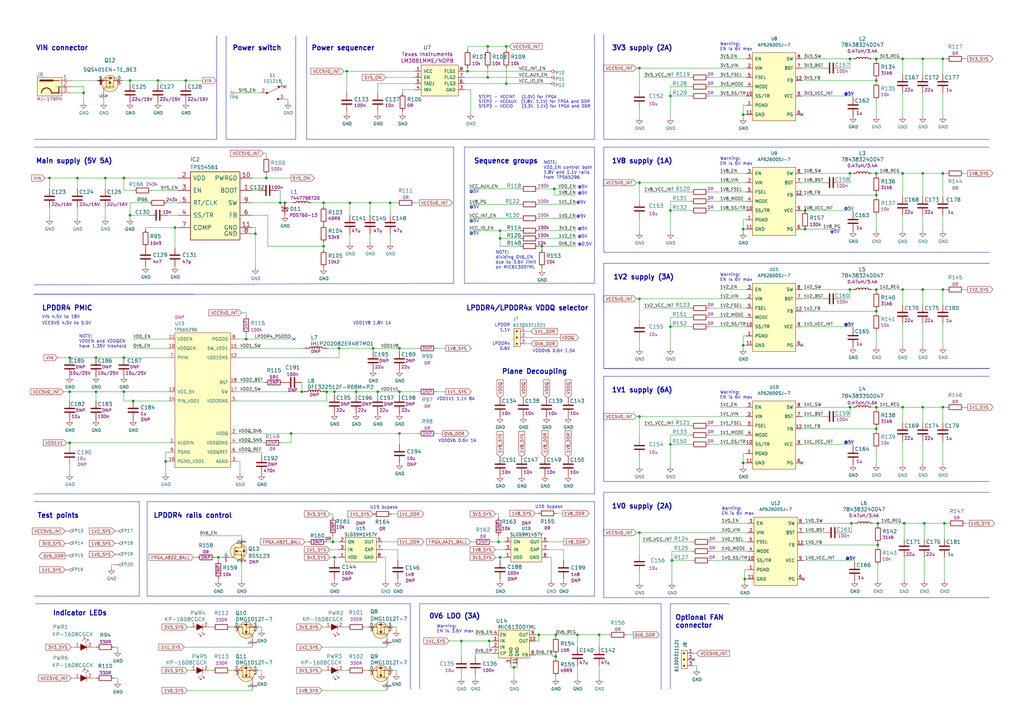
<source format=kicad_sch>
(kicad_sch (version 20230121) (generator eeschema)
  (paper "A3")
  (title_block (title "LPDDR4 Test Board") (date "2022-07-20") (rev "1.1.3"))
  (lib_symbols
    (symbol "lpddr4-test-board:61300311021" (pin_names (offset 1.016))
      (property "Reference" "J" (at -5.08 2.54 0))
      (property "Value" "61300311021" (at 2.54 -2.54 0))
      (symbol "61300311021_1_1"
        (pin passive line (at 0 3.81 270) (length 2.54) (name "~") (number "1"))
        (pin passive line (at 2.54 3.81 270) (length 2.54) (name "~") (number "2"))
        (pin passive line (at 5.08 3.81 270) (length 2.54) (name "~") (number "3"))
      )
    )
    (symbol "lpddr4-test-board:61300311121" (pin_names (offset 1.016))
      (property "Reference" "J" (at -5.08 2.54 0))
      (property "Value" "61300311121" (at 2.54 -2.54 0))
      (symbol "61300311121_1_1"
        (pin passive line (at 0 3.81 270) (length 2.54) (name "~") (number "1"))
        (pin passive line (at 2.54 3.81 270) (length 2.54) (name "~") (number "2"))
        (pin passive line (at 5.08 3.81 270) (length 2.54) (name "~") (number "3"))
      )
    )
    (symbol "lpddr4-test-board:784383240047" (pin_names (offset 1.016))
      (property "Reference" "L" (at 0 5.08 0))
      (property "Value" "784383240047" (at -8.89 -3.175 0))
      (property "Val" "0.47uH/3.4A" (at 0 2.54 0))
      (symbol "784383240047_0_1"
        (pin passive line (at -3.81 0 0) (length 1.27) (name "P") (number "1"))
        (pin passive line (at 3.81 0 180) (length 1.27) (name "P") (number "2"))
      )
    )
    (symbol "lpddr4-test-board:784383350047" (pin_names (offset 1.016))
      (property "Reference" "L" (at 0 5.08 0))
      (property "Value" "784383350047" (at -8.89 -3.175 0))
      (property "Val" "0.47uH/4.6A" (at 0 2.54 0))
      (symbol "784383350047_0_1"
        (pin passive line (at -3.81 0 0) (length 1.27) (name "P") (number "1"))
        (pin passive line (at 3.81 0 180) (length 1.27) (name "P") (number "2"))
      )
    )
    (symbol "lpddr4-test-board:AP62600SJ-7" (pin_names (offset 1.016))
      (property "Reference" "U" (at -7.62 16.51 0))
      (property "Value" "AP62600SJ-7" (at -8.89 -13.97 0))
      (symbol "AP62600SJ-7_1_1"
        (pin passive line (at -11.43 -6.35 0) (length 2.54) (name "PGND") (number "1"))
        (pin input line (at -11.43 -2.54 0) (length 2.54) (name "SS/TR") (number "10"))
        (pin passive line (at -11.43 -10.16 0) (length 2.54) (name "GND") (number "11"))
        (pin input line (at 11.43 3.81 180) (length 2.54) (name "FB") (number "12"))
        (pin power_in line (at -11.43 8.89 0) (length 2.54) (name "VIN") (number "2"))
        (pin input line (at -11.43 12.7 0) (length 2.54) (name "EN") (number "3"))
        (pin input line (at -11.43 1.27 0) (length 2.54) (name "MODE") (number "4"))
        (pin input line (at -11.43 5.08 0) (length 2.54) (name "FSEL") (number "5"))
        (pin open_collector line (at 11.43 -10.16 180) (length 2.54) (name "PG") (number "6"))
        (pin input line (at 11.43 8.89 180) (length 2.54) (name "BST") (number "7"))
        (pin output line (at 11.43 12.7 180) (length 2.54) (name "SW") (number "8"))
        (pin input line (at 11.43 -2.54 180) (length 2.54) (name "VCC") (number "9"))
      )
    )
    (symbol "lpddr4-test-board:BSS123" (pin_names (offset 0))
      (property "Reference" "Q" (at -2.6924 3.6322 0))
      (property "Value" "BSS123" (at 3.4544 0 90))
      (symbol "BSS123_1_1"
        (pin bidirectional line (at -7.62 -2.54 0) (length 2.54) (name "G") (number "1"))
        (pin bidirectional line (at 0 -5.08 90) (length 2.54) (name "S") (number "2"))
        (pin bidirectional line (at 0 5.08 270) (length 2.54) (name "D") (number "3"))
      )
    )
    (symbol "lpddr4-test-board:C_100n_0402_6V3" (pin_names (offset 0))
      (property "Reference" "C" (at -1.397 3.429 0))
      (property "Val" "100n" (at 0 -2.54 0))
      (symbol "C_100n_0402_6V3_1_1"
        (pin passive line (at 0 3.81 270) (length 2.794) (name "~") (number "1"))
        (pin passive line (at 0 -3.81 90) (length 2.794) (name "~") (number "2"))
      )
    )
    (symbol "lpddr4-test-board:C_100n_0402_6V3-antmicroCapacitors0402" (pin_names (offset 0))
      (property "Reference" "C" (at -1.397 3.429 0))
      (property "Val" "100n" (at 0 -2.54 0))
      (symbol "C_100n_0402_6V3-antmicroCapacitors0402_1_1"
        (pin passive line (at 0 3.81 270) (length 2.794) (name "~") (number "1"))
        (pin passive line (at 0 -3.81 90) (length 2.794) (name "~") (number "2"))
      )
    )
    (symbol "lpddr4-test-board:C_100n_0603" (pin_names (offset 0))
      (property "Reference" "C" (at -1.397 3.429 0))
      (property "Val" "100n" (at 0 -2.54 0))
      (symbol "C_100n_0603_1_1"
        (pin passive line (at 0 3.81 270) (length 2.794) (name "~") (number "1"))
        (pin passive line (at 0 -3.81 90) (length 2.794) (name "~") (number "2"))
      )
    )
    (symbol "lpddr4-test-board:C_10n_0402" (pin_names (offset 0))
      (property "Reference" "C" (at -1.397 3.429 0))
      (property "Val" "10n" (at 0 -2.54 0))
      (symbol "C_10n_0402_1_1"
        (pin passive line (at 0 3.81 270) (length 2.794) (name "~") (number "1"))
        (pin passive line (at 0 -3.81 90) (length 2.794) (name "~") (number "2"))
      )
    )
    (symbol "lpddr4-test-board:C_10n_0603" (pin_names (offset 0))
      (property "Reference" "C" (at -1.397 3.429 0))
      (property "Val" "10n" (at 0 -2.54 0))
      (symbol "C_10n_0603_1_1"
        (pin passive line (at 0 3.81 270) (length 2.794) (name "~") (number "1"))
        (pin passive line (at 0 -3.81 90) (length 2.794) (name "~") (number "2"))
      )
    )
    (symbol "lpddr4-test-board:C_10u_0402" (pin_names (offset 0))
      (property "Reference" "C" (at -1.397 3.429 0))
      (property "Val" "10u" (at 0 -2.54 0))
      (symbol "C_10u_0402_1_1"
        (pin passive line (at 0 3.81 270) (length 2.794) (name "~") (number "1"))
        (pin passive line (at 0 -3.81 90) (length 2.794) (name "~") (number "2"))
      )
    )
    (symbol "lpddr4-test-board:C_10u_0603" (pin_names (offset 0))
      (property "Reference" "C" (at -1.397 3.429 0))
      (property "Val" "10u" (at 0 -2.54 0))
      (symbol "C_10u_0603_1_1"
        (pin passive line (at 0 3.81 270) (length 2.794) (name "~") (number "1"))
        (pin passive line (at 0 -3.81 90) (length 2.794) (name "~") (number "2"))
      )
    )
    (symbol "lpddr4-test-board:C_10u_25V_0603" (pin_names (offset 0))
      (property "Reference" "C" (at -1.397 3.429 0))
      (property "Val" "10u/25V" (at 0 -2.54 0))
      (symbol "C_10u_25V_0603_1_1"
        (pin passive line (at 0 3.81 270) (length 2.794) (name "~") (number "1"))
        (pin passive line (at 0 -3.81 90) (length 2.794) (name "~") (number "2"))
      )
    )
    (symbol "lpddr4-test-board:C_1n8_0402" (pin_names (offset 0))
      (property "Reference" "C" (at -1.397 3.429 0))
      (property "Val" "1n8" (at 0 -2.54 0))
      (symbol "C_1n8_0402_1_1"
        (pin passive line (at 0 3.81 270) (length 2.794) (name "~") (number "1"))
        (pin passive line (at 0 -3.81 90) (length 2.794) (name "~") (number "2"))
      )
    )
    (symbol "lpddr4-test-board:C_1u_0402" (pin_names (offset 0))
      (property "Reference" "C" (at -1.397 3.429 0))
      (property "Val" "1u" (at 0 -2.54 0))
      (symbol "C_1u_0402_1_1"
        (pin passive line (at 0 3.81 270) (length 2.794) (name "~") (number "1"))
        (pin passive line (at 0 -3.81 90) (length 2.794) (name "~") (number "2"))
      )
    )
    (symbol "lpddr4-test-board:C_1u_0603" (pin_names (offset 0))
      (property "Reference" "C" (at -1.397 3.429 0))
      (property "Val" "1u" (at 0 -2.54 0))
      (symbol "C_1u_0603_1_1"
        (pin passive line (at 0 3.81 270) (length 2.794) (name "~") (number "1"))
        (pin passive line (at 0 -3.81 90) (length 2.794) (name "~") (number "2"))
      )
    )
    (symbol "lpddr4-test-board:C_22u_0402" (pin_names (offset 0))
      (property "Reference" "C" (at -1.397 3.429 0))
      (property "Val" "22u" (at 0 -2.54 0))
      (symbol "C_22u_0402_1_1"
        (pin passive line (at 0 3.81 270) (length 2.794) (name "~") (number "1"))
        (pin passive line (at 0 -3.81 90) (length 2.794) (name "~") (number "2"))
      )
    )
    (symbol "lpddr4-test-board:C_22u_0603" (pin_names (offset 0))
      (property "Reference" "C" (at -1.397 3.429 0))
      (property "Val" "22u" (at 0 -2.54 0))
      (symbol "C_22u_0603_1_1"
        (pin passive line (at 0 3.81 270) (length 2.794) (name "~") (number "1"))
        (pin passive line (at 0 -3.81 90) (length 2.794) (name "~") (number "2"))
      )
    )
    (symbol "lpddr4-test-board:C_22u_0805_16V" (pin_names (offset 0))
      (property "Reference" "C" (at -1.397 3.429 0))
      (property "Val" "22u/16V" (at 0 -2.54 0))
      (symbol "C_22u_0805_16V_1_1"
        (pin passive line (at 0 3.81 270) (length 2.794) (name "~") (number "1"))
        (pin passive line (at 0 -3.81 90) (length 2.794) (name "~") (number "2"))
      )
    )
    (symbol "lpddr4-test-board:C_470n_0402" (pin_names (offset 0))
      (property "Reference" "C" (at -1.397 3.429 0))
      (property "Val" "470n" (at 0 -2.54 0))
      (symbol "C_470n_0402_1_1"
        (pin passive line (at 0 3.81 270) (length 2.794) (name "~") (number "1"))
        (pin passive line (at 0 -3.81 90) (length 2.794) (name "~") (number "2"))
      )
    )
    (symbol "lpddr4-test-board:C_47p_0402" (pin_names (offset 0))
      (property "Reference" "C" (at -1.397 3.429 0))
      (property "Val" "47p" (at 0 -2.54 0))
      (symbol "C_47p_0402_1_1"
        (pin passive line (at 0 3.81 270) (length 2.794) (name "~") (number "1"))
        (pin passive line (at 0 -3.81 90) (length 2.794) (name "~") (number "2"))
      )
    )
    (symbol "lpddr4-test-board:C_47u_0603" (pin_names (offset 0))
      (property "Reference" "C" (at -1.397 3.429 0))
      (property "Val" "47u" (at 0 -2.54 0))
      (symbol "C_47u_0603_1_1"
        (pin passive line (at 0 3.81 270) (length 2.794) (name "~") (number "1"))
        (pin passive line (at 0 -3.81 90) (length 2.794) (name "~") (number "2"))
      )
    )
    (symbol "lpddr4-test-board:C_4n7_0402" (pin_names (offset 0))
      (property "Reference" "C" (at -1.397 3.429 0))
      (property "Val" "4n7" (at 0 -2.54 0))
      (symbol "C_4n7_0402_1_1"
        (pin passive line (at 0 3.81 270) (length 2.794) (name "~") (number "1"))
        (pin passive line (at 0 -3.81 90) (length 2.794) (name "~") (number "2"))
      )
    )
    (symbol "lpddr4-test-board:DC_SOCKET" (pin_names (offset 1.016))
      (property "Reference" "J" (at -8.89 -5.842 0))
      (property "MPN" "MJ-179PH" (at 0 -5.08 0))
      (symbol "DC_SOCKET_0_1"
        (pin passive line (at 5.08 2.54 180) (length 5.08) (name "1") (number "1"))
        (pin passive line (at 5.08 0 180) (length 5.08) (name "2") (number "2"))
        (pin passive line (at 5.08 -2.54 180) (length 5.08) (name "3") (number "3"))
      )
    )
    (symbol "lpddr4-test-board:DFE322512F-R68M=P2" (pin_names (offset 1.016))
      (property "Reference" "L" (at -5.08 3.81 0))
      (property "Value" "DFE322512F-R68M=P2" (at -5.08 1.27 0))
      (symbol "DFE322512F-R68M=P2_0_1"
        (pin passive line (at -5.08 0 0) (length 2.54) (name "P") (number "1"))
        (pin passive line (at 5.08 0 180) (length 2.54) (name "P") (number "2"))
      )
    )
    (symbol "lpddr4-test-board:DMG1012T-7" (pin_names (offset 0))
      (property "Reference" "Q" (at -2.6924 3.6322 0))
      (property "Value" "DMG1012T-7" (at 3.4544 0 90))
      (symbol "DMG1012T-7_1_1"
        (pin bidirectional line (at -7.62 -2.54 0) (length 2.54) (name "G") (number "1"))
        (pin bidirectional line (at 0 -5.08 90) (length 2.54) (name "S") (number "2"))
        (pin bidirectional line (at 0 5.08 270) (length 2.54) (name "D") (number "3"))
      )
    )
    (symbol "lpddr4-test-board:EG1218" (pin_names (offset 0))
      (property "Reference" "S" (at -3.81 2.286 0))
      (property "Value" "EG1218" (at 0 -5.334 0))
      (symbol "EG1218_1_1"
        (pin passive line (at 5.08 2.54 180) (length 2.54) (name "~") (number "1"))
        (pin passive line (at -5.08 0 0) (length 2.54) (name "~") (number "2"))
        (pin passive line (at 5.08 -2.54 180) (length 2.54) (name "~") (number "3"))
      )
    )
    (symbol "lpddr4-test-board:GND" (power) (pin_names (offset 0))
      (property "Value" "GND" (at 0 -3.81 0))
      (symbol "GND_1_1"
        (pin power_in line (at 0 0 270) (length 0) hide (name "GND") (number "1"))
      )
    )
    (symbol "lpddr4-test-board:IHLP2020BZER4R7M01" (pin_names (offset 1.016))
      (property "Reference" "L" (at -5.08 3.81 0))
      (property "Value" "IHLP2020BZER4R7M01" (at -5.08 1.27 0))
      (symbol "IHLP2020BZER4R7M01_0_1"
        (pin passive line (at -5.08 0 0) (length 2.54) (name "P") (number "1"))
        (pin passive line (at 5.08 0 180) (length 2.54) (name "P") (number "2"))
      )
    )
    (symbol "lpddr4-test-board:KP-1608CGCK" (pin_names (offset 0))
      (property "Reference" "D" (at -5.08 3.81 0))
      (property "Value" "KP-1608CGCK" (at 0 -3.81 0))
      (symbol "KP-1608CGCK_1_1"
        (pin passive line (at -5.08 0 0) (length 2.54) (name "~") (number "1"))
        (pin passive line (at 2.54 0 180) (length 2.54) (name "~") (number "2"))
      )
    )
    (symbol "lpddr4-test-board:LM3881MME_NOPB" (pin_names (offset 1.016))
      (property "Reference" "U" (at -6.35 11.43 0))
      (property "Manufacturer" "Texas Instruments" (at -7.62 8.89 0))
      (property "MPN" "LM3881MME/NOPB" (at -7.62 6.35 0))
      (symbol "LM3881MME_NOPB_1_1"
        (pin power_in line (at -10.16 2.54 0) (length 2.54) (name "VCC") (number "1"))
        (pin input line (at -10.16 0 0) (length 2.54) (name "EN") (number "2"))
        (pin passive line (at 10.16 -5.08 180) (length 2.54) (name "GND") (number "3"))
        (pin passive line (at -10.16 -5.08 0) (length 2.54) (name "INV") (number "4"))
        (pin passive line (at -10.16 -2.54 0) (length 2.54) (name "TADJ") (number "5"))
        (pin output line (at 10.16 -2.54 180) (length 2.54) (name "FLG3") (number "6"))
        (pin output line (at 10.16 0 180) (length 2.54) (name "FLG2") (number "7"))
        (pin output line (at 10.16 2.54 180) (length 2.54) (name "FLG1") (number "8"))
      )
    )
    (symbol "lpddr4-test-board:MIC61300YML"
      (property "Reference" "U" (at -6.35 9.525 0))
      (property "Value" "MIC61300YML" (at -6.35 6.985 0))
      (symbol "MIC61300YML_0_0"
        (text "" (at -15.24 -11.43 0) (effects (font (size 1.27 1.27))))
        (pin power_out line (at 8.89 1.27 180) (length 2.54) (name "OUT") (number "10"))
        (pin passive line (at 1.27 -8.255 90) (length 2.54) (name "GND") (number "11"))
        (pin no_connect line (at 6.35 -1.27 180) (length 2.54) hide (name "NC") (number "5"))
        (pin no_connect line (at 6.35 -2.54 180) (length 2.54) hide (name "NC") (number "6"))
        (pin passive line (at -8.89 -3.81 0) (length 2.54) (name "CP") (number "7"))
        (pin input line (at 8.89 -4.445 180) (length 2.54) (name "FB") (number "8"))
        (pin power_out line (at 8.89 3.81 180) (length 2.54) (name "OUT") (number "9"))
      )
      (symbol "MIC61300YML_1_1"
        (pin power_in line (at -8.89 1.27 0) (length 2.54) (name "IN") (number "1"))
        (pin power_in line (at -8.89 -1.27 0) (length 2.54) (name "IN") (number "2"))
        (pin passive line (at -1.27 -8.255 90) (length 2.54) (name "GND") (number "3"))
        (pin input line (at -8.89 3.81 0) (length 2.54) (name "EN") (number "4"))
      )
    )
    (symbol "lpddr4-test-board:PDS760-13" (pin_names (offset 1.016))
      (property "Reference" "D" (at 2.54 0 0))
      (symbol "PDS760-13_0_1"
        (pin passive line (at 0 -2.54 90) (length 2.54) (name "A") (number "A"))
        (pin passive line (at 0 2.54 270) (length 2.54) (name "C") (number "C"))
      )
    )
    (symbol "lpddr4-test-board:R_0R_0402" (pin_names (offset 0))
      (property "Reference" "R" (at -1.397 3.429 0))
      (property "Val" "0R" (at 0 -2.54 0))
      (symbol "R_0R_0402_1_1"
        (pin passive line (at -3.81 0 0) (length 1.27) (name "~") (number "1"))
        (pin passive line (at 3.81 0 180) (length 1.27) (name "~") (number "2"))
      )
    )
    (symbol "lpddr4-test-board:R_0R_0805" (pin_names (offset 0))
      (property "Reference" "R" (at -1.397 3.429 0))
      (property "Val" "0R" (at 0 -2.54 0))
      (symbol "R_0R_0805_1_1"
        (pin passive line (at -3.81 0 0) (length 1.27) (name "~") (number "1"))
        (pin passive line (at 3.81 0 180) (length 1.27) (name "~") (number "2"))
      )
    )
    (symbol "lpddr4-test-board:R_100k_0402" (pin_names (offset 0))
      (property "Reference" "R" (at -1.397 3.429 0))
      (property "Val" "100k" (at 0 -2.54 0))
      (symbol "R_100k_0402_1_1"
        (pin passive line (at -3.81 0 0) (length 1.27) (name "~") (number "1"))
        (pin passive line (at 3.81 0 180) (length 1.27) (name "~") (number "2"))
      )
    )
    (symbol "lpddr4-test-board:R_10R_1%_0402" (pin_names (offset 0))
      (property "Reference" "R" (at -1.397 3.429 0))
      (property "Val" "10R" (at 0 -2.54 0))
      (symbol "R_10R_1%_0402_1_1"
        (pin passive line (at -3.81 0 0) (length 1.27) (name "~") (number "1"))
        (pin passive line (at 3.81 0 180) (length 1.27) (name "~") (number "2"))
      )
    )
    (symbol "lpddr4-test-board:R_10k2_0402" (pin_names (offset 0))
      (property "Reference" "R" (at -1.397 3.429 0))
      (property "Val" "10k2" (at 0 -2.54 0))
      (symbol "R_10k2_0402_1_1"
        (pin passive line (at -3.81 0 0) (length 1.27) (name "~") (number "1"))
        (pin passive line (at 3.81 0 180) (length 1.27) (name "~") (number "2"))
      )
    )
    (symbol "lpddr4-test-board:R_10k_0402" (pin_names (offset 0))
      (property "Reference" "R" (at -1.397 3.429 0))
      (property "Val" "10k" (at 0 -2.54 0))
      (symbol "R_10k_0402_1_1"
        (pin passive line (at -3.81 0 0) (length 1.27) (name "~") (number "1"))
        (pin passive line (at 3.81 0 180) (length 1.27) (name "~") (number "2"))
      )
    )
    (symbol "lpddr4-test-board:R_16k9_0402" (pin_names (offset 0))
      (property "Reference" "R" (at -1.397 3.429 0))
      (property "Val" "16k9" (at 0 -2.54 0))
      (symbol "R_16k9_0402_1_1"
        (pin passive line (at -3.81 0 0) (length 1.27) (name "~") (number "1"))
        (pin passive line (at 3.81 0 180) (length 1.27) (name "~") (number "2"))
      )
    )
    (symbol "lpddr4-test-board:R_243k_0402" (pin_names (offset 0))
      (property "Reference" "R" (at -1.397 3.429 0))
      (property "Val" "243k" (at 0 -2.54 0))
      (symbol "R_243k_0402_1_1"
        (pin passive line (at -3.81 0 0) (length 1.27) (name "~") (number "1"))
        (pin passive line (at 3.81 0 180) (length 1.27) (name "~") (number "2"))
      )
    )
    (symbol "lpddr4-test-board:R_31k6_0402" (pin_names (offset 0))
      (property "Reference" "R" (at -1.397 3.429 0))
      (property "Val" "31k6" (at 0 -2.54 0))
      (symbol "R_31k6_0402_1_1"
        (pin passive line (at -3.81 0 0) (length 1.27) (name "~") (number "1"))
        (pin passive line (at 3.81 0 180) (length 1.27) (name "~") (number "2"))
      )
    )
    (symbol "lpddr4-test-board:R_330R_0402" (pin_names (offset 0))
      (property "Reference" "R" (at -1.397 3.429 0))
      (property "Val" "330R" (at 0 -2.54 0))
      (symbol "R_330R_0402_1_1"
        (pin passive line (at -3.81 0 0) (length 1.27) (name "~") (number "1"))
        (pin passive line (at 3.81 0 180) (length 1.27) (name "~") (number "2"))
      )
    )
    (symbol "lpddr4-test-board:R_49R9_0402" (pin_names (offset 0))
      (property "Reference" "R" (at -1.397 3.429 0))
      (property "Val" "49R9" (at 0 -2.54 0))
      (symbol "R_49R9_0402_1_1"
        (pin passive line (at -3.81 0 0) (length 1.27) (name "~") (number "1"))
        (pin passive line (at 3.81 0 180) (length 1.27) (name "~") (number "2"))
      )
    )
    (symbol "lpddr4-test-board:R_53k6_0402" (pin_names (offset 0))
      (property "Reference" "R" (at -1.397 3.429 0))
      (property "Val" "53k6" (at 0 -2.54 0))
      (symbol "R_53k6_0402_1_1"
        (pin passive line (at -3.81 0 0) (length 1.27) (name "~") (number "1"))
        (pin passive line (at 3.81 0 180) (length 1.27) (name "~") (number "2"))
      )
    )
    (symbol "lpddr4-test-board:R_5R1_0402" (pin_names (offset 0))
      (property "Reference" "R" (at -1.397 3.429 0))
      (property "Val" "5R1" (at 0 -2.54 0))
      (symbol "R_5R1_0402_1_1"
        (pin passive line (at -3.81 0 0) (length 1.27) (name "~") (number "1"))
        (pin passive line (at 3.81 0 180) (length 1.27) (name "~") (number "2"))
      )
    )
    (symbol "lpddr4-test-board:SLG59M1457V" (pin_names (offset 1.016))
      (property "Reference" "U" (at -7.62 6.35 0))
      (property "Value" "SLG59M1457V" (at 5.08 6.35 0))
      (symbol "SLG59M1457V_0_0"
        (pin input line (at 8.89 0 180) (length 2.54) (name "CAP") (number "7"))
        (pin passive line (at 8.89 -3.175 180) (length 2.54) (name "GND") (number "8"))
      )
      (symbol "SLG59M1457V_1_1"
        (pin power_in line (at -8.89 -3.175 0) (length 2.54) (name "VDD") (number "1"))
        (pin input line (at -8.89 3.175 0) (length 2.54) (name "ON") (number "2"))
        (pin power_in line (at -8.89 0 0) (length 2.54) (name "IN") (number "3"))
        (pin power_out line (at 8.89 3.175 180) (length 2.54) (name "OUT") (number "5"))
      )
    )
    (symbol "lpddr4-test-board:SQS401EN-T1_BE3" (pin_names (offset 0))
      (property "Reference" "Q" (at -1.6256 5.1054 0))
      (property "Value" "SQS401EN-T1_BE3" (at 4.7244 0 90))
      (symbol "SQS401EN-T1_BE3_1_1"
        (pin bidirectional line (at 0 -5.08 90) (length 2.54) (name "S") (number "1"))
        (pin bidirectional line (at 0 -5.08 90) (length 2.54) (name "S") (number "2"))
        (pin bidirectional line (at 0 -5.08 90) (length 2.54) (name "S") (number "3"))
        (pin bidirectional line (at -7.62 -2.54 0) (length 2.54) (name "G") (number "4"))
        (pin bidirectional line (at 0 5.08 270) (length 2.54) (name "D") (number "5"))
      )
    )
    (symbol "lpddr4-test-board:TPS54561" (pin_names (offset 1.016))
      (property "Reference" "IC" (at -10.16 12.7 0))
      (property "Value" "TPS54561" (at -10.16 -17.78 0))
      (symbol "TPS54561_0_1"
        (pin passive line (at 15.24 5.08 180) (length 5.08) (name "BOOT") (number "1"))
        (pin passive line (at 15.24 10.16 180) (length 5.08) (name "PWRGD") (number "10"))
        (pin passive line (at 15.24 -10.16 180) (length 5.08) (name "GND") (number "11"))
        (pin passive line (at -15.24 10.16 0) (length 5.08) (name "VDD") (number "2"))
        (pin passive line (at -15.24 5.08 0) (length 5.08) (name "EN") (number "3"))
        (pin passive line (at -15.24 -5.08 0) (length 5.08) (name "SS/TR") (number "4"))
        (pin passive line (at -15.24 0 0) (length 5.08) (name "RT/CLK") (number "5"))
        (pin passive line (at 15.24 -5.08 180) (length 5.08) (name "FB") (number "6"))
        (pin passive line (at -15.24 -10.16 0) (length 5.08) (name "COMP") (number "7"))
        (pin passive line (at 15.24 -12.7 180) (length 5.08) (name "GND") (number "8"))
        (pin passive line (at 15.24 0 180) (length 5.08) (name "SW") (number "9"))
      )
    )
    (symbol "lpddr4-test-board:TPS65296" (pin_names (offset 1.016))
      (property "Reference" "U" (at 0.635 3.175 0))
      (property "Value" "TPS65296" (at 4.445 1.27 0))
      (symbol "TPS65296_1_1"
        (pin input line (at -2.54 -45.085 0) (length 2.54) (name "VLDOIN") (number "1"))
        (pin input line (at -2.54 -6.35 0) (length 2.54) (name "VDDQEN") (number "10"))
        (pin input line (at -2.54 -2.54 0) (length 2.54) (name "VDDEN") (number "11"))
        (pin input line (at 25.4 -10.16 180) (length 2.54) (name "VDD1SNS") (number "12"))
        (pin input line (at -2.54 -24.13 0) (length 2.54) (name "VCC_5V") (number "13"))
        (pin input line (at -2.54 -27.94 0) (length 2.54) (name "PIN_VDD1") (number "14"))
        (pin input line (at 25.4 -6.35 180) (length 2.54) (name "SW_VDD1") (number "15"))
        (pin input line (at -2.54 -52.705 0) (length 2.54) (name "PGND_VDD1") (number "16"))
        (pin input line (at 25.4 -24.13 180) (length 2.54) (name "SW") (number "17"))
        (pin input line (at 25.4 -20.32 180) (length 2.54) (name "BST") (number "18"))
        (pin input line (at 25.4 -41.275 180) (length 2.54) (name "VDDQ") (number "2"))
        (pin input line (at 25.4 -52.705 180) (length 2.54) (name "AGND") (number "3"))
        (pin input line (at 25.4 -45.085 180) (length 2.54) (name "VDDQSNS") (number "4"))
        (pin input line (at 25.4 -27.94 180) (length 2.54) (name "VDD2SNS") (number "5"))
        (pin input line (at 25.4 -48.895 180) (length 2.54) (name "VDDQREF") (number "6"))
        (pin input line (at -2.54 -10.16 0) (length 2.54) (name "PVIN") (number "7"))
        (pin input line (at 25.4 -2.54 180) (length 2.54) (name "PGOOD") (number "8"))
        (pin input line (at -2.54 -48.895 0) (length 2.54) (name "PGND") (number "9"))
      )
    )
    (symbol "lpddr4-test-board:TP_SMD1MM" (pin_numbers hide) (pin_names (offset 0))
      (property "Reference" "TP" (at -2.54 1.27 0))
      (symbol "TP_SMD1MM_1_1"
        (pin passive line (at 0 2.54 270) (length 1.905) (name "~") (number "1"))
      )
    )
    (symbol "lpddr4-test-board:WE_7447798720" (pin_names (offset 1.016))
      (property "Reference" "L" (at -10.16 4.445 0))
      (property "Value" "WE_7447798720" (at -10.16 1.905 0))
      (symbol "WE_7447798720_0_1"
        (pin passive line (at -3.81 0 0) (length 1.27) (name "P") (number "1"))
        (pin passive line (at 3.81 0 180) (length 1.27) (name "P") (number "2"))
      )
    )
  )
  (junction (at 359.41 24.13))
  (junction (at 28.575 160.655))
  (junction (at 89.535 228.6))
  (junction (at 348.615 118.745))
  (junction (at 207.645 19.05))
  (junction (at 50.8 73.025))
  (junction (at 50.8 160.655))
  (junction (at 139.065 142.875))
  (junction (at 304.8 141.605))
  (junction (at 205.105 94.615))
  (junction (at 386.715 118.745))
  (junction (at 262.255 74.93))
  (junction (at 71.755 93.345))
  (junction (at 370.205 118.745))
  (junction (at 133.985 160.655))
  (junction (at 132.715 83.185))
  (junction (at 304.8 93.98))
  (junction (at 210.82 273.685))
  (junction (at 274.955 133.985))
  (junction (at 274.955 39.37))
  (junction (at 370.205 71.12))
  (junction (at 262.255 27.94))
  (junction (at 153.035 142.875))
  (junction (at 154.94 160.655))
  (junction (at 146.05 160.655))
  (junction (at 207.645 34.29))
  (junction (at 378.46 24.13))
  (junction (at 136.525 222.25))
  (junction (at 39.37 146.685))
  (junction (at 262.255 122.555))
  (junction (at 104.775 95.885))
  (junction (at 387.35 214.63))
  (junction (at 64.77 33.02))
  (junction (at 204.47 222.25))
  (junction (at 262.255 170.815))
  (junction (at 386.715 24.13))
  (junction (at 222.25 100.965))
  (junction (at 54.61 164.465))
  (junction (at 274.955 182.245))
  (junction (at 275.59 229.87))
  (junction (at 348.615 71.12))
  (junction (at 305.435 237.49))
  (junction (at 227.33 77.47))
  (junction (at 274.955 86.36))
  (junction (at 109.22 73.025))
  (junction (at 76.2 33.02))
  (junction (at 191.77 29.21))
  (junction (at 116.84 83.185))
  (junction (at 378.46 167.005))
  (junction (at 67.945 189.23))
  (junction (at 123.825 160.655))
  (junction (at 205.105 228.6))
  (junction (at 359.41 71.12))
  (junction (at 227.965 260.35))
  (junction (at 359.41 127.635))
  (junction (at 160.02 83.185))
  (junction (at 359.41 118.745))
  (junction (at 360.045 223.52))
  (junction (at 330.2 86.36))
  (junction (at 330.2 93.98))
  (junction (at 50.8 146.685))
  (junction (at 386.715 167.005))
  (junction (at 359.41 33.02))
  (junction (at 349.25 214.63))
  (junction (at 28.575 181.61))
  (junction (at 31.75 73.025))
  (junction (at 378.46 71.12))
  (junction (at 132.715 100.965))
  (junction (at 370.84 214.63))
  (junction (at 348.615 24.13))
  (junction (at 200.025 19.05))
  (junction (at 163.83 142.875))
  (junction (at 163.83 177.8))
  (junction (at 348.615 167.005))
  (junction (at 386.715 71.12))
  (junction (at 189.23 262.89))
  (junction (at 20.32 73.025))
  (junction (at 53.34 88.265))
  (junction (at 151.765 83.185))
  (junction (at 34.29 38.1))
  (junction (at 114.935 83.185))
  (junction (at 378.46 118.745))
  (junction (at 143.51 83.185))
  (junction (at 359.41 80.01))
  (junction (at 304.8 189.865))
  (junction (at 39.37 160.655))
  (junction (at 163.83 160.655))
  (junction (at 119.38 177.8))
  (junction (at 200.025 31.75))
  (junction (at 220.98 260.35))
  (junction (at 205.105 97.79))
  (junction (at 236.855 260.35))
  (junction (at 43.18 73.025))
  (junction (at 53.34 33.02))
  (junction (at 370.205 24.13))
  (junction (at 304.8 46.99))
  (junction (at 137.16 228.6))
  (junction (at 379.095 214.63))
  (junction (at 370.205 167.005))
  (junction (at 245.745 260.35))
  (junction (at 200.66 262.89))
  (junction (at 262.255 218.44))
  (junction (at 142.24 29.21))
  (junction (at 227.965 269.24))
  (junction (at 359.41 175.895))
  (junction (at 28.575 146.685))
  (junction (at 360.045 214.63))
  (junction (at 359.41 167.005))
  (junction (at 137.16 160.655))
  (junction (at 100.965 139.065))
  (no_connect (at 284.48 270.51))
  (no_connect (at 328.93 189.865))
  (no_connect (at 329.565 237.49))
  (no_connect (at 120.65 139.065))
  (no_connect (at 328.93 46.99))
  (no_connect (at 328.93 141.605))
  (no_connect (at 116.84 35.56))
  (wire (pts (xy 71.755 93.345) (xy 73.025 93.345)))
  (wire (pts (xy 262.255 142.875) (xy 262.255 139.065)))
  (wire (pts (xy 67.945 189.23) (xy 67.945 194.31)))
  (wire (pts (xy 76.2 33.02) (xy 76.2 34.29)))
  (wire (pts (xy 226.06 228.6) (xy 226.06 238.125)))
  (wire (pts (xy 94.615 257.175) (xy 95.885 257.175)))
  (wire (pts (xy 359.41 80.01) (xy 359.41 80.645)))
  (wire (pts (xy 387.35 228.6) (xy 387.35 238.125)))
  (polyline (pts (xy 247.65 103.505) (xy 405.765 103.505)))
  (wire (pts (xy 192.405 89.535) (xy 213.36 89.535)))
  (wire (pts (xy 170.18 34.29) (xy 154.94 34.29)))
  (polyline (pts (xy 60.325 205.74) (xy 243.84 205.74)))
  (wire (pts (xy 370.205 71.12) (xy 370.205 80.645)))
  (wire (pts (xy 226.695 268.605) (xy 226.695 269.24)))
  (wire (pts (xy 191.77 29.21) (xy 224.155 29.21)))
  (wire (pts (xy 306.07 43.18) (xy 304.8 43.18)))
  (wire (pts (xy 344.805 27.94) (xy 348.615 27.94)))
  (wire (pts (xy 68.58 83.185) (xy 73.025 83.185)))
  (wire (pts (xy 257.175 260.35) (xy 259.715 260.35)))
  (wire (pts (xy 163.83 142.875) (xy 163.83 144.145)))
  (wire (pts (xy 328.93 74.93) (xy 337.185 74.93)))
  (wire (pts (xy 200.025 31.75) (xy 224.155 31.75)))
  (polyline (pts (xy 172.085 282.575) (xy 172.085 247.65)))
  (wire (pts (xy 20.32 73.025) (xy 20.32 77.47)))
  (wire (pts (xy 50.8 160.655) (xy 69.215 160.655)))
  (wire (pts (xy 284.48 267.97) (xy 285.75 267.97)))
  (wire (pts (xy 29.21 278.13) (xy 30.48 278.13)))
  (wire (pts (xy 39.37 160.655) (xy 50.8 160.655)))
  (wire (pts (xy 132.715 100.965) (xy 132.715 102.235)))
  (polyline (pts (xy 13.97 202.565) (xy 243.84 202.565)))
  (wire (pts (xy 20.32 73.025) (xy 31.75 73.025)))
  (wire (pts (xy 329.565 229.87) (xy 350.52 229.87)))
  (wire (pts (xy 290.83 174.625) (xy 306.07 174.625)))
  (wire (pts (xy 189.23 262.89) (xy 189.23 269.24)))
  (wire (pts (xy 137.16 160.655) (xy 137.16 161.925)))
  (wire (pts (xy 228.346 210.566) (xy 230.886 210.566)))
  (wire (pts (xy 62.23 78.105) (xy 73.025 78.105)))
  (wire (pts (xy 158.115 31.75) (xy 170.18 31.75)))
  (wire (pts (xy 262.255 170.815) (xy 262.255 179.705)))
  (wire (pts (xy 54.61 164.465) (xy 50.8 164.465)))
  (wire (pts (xy 201.93 265.43) (xy 200.66 265.43)))
  (wire (pts (xy 329.565 214.63) (xy 349.25 214.63)))
  (wire (pts (xy 263.525 222.25) (xy 283.845 222.25)))
  (wire (pts (xy 290.83 35.56) (xy 306.07 35.56)))
  (wire (pts (xy 29.21 38.1) (xy 34.29 38.1)))
  (wire (pts (xy 46.99 278.13) (xy 48.26 278.13)))
  (wire (pts (xy 29.21 35.56) (xy 34.29 35.56)))
  (wire (pts (xy 43.18 89.535) (xy 43.18 85.09)))
  (wire (pts (xy 328.93 170.815) (xy 337.185 170.815)))
  (wire (pts (xy 156.845 228.6) (xy 158.115 228.6)))
  (polyline (pts (xy 247.65 107.95) (xy 247.65 151.13)))
  (wire (pts (xy 220.98 89.535) (xy 236.22 89.535)))
  (wire (pts (xy 262.255 218.44) (xy 306.705 218.44)))
  (wire (pts (xy 227.965 260.35) (xy 236.855 260.35)))
  (polyline (pts (xy 13.97 60.325) (xy 186.055 60.325)))
  (wire (pts (xy 306.07 186.055) (xy 304.8 186.055)))
  (wire (pts (xy 215.9 138.43) (xy 229.87 138.43)))
  (polyline (pts (xy 121.285 14.605) (xy 121.285 57.15)))
  (wire (pts (xy 290.83 126.365) (xy 306.07 126.365)))
  (polyline (pts (xy 14.605 247.65) (xy 168.275 247.65)))
  (wire (pts (xy 139.065 142.875) (xy 153.035 142.875)))
  (wire (pts (xy 227.965 260.35) (xy 227.965 260.985)))
  (wire (pts (xy 31.75 73.025) (xy 31.75 77.47)))
  (wire (pts (xy 107.315 274.955) (xy 107.315 276.225)))
  (wire (pts (xy 304.8 46.99) (xy 306.07 46.99)))
  (wire (pts (xy 81.915 219.71) (xy 99.06 219.71)))
  (wire (pts (xy 210.82 273.685) (xy 212.09 273.685)))
  (wire (pts (xy 89.535 228.6) (xy 91.44 228.6)))
  (wire (pts (xy 103.505 78.105) (xy 106.045 78.105)))
  (wire (pts (xy 151.765 83.185) (xy 160.02 83.185)))
  (wire (pts (xy 46.99 231.648) (xy 45.72 231.648)))
  (wire (pts (xy 97.155 156.845) (xy 108.585 156.845)))
  (wire (pts (xy 359.41 71.12) (xy 359.41 71.755)))
  (wire (pts (xy 48.26 265.43) (xy 48.26 266.7)))
  (wire (pts (xy 143.51 95.885) (xy 143.51 99.695)))
  (wire (pts (xy 134.62 142.875) (xy 139.065 142.875)))
  (wire (pts (xy 274.955 82.55) (xy 274.955 86.36)))
  (wire (pts (xy 163.195 238.125) (xy 163.195 237.49)))
  (wire (pts (xy 386.715 167.005) (xy 387.985 167.005)))
  (polyline (pts (xy 247.65 13.97) (xy 247.65 57.15)))
  (wire (pts (xy 64.77 33.02) (xy 76.2 33.02)))
  (wire (pts (xy 200.025 27.94) (xy 200.025 31.75)))
  (wire (pts (xy 236.855 260.35) (xy 236.855 265.43)))
  (wire (pts (xy 85.725 257.175) (xy 86.995 257.175)))
  (wire (pts (xy 94.615 274.955) (xy 95.885 274.955)))
  (wire (pts (xy 274.955 130.175) (xy 274.955 133.985)))
  (wire (pts (xy 140.97 274.955) (xy 142.24 274.955)))
  (wire (pts (xy 100.965 137.16) (xy 100.965 139.065)))
  (wire (pts (xy 290.83 86.36) (xy 306.07 86.36)))
  (wire (pts (xy 283.21 82.55) (xy 274.955 82.55)))
  (wire (pts (xy 290.83 182.245) (xy 306.07 182.245)))
  (wire (pts (xy 329.565 223.52) (xy 360.045 223.52)))
  (wire (pts (xy 274.955 86.36) (xy 274.955 95.25)))
  (wire (pts (xy 132.715 83.185) (xy 143.51 83.185)))
  (wire (pts (xy 104.775 95.885) (xy 104.775 109.855)))
  (wire (pts (xy 208.915 19.05) (xy 207.645 19.05)))
  (wire (pts (xy 143.51 88.265) (xy 143.51 83.185)))
  (polyline (pts (xy 274.955 282.575) (xy 274.955 247.65)))
  (wire (pts (xy 54.61 78.105) (xy 50.8 78.105)))
  (wire (pts (xy 387.35 214.63) (xy 388.62 214.63)))
  (wire (pts (xy 283.21 130.175) (xy 274.955 130.175)))
  (wire (pts (xy 370.205 118.745) (xy 370.205 125.095)))
  (wire (pts (xy 378.46 167.005) (xy 386.715 167.005)))
  (wire (pts (xy 304.8 93.98) (xy 306.07 93.98)))
  (wire (pts (xy 283.845 226.06) (xy 275.59 226.06)))
  (wire (pts (xy 205.105 238.125) (xy 205.105 237.49)))
  (wire (pts (xy 103.505 73.025) (xy 109.22 73.025)))
  (wire (pts (xy 203.2 225.425) (xy 207.01 225.425)))
  (wire (pts (xy 328.93 93.98) (xy 330.2 93.98)))
  (wire (pts (xy 97.155 181.61) (xy 107.95 181.61)))
  (wire (pts (xy 192.405 83.82) (xy 213.36 83.82)))
  (polyline (pts (xy 13.97 205.74) (xy 57.15 205.74)))
  (wire (pts (xy 137.16 160.655) (xy 146.05 160.655)))
  (wire (pts (xy 274.955 39.37) (xy 283.21 39.37)))
  (wire (pts (xy 212.09 273.685) (xy 212.09 272.415)))
  (polyline (pts (xy 247.65 197.485) (xy 405.765 197.485)))
  (wire (pts (xy 165.1 36.83) (xy 165.1 38.1)))
  (wire (pts (xy 203.2 228.6) (xy 205.105 228.6)))
  (wire (pts (xy 170.18 83.185) (xy 172.085 83.185)))
  (wire (pts (xy 136.525 222.25) (xy 139.065 222.25)))
  (wire (pts (xy 43.18 77.47) (xy 43.18 73.025)))
  (wire (pts (xy 386.715 132.715) (xy 386.715 142.24)))
  (wire (pts (xy 348.615 24.13) (xy 349.885 24.13)))
  (wire (pts (xy 189.23 276.86) (xy 189.23 278.13)))
  (wire (pts (xy 88.265 228.6) (xy 89.535 228.6)))
  (wire (pts (xy 125.095 222.25) (xy 126.365 222.25)))
  (wire (pts (xy 97.155 164.465) (xy 133.985 164.465)))
  (polyline (pts (xy 60.325 244.475) (xy 60.325 205.74)))
  (wire (pts (xy 386.715 88.265) (xy 386.715 94.615)))
  (wire (pts (xy 348.615 122.555) (xy 348.615 118.745)))
  (wire (pts (xy 274.955 182.245) (xy 274.955 191.135)))
  (wire (pts (xy 29.21 265.43) (xy 30.48 265.43)))
  (wire (pts (xy 328.93 122.555) (xy 337.185 122.555)))
  (wire (pts (xy 59.69 93.98) (xy 59.69 93.345)))
  (wire (pts (xy 359.41 24.13) (xy 370.205 24.13)))
  (polyline (pts (xy 247.65 60.325) (xy 405.765 60.325)))
  (wire (pts (xy 213.36 97.79) (xy 205.105 97.79)))
  (wire (pts (xy 190.5 31.75) (xy 200.025 31.75)))
  (wire (pts (xy 219.71 268.605) (xy 226.695 268.605)))
  (wire (pts (xy 160.02 83.185) (xy 160.02 88.265)))
  (wire (pts (xy 227.965 269.24) (xy 226.695 269.24)))
  (wire (pts (xy 386.715 118.745) (xy 386.715 125.095)))
  (wire (pts (xy 222.25 109.855) (xy 222.25 110.49)))
  (wire (pts (xy 149.86 257.175) (xy 151.13 257.175)))
  (wire (pts (xy 161.29 274.955) (xy 162.56 274.955)))
  (wire (pts (xy 359.41 41.275) (xy 359.41 47.625)))
  (wire (pts (xy 379.095 214.63) (xy 379.095 220.98)))
  (wire (pts (xy 359.41 184.15) (xy 359.41 190.5)))
  (wire (pts (xy 349.25 214.63) (xy 350.52 214.63)))
  (wire (pts (xy 348.615 118.745) (xy 349.885 118.745)))
  (wire (pts (xy 163.83 160.655) (xy 171.45 160.655)))
  (wire (pts (xy 142.24 29.21) (xy 142.24 38.1)))
  (wire (pts (xy 304.8 189.865) (xy 306.07 189.865)))
  (wire (pts (xy 179.07 142.875) (xy 182.88 142.875)))
  (wire (pts (xy 227.965 269.24) (xy 227.965 269.875)))
  (wire (pts (xy 274.955 182.245) (xy 283.21 182.245)))
  (wire (pts (xy 222.25 100.965) (xy 222.25 102.235)))
  (wire (pts (xy 370.205 167.005) (xy 378.46 167.005)))
  (polyline (pts (xy 243.84 201.93) (xy 243.84 202.565)))
  (wire (pts (xy 386.715 180.975) (xy 386.715 190.5)))
  (wire (pts (xy 349.25 218.44) (xy 349.25 214.63)))
  (wire (pts (xy 79.375 228.6) (xy 80.645 228.6)))
  (wire (pts (xy 100.965 128.27) (xy 100.965 129.54)))
  (wire (pts (xy 264.16 174.625) (xy 283.21 174.625)))
  (wire (pts (xy 53.34 83.185) (xy 60.96 83.185)))
  (wire (pts (xy 262.255 122.555) (xy 262.255 131.445)))
  (wire (pts (xy 304.8 46.99) (xy 304.8 48.26)))
  (wire (pts (xy 50.8 164.465) (xy 50.8 160.655)))
  (polyline (pts (xy 247.65 57.15) (xy 405.765 57.15)))
  (wire (pts (xy 222.25 100.965) (xy 236.22 100.965)))
  (wire (pts (xy 378.46 38.1) (xy 378.46 47.625)))
  (wire (pts (xy 264.16 31.75) (xy 283.21 31.75)))
  (wire (pts (xy 28.575 146.685) (xy 39.37 146.685)))
  (wire (pts (xy 328.93 80.01) (xy 359.41 80.01)))
  (wire (pts (xy 163.83 142.875) (xy 171.45 142.875)))
  (wire (pts (xy 163.83 160.655) (xy 163.83 161.925)))
  (wire (pts (xy 304.8 189.865) (xy 304.8 191.135)))
  (wire (pts (xy 285.75 273.05) (xy 285.75 274.32)))
  (wire (pts (xy 132.715 99.695) (xy 132.715 100.965)))
  (wire (pts (xy 358.14 214.63) (xy 360.045 214.63)))
  (wire (pts (xy 192.405 94.615) (xy 205.105 94.615)))
  (wire (pts (xy 143.51 83.185) (xy 151.765 83.185)))
  (wire (pts (xy 245.745 260.35) (xy 245.745 265.43)))
  (wire (pts (xy 231.14 238.125) (xy 231.14 237.49)))
  (wire (pts (xy 97.155 142.875) (xy 124.46 142.875)))
  (wire (pts (xy 378.46 71.12) (xy 386.715 71.12)))
  (wire (pts (xy 54.61 139.065) (xy 69.215 139.065)))
  (wire (pts (xy 328.93 167.005) (xy 348.615 167.005)))
  (wire (pts (xy 76.835 257.175) (xy 78.105 257.175)))
  (wire (pts (xy 359.41 88.265) (xy 359.41 94.615)))
  (wire (pts (xy 158.115 228.6) (xy 158.115 238.125)))
  (wire (pts (xy 262.255 238.76) (xy 262.255 234.95)))
  (wire (pts (xy 396.875 167.005) (xy 395.605 167.005)))
  (wire (pts (xy 132.715 100.965) (xy 109.855 100.965)))
  (wire (pts (xy 103.505 282.575) (xy 103.505 283.21)))
  (wire (pts (xy 119.38 177.8) (xy 163.83 177.8)))
  (wire (pts (xy 103.505 88.265) (xy 109.855 88.265)))
  (wire (pts (xy 227.965 277.495) (xy 227.965 278.13)))
  (wire (pts (xy 109.855 88.265) (xy 109.855 100.965)))
  (wire (pts (xy 179.07 177.8) (xy 181.61 177.8)))
  (wire (pts (xy 305.435 233.68) (xy 305.435 237.49)))
  (wire (pts (xy 107.315 185.42) (xy 107.315 186.69)))
  (wire (pts (xy 53.34 33.02) (xy 53.34 34.29)))
  (polyline (pts (xy 190.5 60.325) (xy 190.5 116.205)))
  (wire (pts (xy 106.68 38.1) (xy 97.79 38.1)))
  (wire (pts (xy 304.8 93.98) (xy 304.8 95.25)))
  (wire (pts (xy 360.045 214.63) (xy 360.045 215.265)))
  (wire (pts (xy 98.425 189.23) (xy 98.425 194.31)))
  (wire (pts (xy 220.98 100.965) (xy 222.25 100.965)))
  (wire (pts (xy 262.255 74.93) (xy 262.255 81.915)))
  (wire (pts (xy 378.46 24.13) (xy 378.46 30.48)))
  (wire (pts (xy 54.61 164.465) (xy 69.215 164.465)))
  (wire (pts (xy 48.26 278.13) (xy 48.26 279.4)))
  (polyline (pts (xy 243.84 13.97) (xy 243.84 57.15)))
  (wire (pts (xy 359.41 127.635) (xy 359.41 128.27)))
  (wire (pts (xy 149.86 274.955) (xy 151.13 274.955)))
  (polyline (pts (xy 247.65 201.93) (xy 405.765 201.93)))
  (wire (pts (xy 245.745 260.35) (xy 249.555 260.35)))
  (wire (pts (xy 114.935 78.105) (xy 114.935 83.185)))
  (wire (pts (xy 219.456 210.566) (xy 220.726 210.566)))
  (wire (pts (xy 227.33 80.01) (xy 236.22 80.01)))
  (wire (pts (xy 46.99 265.43) (xy 48.26 265.43)))
  (wire (pts (xy 153.035 142.875) (xy 153.035 144.145)))
  (wire (pts (xy 224.79 225.425) (xy 231.14 225.425)))
  (wire (pts (xy 103.505 95.885) (xy 104.775 95.885)))
  (wire (pts (xy 191.77 19.05) (xy 191.77 20.32)))
  (wire (pts (xy 64.77 33.02) (xy 64.77 34.29)))
  (wire (pts (xy 290.83 31.75) (xy 306.07 31.75)))
  (wire (pts (xy 396.875 24.13) (xy 395.605 24.13)))
  (wire (pts (xy 330.2 93.98) (xy 344.805 93.98)))
  (wire (pts (xy 328.93 39.37) (xy 349.885 39.37)))
  (wire (pts (xy 165.1 46.355) (xy 165.1 45.72)))
  (wire (pts (xy 76.835 274.955) (xy 78.105 274.955)))
  (wire (pts (xy 328.93 86.36) (xy 330.2 86.36)))
  (wire (pts (xy 116.84 83.185) (xy 120.015 83.185)))
  (wire (pts (xy 194.945 276.86) (xy 194.945 278.13)))
  (wire (pts (xy 43.18 73.025) (xy 50.8 73.025)))
  (wire (pts (xy 190.5 34.29) (xy 207.645 34.29)))
  (wire (pts (xy 162.56 274.955) (xy 162.56 276.225)))
  (wire (pts (xy 370.205 167.005) (xy 370.205 173.355)))
  (polyline (pts (xy 13.97 116.84) (xy 186.055 116.205)))
  (wire (pts (xy 348.615 170.815) (xy 348.615 167.005)))
  (wire (pts (xy 204.47 210.82) (xy 204.47 212.09)))
  (wire (pts (xy 275.59 226.06) (xy 275.59 229.87)))
  (wire (pts (xy 68.58 88.265) (xy 73.025 88.265)))
  (wire (pts (xy 154.94 160.655) (xy 163.83 160.655)))
  (wire (pts (xy 127.635 83.185) (xy 132.715 83.185)))
  (wire (pts (xy 156.845 225.425) (xy 163.195 225.425)))
  (wire (pts (xy 209.55 272.415) (xy 209.55 273.685)))
  (wire (pts (xy 291.465 226.06) (xy 306.705 226.06)))
  (wire (pts (xy 344.805 122.555) (xy 348.615 122.555)))
  (wire (pts (xy 151.765 95.885) (xy 151.765 99.695)))
  (wire (pts (xy 106.045 257.175) (xy 107.315 257.175)))
  (wire (pts (xy 136.525 210.82) (xy 136.525 212.09)))
  (wire (pts (xy 227.965 268.605) (xy 227.965 269.24)))
  (wire (pts (xy 295.275 167.005) (xy 306.07 167.005)))
  (wire (pts (xy 154.94 45.72) (xy 154.94 46.355)))
  (wire (pts (xy 194.945 267.97) (xy 194.945 269.24)))
  (wire (pts (xy 305.435 237.49) (xy 306.705 237.49)))
  (wire (pts (xy 304.8 137.795) (xy 304.8 141.605)))
  (wire (pts (xy 262.255 122.555) (xy 306.07 122.555)))
  (wire (pts (xy 109.22 71.755) (xy 109.22 73.025)))
  (wire (pts (xy 359.41 71.12) (xy 370.205 71.12)))
  (polyline (pts (xy 190.5 116.205) (xy 243.84 116.205)))
  (wire (pts (xy 50.8 73.025) (xy 73.025 73.025)))
  (wire (pts (xy 204.47 219.71) (xy 204.47 222.25)))
  (wire (pts (xy 104.775 93.345) (xy 104.775 95.885)))
  (wire (pts (xy 386.715 38.1) (xy 386.715 47.625)))
  (wire (pts (xy 349.885 182.245) (xy 349.885 182.88)))
  (wire (pts (xy 142.24 46.355) (xy 142.24 45.72)))
  (wire (pts (xy 151.765 88.265) (xy 151.765 83.185)))
  (wire (pts (xy 162.56 257.175) (xy 162.56 258.445)))
  (wire (pts (xy 370.84 214.63) (xy 370.84 220.98)))
  (wire (pts (xy 360.045 214.63) (xy 370.84 214.63)))
  (wire (pts (xy 262.255 27.94) (xy 306.07 27.94)))
  (wire (pts (xy 262.255 218.44) (xy 262.255 227.33)))
  (wire (pts (xy 359.41 127) (xy 359.41 127.635)))
  (wire (pts (xy 154.94 34.29) (xy 154.94 38.1)))
  (polyline (pts (xy 243.84 116.205) (xy 243.84 60.325)))
  (wire (pts (xy 31.75 89.535) (xy 31.75 85.09)))
  (wire (pts (xy 360.045 231.775) (xy 360.045 238.125)))
  (wire (pts (xy 113.665 78.105) (xy 114.935 78.105)))
  (wire (pts (xy 137.16 228.6) (xy 137.16 229.87)))
  (wire (pts (xy 215.9 135.89) (xy 217.805 135.89)))
  (wire (pts (xy 38.1 265.43) (xy 39.37 265.43)))
  (wire (pts (xy 295.275 71.12) (xy 306.07 71.12)))
  (wire (pts (xy 28.575 160.655) (xy 28.575 164.465)))
  (wire (pts (xy 119.38 181.61) (xy 119.38 177.8)))
  (wire (pts (xy 328.93 175.895) (xy 359.41 175.895)))
  (wire (pts (xy 291.465 229.87) (xy 306.705 229.87)))
  (wire (pts (xy 262.255 48.26) (xy 262.255 44.45)))
  (wire (pts (xy 224.79 228.6) (xy 226.06 228.6)))
  (wire (pts (xy 359.41 175.26) (xy 359.41 175.895)))
  (wire (pts (xy 290.83 78.74) (xy 306.07 78.74)))
  (wire (pts (xy 135.255 210.82) (xy 136.525 210.82)))
  (wire (pts (xy 370.84 214.63) (xy 379.095 214.63)))
  (wire (pts (xy 219.71 262.89) (xy 220.98 262.89)))
  (polyline (pts (xy 243.84 244.475) (xy 243.84 205.74)))
  (wire (pts (xy 329.565 218.44) (xy 337.82 218.44)))
  (wire (pts (xy 136.525 219.71) (xy 136.525 222.25)))
  (wire (pts (xy 264.16 78.74) (xy 283.21 78.74)))
  (wire (pts (xy 53.34 83.185) (xy 53.34 88.265)))
  (wire (pts (xy 67.945 189.23) (xy 69.215 189.23)))
  (wire (pts (xy 156.845 222.25) (xy 163.195 222.25)))
  (wire (pts (xy 205.105 97.79) (xy 205.105 94.615)))
  (wire (pts (xy 146.05 161.925) (xy 146.05 160.655)))
  (wire (pts (xy 163.83 177.8) (xy 171.45 177.8)))
  (wire (pts (xy 386.715 118.745) (xy 387.985 118.745)))
  (polyline (pts (xy 243.84 60.325) (xy 190.5 60.325)))
  (wire (pts (xy 71.755 101.6) (xy 71.755 93.345)))
  (wire (pts (xy 370.205 132.715) (xy 370.205 142.24)))
  (wire (pts (xy 260.985 218.44) (xy 262.255 218.44)))
  (wire (pts (xy 50.8 146.685) (xy 69.215 146.685)))
  (polyline (pts (xy 274.955 247.65) (xy 299.085 247.65)))
  (polyline (pts (xy 247.65 151.13) (xy 405.765 151.13)))
  (wire (pts (xy 34.29 35.56) (xy 34.29 38.1)))
  (wire (pts (xy 290.83 82.55) (xy 306.07 82.55)))
  (wire (pts (xy 190.5 29.21) (xy 191.77 29.21)))
  (wire (pts (xy 328.93 133.985) (xy 349.885 133.985)))
  (wire (pts (xy 264.16 126.365) (xy 283.21 126.365)))
  (wire (pts (xy 357.505 167.005) (xy 359.41 167.005)))
  (wire (pts (xy 142.24 29.21) (xy 170.18 29.21)))
  (polyline (pts (xy 243.84 120.65) (xy 243.84 201.93)))
  (wire (pts (xy 220.98 94.615) (xy 236.22 94.615)))
  (wire (pts (xy 160.02 95.885) (xy 160.02 99.695)))
  (wire (pts (xy 76.835 283.21) (xy 103.505 283.21)))
  (wire (pts (xy 109.22 73.025) (xy 119.38 73.025)))
  (wire (pts (xy 305.435 237.49) (xy 305.435 238.76)))
  (wire (pts (xy 260.985 74.93) (xy 262.255 74.93)))
  (wire (pts (xy 153.035 142.875) (xy 163.83 142.875)))
  (wire (pts (xy 378.46 132.715) (xy 378.46 142.24)))
  (wire (pts (xy 53.34 88.265) (xy 60.96 88.265)))
  (wire (pts (xy 386.715 24.13) (xy 387.985 24.13)))
  (wire (pts (xy 227.33 77.47) (xy 236.22 77.47)))
  (wire (pts (xy 220.98 83.82) (xy 236.22 83.82)))
  (wire (pts (xy 328.93 24.13) (xy 348.615 24.13)))
  (wire (pts (xy 349.885 133.985) (xy 349.885 134.62)))
  (wire (pts (xy 348.615 27.94) (xy 348.615 24.13)))
  (wire (pts (xy 350.52 229.87) (xy 350.52 230.505)))
  (wire (pts (xy 89.535 237.49) (xy 89.535 238.125)))
  (wire (pts (xy 348.615 167.005) (xy 349.885 167.005)))
  (wire (pts (xy 132.715 84.455) (xy 132.715 83.185)))
  (wire (pts (xy 274.955 39.37) (xy 274.955 48.26)))
  (wire (pts (xy 67.945 185.42) (xy 67.945 189.23)))
  (wire (pts (xy 283.21 35.56) (xy 274.955 35.56)))
  (wire (pts (xy 295.275 24.13) (xy 306.07 24.13)))
  (wire (pts (xy 379.095 214.63) (xy 387.35 214.63)))
  (wire (pts (xy 193.04 222.25) (xy 194.31 222.25)))
  (polyline (pts (xy 271.145 282.575) (xy 271.145 247.65)))
  (wire (pts (xy 227.33 77.47) (xy 227.33 80.01)))
  (wire (pts (xy 170.18 36.83) (xy 165.1 36.83)))
  (wire (pts (xy 106.045 274.955) (xy 107.315 274.955)))
  (wire (pts (xy 344.805 170.815) (xy 348.615 170.815)))
  (wire (pts (xy 207.645 34.29) (xy 224.155 34.29)))
  (wire (pts (xy 370.205 24.13) (xy 370.205 30.48)))
  (wire (pts (xy 99.06 219.71) (xy 99.06 220.98)))
  (wire (pts (xy 137.16 238.125) (xy 137.16 237.49)))
  (wire (pts (xy 378.46 71.12) (xy 378.46 80.645)))
  (wire (pts (xy 140.97 257.175) (xy 142.24 257.175)))
  (wire (pts (xy 359.41 135.89) (xy 359.41 142.24)))
  (wire (pts (xy 357.505 118.745) (xy 359.41 118.745)))
  (wire (pts (xy 158.75 264.795) (xy 158.75 265.43)))
  (wire (pts (xy 116.84 83.185) (xy 114.935 83.185)))
  (wire (pts (xy 224.79 222.25) (xy 231.14 222.25)))
  (polyline (pts (xy 247.65 151.13) (xy 405.765 151.13)))
  (wire (pts (xy 396.875 71.12) (xy 395.605 71.12)))
  (wire (pts (xy 370.205 38.1) (xy 370.205 47.625)))
  (wire (pts (xy 118.11 40.64) (xy 118.11 41.91)))
  (wire (pts (xy 109.22 62.865) (xy 109.22 64.135)))
  (wire (pts (xy 194.945 260.35) (xy 201.93 260.35)))
  (wire (pts (xy 328.93 118.745) (xy 348.615 118.745)))
  (wire (pts (xy 103.505 264.795) (xy 103.505 265.43)))
  (wire (pts (xy 359.41 79.375) (xy 359.41 80.01)))
  (polyline (pts (xy 13.97 120.65) (xy 79.375 120.65)))
  (polyline (pts (xy 60.325 244.475) (xy 243.84 244.475)))
  (wire (pts (xy 53.34 89.535) (xy 53.34 88.265)))
  (polyline (pts (xy 247.65 201.93) (xy 247.65 245.11)))
  (wire (pts (xy 38.1 278.13) (xy 39.37 278.13)))
  (wire (pts (xy 304.8 43.18) (xy 304.8 46.99)))
  (wire (pts (xy 100.965 139.065) (xy 97.155 139.065)))
  (wire (pts (xy 274.955 86.36) (xy 283.21 86.36)))
  (wire (pts (xy 45.72 231.648) (xy 45.72 232.918)))
  (wire (pts (xy 205.105 228.6) (xy 207.01 228.6)))
  (wire (pts (xy 97.155 177.8) (xy 119.38 177.8)))
  (wire (pts (xy 139.065 146.685) (xy 139.065 142.875)))
  (wire (pts (xy 182.88 160.655) (xy 179.07 160.655)))
  (wire (pts (xy 378.46 88.265) (xy 378.46 94.615)))
  (wire (pts (xy 133.985 222.25) (xy 136.525 222.25)))
  (wire (pts (xy 100.965 139.065) (xy 120.65 139.065)))
  (wire (pts (xy 386.715 71.12) (xy 386.715 80.645)))
  (wire (pts (xy 236.855 273.05) (xy 236.855 278.13)))
  (wire (pts (xy 328.93 127.635) (xy 359.41 127.635)))
  (wire (pts (xy 39.37 146.685) (xy 50.8 146.685)))
  (wire (pts (xy 42.545 41.91) (xy 42.545 40.64)))
  (wire (pts (xy 85.725 274.955) (xy 86.995 274.955)))
  (wire (pts (xy 204.47 222.25) (xy 207.01 222.25)))
  (wire (pts (xy 207.645 27.94) (xy 207.645 34.29)))
  (wire (pts (xy 386.715 24.13) (xy 386.715 30.48)))
  (wire (pts (xy 306.07 90.17) (xy 304.8 90.17)))
  (wire (pts (xy 328.93 27.94) (xy 337.185 27.94)))
  (wire (pts (xy 359.41 167.005) (xy 370.205 167.005)))
  (wire (pts (xy 163.195 225.425) (xy 163.195 229.87)))
  (wire (pts (xy 191.77 19.05) (xy 200.025 19.05)))
  (wire (pts (xy 370.205 118.745) (xy 378.46 118.745)))
  (wire (pts (xy 370.205 71.12) (xy 378.46 71.12)))
  (wire (pts (xy 396.875 118.745) (xy 395.605 118.745)))
  (wire (pts (xy 359.41 175.895) (xy 359.41 176.53)))
  (wire (pts (xy 359.41 118.745) (xy 359.41 119.38)))
  (wire (pts (xy 357.505 24.13) (xy 359.41 24.13)))
  (wire (pts (xy 193.04 36.83) (xy 193.04 46.355)))
  (wire (pts (xy 158.75 282.575) (xy 158.75 283.21)))
  (polyline (pts (xy 13.97 57.15) (xy 88.9 57.15)))
  (wire (pts (xy 160.655 210.82) (xy 163.195 210.82)))
  (wire (pts (xy 59.69 93.345) (xy 71.755 93.345)))
  (wire (pts (xy 20.32 89.535) (xy 20.32 85.09)))
  (wire (pts (xy 359.41 167.005) (xy 359.41 167.64)))
  (wire (pts (xy 330.2 86.36) (xy 349.885 86.36)))
  (wire (pts (xy 304.8 90.17) (xy 304.8 93.98)))
  (wire (pts (xy 378.46 24.13) (xy 386.715 24.13)))
  (wire (pts (xy 359.41 32.385) (xy 359.41 33.02)))
  (wire (pts (xy 262.255 27.94) (xy 262.255 36.83)))
  (wire (pts (xy 99.06 128.27) (xy 100.965 128.27)))
  (wire (pts (xy 28.575 146.685) (xy 23.495 146.685)))
  (wire (pts (xy 328.93 33.02) (xy 359.41 33.02)))
  (wire (pts (xy 154.94 160.655) (xy 154.94 161.925)))
  (wire (pts (xy 386.715 71.12) (xy 387.985 71.12)))
  (wire (pts (xy 306.07 137.795) (xy 304.8 137.795)))
  (polyline (pts (xy 13.97 244.475) (xy 57.15 244.475)))
  (wire (pts (xy 205.105 97.79) (xy 205.105 100.965)))
  (wire (pts (xy 133.985 164.465) (xy 133.985 160.655)))
  (wire (pts (xy 203.2 210.82) (xy 204.47 210.82)))
  (wire (pts (xy 161.29 257.175) (xy 162.56 257.175)))
  (wire (pts (xy 69.215 185.42) (xy 67.945 185.42)))
  (wire (pts (xy 205.105 228.6) (xy 205.105 229.87)))
  (wire (pts (xy 260.985 27.94) (xy 262.255 27.94)))
  (wire (pts (xy 275.59 229.87) (xy 275.59 238.76)))
  (wire (pts (xy 328.93 182.245) (xy 349.885 182.245)))
  (wire (pts (xy 378.46 167.005) (xy 378.46 173.355)))
  (polyline (pts (xy 247.65 154.305) (xy 405.765 154.305)))
  (wire (pts (xy 207.645 19.05) (xy 207.645 20.32)))
  (wire (pts (xy 306.705 233.68) (xy 305.435 233.68)))
  (wire (pts (xy 34.29 38.1) (xy 34.29 41.91)))
  (wire (pts (xy 133.985 160.655) (xy 137.16 160.655)))
  (wire (pts (xy 274.955 35.56) (xy 274.955 39.37)))
  (wire (pts (xy 191.77 27.94) (xy 191.77 29.21)))
  (wire (pts (xy 97.155 189.23) (xy 98.425 189.23)))
  (wire (pts (xy 231.14 225.425) (xy 231.14 229.87)))
  (polyline (pts (xy 125.73 14.605) (xy 125.73 57.15)))
  (wire (pts (xy 99.06 231.14) (xy 99.06 238.125)))
  (wire (pts (xy 132.08 257.175) (xy 133.35 257.175)))
  (wire (pts (xy 192.405 77.47) (xy 213.36 77.47)))
  (wire (pts (xy 295.91 214.63) (xy 306.705 214.63)))
  (wire (pts (xy 397.51 214.63) (xy 396.24 214.63)))
  (wire (pts (xy 345.44 218.44) (xy 349.25 218.44)))
  (wire (pts (xy 274.955 178.435) (xy 274.955 182.245)))
  (wire (pts (xy 260.985 122.555) (xy 262.255 122.555)))
  (wire (pts (xy 370.84 228.6) (xy 370.84 238.125)))
  (wire (pts (xy 53.34 33.02) (xy 64.77 33.02)))
  (wire (pts (xy 39.37 160.655) (xy 39.37 164.465)))
  (wire (pts (xy 386.715 167.005) (xy 386.715 173.355)))
  (wire (pts (xy 220.98 262.89) (xy 220.98 260.35)))
  (wire (pts (xy 370.205 88.265) (xy 370.205 94.615)))
  (wire (pts (xy 201.93 222.25) (xy 204.47 222.25)))
  (wire (pts (xy 220.98 260.35) (xy 227.965 260.35)))
  (wire (pts (xy 262.255 74.93) (xy 306.07 74.93)))
  (wire (pts (xy 18.415 73.025) (xy 20.32 73.025)))
  (wire (pts (xy 132.08 274.955) (xy 133.35 274.955)))
  (polyline (pts (xy 243.84 57.15) (xy 125.73 57.15)))
  (polyline (pts (xy 247.65 60.325) (xy 247.65 103.505)))
  (wire (pts (xy 205.105 100.965) (xy 213.36 100.965)))
  (wire (pts (xy 200.66 262.89) (xy 201.93 262.89)))
  (polyline (pts (xy 168.275 282.575) (xy 168.275 247.65)))
  (wire (pts (xy 370.205 180.975) (xy 370.205 190.5)))
  (wire (pts (xy 291.465 222.25) (xy 306.705 222.25)))
  (polyline (pts (xy 57.15 244.475) (xy 57.15 205.74)))
  (wire (pts (xy 163.83 182.245) (xy 163.83 177.8)))
  (wire (pts (xy 107.95 62.865) (xy 109.22 62.865)))
  (wire (pts (xy 89.535 228.6) (xy 89.535 229.87)))
  (wire (pts (xy 132.08 283.21) (xy 158.75 283.21)))
  (wire (pts (xy 97.155 185.42) (xy 107.315 185.42)))
  (wire (pts (xy 140.97 29.21) (xy 142.24 29.21)))
  (wire (pts (xy 344.805 74.93) (xy 348.615 74.93)))
  (wire (pts (xy 283.21 178.435) (xy 274.955 178.435)))
  (wire (pts (xy 359.41 33.02) (xy 359.41 33.655)))
  (wire (pts (xy 304.8 141.605) (xy 306.07 141.605)))
  (wire (pts (xy 348.615 71.12) (xy 349.885 71.12)))
  (wire (pts (xy 205.105 94.615) (xy 213.36 94.615)))
  (wire (pts (xy 190.5 36.83) (xy 193.04 36.83)))
  (wire (pts (xy 209.55 273.685) (xy 210.82 273.685)))
  (wire (pts (xy 31.75 73.025) (xy 43.18 73.025)))
  (wire (pts (xy 274.955 133.985) (xy 283.21 133.985)))
  (polyline (pts (xy 172.085 247.65) (xy 271.145 247.65)))
  (wire (pts (xy 27.305 181.61) (xy 28.575 181.61)))
  (wire (pts (xy 290.83 178.435) (xy 306.07 178.435)))
  (wire (pts (xy 379.095 228.6) (xy 379.095 238.125)))
  (wire (pts (xy 28.575 160.655) (xy 39.37 160.655)))
  (wire (pts (xy 200.66 265.43) (xy 200.66 262.89)))
  (wire (pts (xy 135.255 225.425) (xy 139.065 225.425)))
  (polyline (pts (xy 247.65 154.305) (xy 247.65 197.485)))
  (wire (pts (xy 378.46 118.745) (xy 378.46 125.095)))
  (wire (pts (xy 220.98 97.79) (xy 236.22 97.79)))
  (wire (pts (xy 290.83 130.175) (xy 306.07 130.175)))
  (wire (pts (xy 262.255 95.25) (xy 262.255 89.535)))
  (wire (pts (xy 260.985 170.815) (xy 262.255 170.815)))
  (wire (pts (xy 378.46 118.745) (xy 386.715 118.745)))
  (wire (pts (xy 76.2 33.02) (xy 83.185 33.02)))
  (wire (pts (xy 50.8 78.105) (xy 50.8 73.025)))
  (polyline (pts (xy 247.65 245.11) (xy 405.765 245.11)))
  (wire (pts (xy 135.255 228.6) (xy 137.16 228.6)))
  (wire (pts (xy 295.275 118.745) (xy 306.07 118.745)))
  (wire (pts (xy 262.255 191.135) (xy 262.255 187.325)))
  (wire (pts (xy 97.155 160.655) (xy 123.825 160.655)))
  (wire (pts (xy 219.71 260.35) (xy 220.98 260.35)))
  (polyline (pts (xy 88.9 14.605) (xy 88.9 57.15)))
  (wire (pts (xy 137.16 228.6) (xy 139.065 228.6)))
  (polyline (pts (xy 13.97 120.65) (xy 243.84 120.65)))
  (wire (pts (xy 378.46 180.975) (xy 378.46 190.5)))
  (wire (pts (xy 103.505 83.185) (xy 114.935 83.185)))
  (wire (pts (xy 189.23 262.89) (xy 200.66 262.89)))
  (wire (pts (xy 28.575 181.61) (xy 28.575 182.88)))
  (wire (pts (xy 160.02 83.185) (xy 162.56 83.185)))
  (wire (pts (xy 348.615 74.93) (xy 348.615 71.12)))
  (wire (pts (xy 349.885 39.37) (xy 349.885 40.005)))
  (wire (pts (xy 304.8 186.055) (xy 304.8 189.865)))
  (wire (pts (xy 123.825 160.655) (xy 123.825 156.845)))
  (polyline (pts (xy 247.65 107.95) (xy 405.765 107.95)))
  (wire (pts (xy 54.61 142.875) (xy 69.215 142.875)))
  (wire (pts (xy 359.41 24.13) (xy 359.41 24.765)))
  (wire (pts (xy 50.165 33.02) (xy 53.34 33.02)))
  (wire (pts (xy 115.57 181.61) (xy 119.38 181.61)))
  (wire (pts (xy 28.575 194.31) (xy 28.575 190.5)))
  (wire (pts (xy 116.84 40.64) (xy 118.11 40.64)))
  (wire (pts (xy 132.08 265.43) (xy 158.75 265.43)))
  (wire (pts (xy 328.93 71.12) (xy 348.615 71.12)))
  (wire (pts (xy 184.15 262.89) (xy 189.23 262.89)))
  (wire (pts (xy 29.21 33.02) (xy 40.005 33.02)))
  (wire (pts (xy 194.945 267.97) (xy 201.93 267.97)))
  (wire (pts (xy 245.745 273.05) (xy 245.745 278.13)))
  (wire (pts (xy 290.83 133.985) (xy 306.07 133.985)))
  (wire (pts (xy 360.045 222.885) (xy 360.045 223.52)))
  (wire (pts (xy 357.505 71.12) (xy 359.41 71.12)))
  (wire (pts (xy 284.48 273.05) (xy 285.75 273.05)))
  (wire (pts (xy 262.255 170.815) (xy 306.07 170.815)))
  (wire (pts (xy 370.205 24.13) (xy 378.46 24.13)))
  (wire (pts (xy 107.315 257.175) (xy 107.315 258.445)))
  (polyline (pts (xy 92.71 57.15) (xy 121.285 57.15)))
  (wire (pts (xy 200.025 19.05) (xy 200.025 20.32)))
  (wire (pts (xy 349.885 86.36) (xy 349.885 86.995)))
  (wire (pts (xy 360.045 223.52) (xy 360.045 224.155)))
  (wire (pts (xy 75.565 265.43) (xy 103.505 265.43)))
  (wire (pts (xy 28.575 181.61) (xy 69.215 181.61)))
  (wire (pts (xy 359.41 118.745) (xy 370.205 118.745)))
  (wire (pts (xy 146.05 160.655) (xy 154.94 160.655)))
  (wire (pts (xy 274.955 133.985) (xy 274.955 142.875)))
  (wire (pts (xy 103.505 93.345) (xy 104.775 93.345)))
  (wire (pts (xy 220.98 77.47) (xy 227.33 77.47)))
  (wire (pts (xy 200.025 19.05) (xy 207.645 19.05)))
  (wire (pts (xy 215.9 140.97) (xy 217.805 140.97)))
  (polyline (pts (xy 92.71 14.605) (xy 92.71 57.15)))
  (wire (pts (xy 236.855 260.35) (xy 245.745 260.35)))
  (wire (pts (xy 304.8 141.605) (xy 304.8 142.875)))
  (polyline (pts (xy 186.055 60.325) (xy 186.055 116.205)))
  (wire (pts (xy 387.35 214.63) (xy 387.35 220.98)))
  (wire (pts (xy 290.83 39.37) (xy 306.07 39.37)))
  (wire (pts (xy 26.035 160.655) (xy 28.575 160.655)))
  (wire (pts (xy 275.59 229.87) (xy 283.845 229.87)))
  (wire (pts (xy 210.82 273.685) (xy 210.82 278.13)))
  (wire (pts (xy 97.155 146.685) (xy 139.065 146.685)))
  (text "Warning:\nEN is 6V max" (at 295.275 163.83 0) (effects (font (size 1.27 1.27)) (justify left bottom)))
  (text "@5V" (at 346.075 182.245 0) (effects (font (size 1.27 1.27)) (justify left bottom)))
  (text "Test points" (at 15.24 212.725 0) (effects (font (size 2.0066 2.0066) (thickness 0.4013) bold) (justify left bottom)))
  (text "1V8 supply (1A)" (at 250.825 67.31 0) (effects (font (size 2.0066 2.0066) (thickness 0.4013) bold) (justify left bottom)))
  (text "@5V" (at 236.22 83.82 0) (effects (font (size 1.27 1.27)) (justify left bottom)))
  (text "Power switch" (at 95.25 20.955 0) (effects (font (size 2.0066 2.0066) (thickness 0.4013) bold) (justify left bottom)))
  (text "Optional FAN \nconnector" (at 276.86 257.81 0) (effects (font (size 2.0066 2.0066) (thickness 0.4013) bold) (justify left bottom)))
  (text "VDD0V6 0.6V 1A" (at 179.705 181.61 0) (effects (font (size 1.27 1.27)) (justify left bottom)))
  (text "U16 bypass" (at 219.456 208.661 0) (effects (font (size 1.27 1.27)) (justify left bottom)))
  (text "U15 bypass" (at 151.765 208.915 0) (effects (font (size 1.27 1.27)) (justify left bottom)))
  (text "3V3 supply (2A)" (at 250.825 20.955 0) (effects (font (size 2.0066 2.0066) (thickness 0.4013) bold) (justify left bottom)))
  (text "VDD1V1 1.1V 8A" (at 179.07 164.465 0) (effects (font (size 1.27 1.27)) (justify left bottom)))
  (text "@5V" (at 236.855 97.79 0) (effects (font (size 1.27 1.27)) (justify left bottom)))
  (text "@5V" (at 192.405 91.44 0) (effects (font (size 1.27 1.27)) (justify left bottom)))
  (text "Plane Decoupling" (at 205.74 153.67 0) (effects (font (size 2.0066 2.0066) (thickness 0.4013) bold) (justify left bottom)))
  (text "@5V" (at 236.855 80.01 0) (effects (font (size 1.27 1.27)) (justify left bottom)))
  (text "@5V" (at 346.075 133.985 0) (effects (font (size 1.27 1.27)) (justify left bottom)))
  (text "0V6 LDO (3A)" (at 175.895 254 0) (effects (font (size 2.0066 2.0066) (thickness 0.4013) bold) (justify left bottom)))
  (text "LPDDR4 PMIC" (at 17.145 127.635 0) (effects (font (size 2.0066 2.0066) (thickness 0.4013) bold) (justify left bottom)))
  (text "Sequence groups" (at 194.31 67.31 0) (effects (font (size 2.0066 2.0066) (thickness 0.4013) bold) (justify left bottom)))
  (text "VIN connector" (at 14.605 20.955 0) (effects (font (size 2.0066 2.0066) (thickness 0.4013) bold) (justify left bottom)))
  (text "@5V" (at 192.405 79.375 0) (effects (font (size 1.27 1.27)) (justify left bottom)))
  (text "@5V" (at 192.405 85.725 0) (effects (font (size 1.27 1.27)) (justify left bottom)))
  (text "@5V" (at 346.075 182.245 0) (effects (font (size 1.27 1.27)) (justify left bottom)))
  (text "STEP1 - VCCINT   (1.0V) for FPGA\nSTEP2 - VCCAUX  (1.8V, 1.1V) for FPGA and DDR\nSTEP3 - VCCIO    (3.3V, 1.1V) for FPGA and DDR" (at 196.215 44.45 0) (effects (font (size 1.1938 1.1938)) (justify left bottom)))
  (text "LPDDRx\n0.6V\n" (at 209.2325 143.8275 0) (effects (font (size 1.27 1.27)) (justify right bottom)))
  (text "NOTE:\nVDD_EN control both\n1.8V and 1.1V rails\nfrom TPS65296" (at 222.885 73.66 0) (effects (font (size 1.27 1.27)) (justify left bottom)))
  (text "Warning:\nEN is 6V max" (at 295.91 211.455 0) (effects (font (size 1.27 1.27)) (justify left bottom)))
  (text "1V2 supply (3A)" (at 251.46 114.935 0) (effects (font (size 2.0066 2.0066) (thickness 0.4013) bold) (justify left bottom)))
  (text "@5V" (at 346.71 229.87 0) (effects (font (size 1.27 1.27)) (justify left bottom)))
  (text "NOTE:\ndividing 0V6_EN\ndue to 3.6V limit\non MIC61300YML" (at 203.2 110.49 0) (effects (font (size 1.27 1.27)) (justify left bottom)))
  (text "Warning:\nEN is 6V max" (at 295.275 67.945 0) (effects (font (size 1.27 1.27)) (justify left bottom)))
  (text "@2.5V" (at 236.855 100.965 0) (effects (font (size 1.27 1.27)) (justify left bottom)))
  (text "LPDDR4 rails control" (at 62.865 212.725 0) (effects (font (size 2.0066 2.0066) (thickness 0.4013) bold) (justify left bottom)))
  (text "Power sequencer" (at 127.635 20.955 0) (effects (font (size 2.0066 2.0066) (thickness 0.4013) bold) (justify left bottom)))
  (text "VDD1V8 1.8V 1A" (at 144.78 133.35 0) (effects (font (size 1.27 1.27)) (justify left bottom)))
  (text "VIN 4.5V to 18V" (at 17.145 130.81 0) (effects (font (size 1.27 1.27)) (justify left bottom)))
  (text "1V0 supply (2A)" (at 250.825 208.915 0) (effects (font (size 2.0066 2.0066) (thickness 0.4013) bold) (justify left bottom)))
  (text "Main supply (5V 5A)" (at 14.605 67.31 0) (effects (font (size 2.0066 2.0066) (thickness 0.4013) bold) (justify left bottom)))
  (text "@5V" (at 346.075 39.37 0) (effects (font (size 1.27 1.27)) (justify left bottom)))
  (text "@5V" (at 346.075 133.985 0) (effects (font (size 1.27 1.27)) (justify left bottom)))
  (text "@5V" (at 346.075 39.37 0) (effects (font (size 1.27 1.27)) (justify left bottom)))
  (text "@5V" (at 236.855 94.615 0) (effects (font (size 1.27 1.27)) (justify left bottom)))
  (text "@5V" (at 340.36 95.885 0) (effects (font (size 1.27 1.27)) (justify left bottom)))
  (text "LPDDR\n1.1V" (at 209.2325 136.2075 0) (effects (font (size 1.27 1.27)) (justify right bottom)))
  (text "Warning:\nEN is 6V max" (at 295.275 20.955 0) (effects (font (size 1.27 1.27)) (justify left bottom)))
  (text "@5V" (at 236.855 77.47 0) (effects (font (size 1.27 1.27)) (justify left bottom)))
  (text "NOTE:\nVDDEN and VDDQEN\nhave 1.35V treshold" (at 32.385 142.875 0) (effects (font (size 1.27 1.27)) (justify left bottom)))
  (text "@5V" (at 346.075 86.36 0) (effects (font (size 1.27 1.27)) (justify left bottom)))
  (text "@5V" (at 236.22 89.535 0) (effects (font (size 1.27 1.27)) (justify left bottom)))
  (text "VDD0V6 0.6V 1.5A" (at 218.44 144.78 0) (effects (font (size 1.27 1.27)) (justify left bottom)))
  (text "@5V" (at 192.405 96.52 0) (effects (font (size 1.27 1.27)) (justify left bottom)))
  (text "1V1 supply (6A)" (at 250.825 161.29 0) (effects (font (size 2.0066 2.0066) (thickness 0.4013) bold) (justify left bottom)))
  (text "Warning:\nEN is 6V max" (at 295.275 115.57 0) (effects (font (size 1.27 1.27)) (justify left bottom)))
  (text "Warning:\nEN is 3.6V max" (at 179.07 259.715 0) (effects (font (size 1.27 1.27)) (justify left bottom)))
  (text "@5V" (at 346.71 229.87 0) (effects (font (size 1.27 1.27)) (justify left bottom)))
  (text "LPDDR4/LPDDR4x VDDQ selector" (at 191.135 127.635 0) (effects (font (size 2.0066 2.0066) (thickness 0.4013) bold) (justify left bottom)))
  (text "Indicator LEDs" (at 21.59 252.73 0) (effects (font (size 2.0066 2.0066) (thickness 0.4013) bold) (justify left bottom)))
  (text "VCC5V0 4.5V to 5.5V" (at 17.145 133.35 0) (effects (font (size 1.27 1.27)) (justify left bottom)))
  (label "VDD1V1" (at 156.21 160.655 0))
  (label "1V8_PG" (at 344.805 93.98 180))
  (label "1V2_VCC_INT" (at 264.16 126.365 0))
  (label "1V0_VCC_INT" (at 330.2 229.87 0))
  (label "1V8_SW" (at 329.565 71.12 0))
  (label "SYS_EN" (at 97.79 38.1 0))
  (label "1V0_BST" (at 330.2 218.44 0))
  (label "1V1_FSEL" (at 295.275 174.625 0))
  (label "1V8_SS{slash}TR" (at 295.275 86.36 0))
  (label "1V1_SW" (at 329.565 167.005 0))
  (label "VDD2_SW" (at 98.425 160.655 0))
  (label "1V2_REG" (at 360.68 118.745 0))
  (label "1V0_SS{slash}TR" (at 295.91 229.87 0))
  (label "3V3_VCC_INT" (at 329.565 39.37 0))
  (label "1V8_VCC_INT" (at 329.565 86.36 0))
  (label "0V6_EN" (at 81.915 219.71 0))
  (label "1V1_VIN" (at 295.275 170.815 0))
  (label "1V2_VIN" (at 295.275 122.555 0))
  (label "VCC_IO_EN" (at 212.725 34.29 0))
  (label "3V3_EN" (at 295.275 24.13 0))
  (label "3V3_REG" (at 360.68 24.13 0))
  (label "VDD2_BST" (at 98.425 156.845 0))
  (label "3V3_VCC_INT" (at 264.16 31.75 0))
  (label "1V2_VCC_INT" (at 329.565 133.985 0))
  (label "1V0_VCC_INT" (at 263.525 222.25 0))
  (label "LPDDR4_PGOOD" (at 119.38 139.065 180))
  (label "1V2_BST" (at 329.565 122.555 0))
  (label "SYS_EN" (at 73.025 78.105 180))
  (label "1V8_EN" (at 295.275 71.12 0))
  (label "1V1_VCC_INT" (at 264.16 174.625 0))
  (label "1V8_FB" (at 329.565 80.01 0))
  (label "1V0_SW" (at 330.2 214.63 0))
  (label "3V3_VIN" (at 295.275 27.94 0))
  (label "VDDQ_0V6" (at 97.79 177.8 0))
  (label "0V6_EN" (at 54.61 142.875 0))
  (label "1V2_SW" (at 329.565 118.745 0))
  (label "1V1_MODE" (at 295.275 178.435 0))
  (label "VCC_IO_EN" (at 192.405 94.615 0))
  (label "0V6_EN" (at 236.22 100.965 180))
  (label "1V2_EN" (at 236.22 97.79 180))
  (label "0V6_REG" (at 227.965 260.35 0))
  (label "0V6_FB" (at 219.71 268.605 0))
  (label "VCC_INT_EN" (at 212.725 29.21 0))
  (label "1V0_REG" (at 361.315 214.63 0))
  (label "1V8_REG" (at 360.68 71.12 0))
  (label "1V8_VIN" (at 295.275 74.93 0))
  (label "1V0_EN" (at 236.22 89.535 180))
  (label "1V0_EN" (at 295.91 214.63 0))
  (label "1V1_SS{slash}TR" (at 295.275 182.245 0))
  (label "1V0_VIN" (at 295.91 218.44 0))
  (label "1V8_PG" (at 192.405 83.82 0))
  (label "VDDQ_REF" (at 97.79 185.42 0))
  (label "1V1_BST" (at 329.565 170.815 0))
  (label "1V8_EN" (at 236.22 80.01 180))
  (label "0V6_EN" (at 194.945 260.35 0))
  (label "0V6_CP" (at 201.93 267.97 180))
  (label "3V3_EN" (at 236.22 94.615 180))
  (label "1V2_FB" (at 329.565 127.635 0))
  (label "VCC_AUX_EN" (at 212.725 31.75 0))
  (label "1V1_EN" (at 295.275 167.005 0))
  (label "1V8_VCC_INT" (at 264.16 78.74 0))
  (label "1V1_VCC_INT" (at 329.565 182.245 0))
  (label "1V2_SS{slash}TR" (at 295.275 133.985 0))
  (label "VCC_AUX_EN" (at 192.405 77.47 0))
  (label "1V1_FB" (at 329.565 175.895 0))
  (label "3V3_SS{slash}TR" (at 295.275 39.37 0))
  (label "3V3_FSEL" (at 295.275 31.75 0))
  (label "1V1_EN" (at 236.22 83.82 180))
  (label "1V0_FSEL" (at 295.91 222.25 0))
  (label "3V3_BST" (at 329.565 27.94 0))
  (label "3V3_FB" (at 329.565 33.02 0))
  (label "1V2_EN" (at 295.275 118.745 0))
  (label "VCC_INT_EN" (at 192.405 89.535 0))
  (label "1V8_FSEL" (at 295.275 78.74 0))
  (label "1V1_REG" (at 360.68 167.005 0))
  (label "VDDQ_SNS" (at 97.79 181.61 0))
  (label "1V0_MODE" (at 295.91 226.06 0))
  (label "1V2_FSEL" (at 295.275 126.365 0))
  (label "VDD_EN" (at 54.61 139.065 0))
  (label "1V0_FB" (at 330.2 223.52 0))
  (label "3V3_MODE" (at 295.275 35.56 0))
  (label "VDD1_SW" (at 98.425 142.875 0))
  (label "1V8_BST" (at 329.565 74.93 0))
  (label "1V2_MODE" (at 295.275 130.175 0))
  (label "1V8_MODE" (at 295.275 82.55 0))
  (label "VDD1V8" (at 156.21 142.875 0))
  (label "VDD_EN" (at 236.22 77.47 180))
  (label "3V3_SW" (at 329.565 24.13 0))
  (global_label "1V8_DDR" (shape output) (at 231.14 222.25 0) (property "Intersheetrefs" "${INTERSHEET_REFS}" (effects hide)))
  (global_label "1V1_DDR" (shape output) (at 163.195 210.82 0) (property "Intersheetrefs" "${INTERSHEET_REFS}" (effects hide)))
  (global_label "0V6_DDR" (shape output) (at 259.715 260.35 0) (property "Intersheetrefs" "${INTERSHEET_REFS}" (effects hide)))
  (global_label "1V0_SYS" (shape output) (at 397.51 214.63 0) (property "Intersheetrefs" "${INTERSHEET_REFS}" (effects hide)))
  (global_label "1V8_DDR" (shape input) (at 233.045 187.325 90) (property "Intersheetrefs" "${INTERSHEET_REFS}" (effects hide)))
  (global_label "VDDQ" (shape input) (at 205.105 163.195 90) (property "Intersheetrefs" "${INTERSHEET_REFS}" (effects hide)))
  (global_label "1V2_SYS" (shape input) (at 46.99 217.805 180) (property "Intersheetrefs" "${INTERSHEET_REFS}" (effects hide)))
  (global_label "VDD1V1" (shape input) (at 27.305 181.61 180) (property "Intersheetrefs" "${INTERSHEET_REFS}" (effects hide)))
  (global_label "1V1_SYS" (shape input) (at 75.565 265.43 180) (property "Intersheetrefs" "${INTERSHEET_REFS}" (effects hide)))
  (global_label "VCC5V0_INT" (shape input) (at 140.97 29.21 180) (property "Intersheetrefs" "${INTERSHEET_REFS}" (effects hide)))
  (global_label "1V1_DDR" (shape output) (at 163.195 222.25 0) (property "Intersheetrefs" "${INTERSHEET_REFS}" (effects hide)))
  (global_label "VCC5V0_INT" (shape input) (at 26.035 160.655 180) (property "Intersheetrefs" "${INTERSHEET_REFS}" (effects hide)))
  (global_label "1V8_SYS" (shape input) (at 219.456 210.566 180) (property "Intersheetrefs" "${INTERSHEET_REFS}" (effects hide)))
  (global_label "1V8_SYS" (shape output) (at 396.875 71.12 0) (property "Intersheetrefs" "${INTERSHEET_REFS}" (effects hide)))
  (global_label "3V3_SYS" (shape input) (at 203.2 228.6 180) (property "Intersheetrefs" "${INTERSHEET_REFS}" (effects hide)))
  (global_label "3V3_SYS" (shape input) (at 132.08 257.175 180) (property "Intersheetrefs" "${INTERSHEET_REFS}" (effects hide)))
  (global_label "VCC5V0_INT" (shape input) (at 107.95 62.865 180) (property "Intersheetrefs" "${INTERSHEET_REFS}" (effects hide)))
  (global_label "SYS_ON" (shape input) (at 158.115 31.75 180) (property "Intersheetrefs" "${INTERSHEET_REFS}" (effects hide)))
  (global_label "1V8_SYS" (shape input) (at 46.99 222.885 180) (property "Intersheetrefs" "${INTERSHEET_REFS}" (effects hide)))
  (global_label "1V8_SYS" (shape input) (at 205.105 187.325 90) (property "Intersheetrefs" "${INTERSHEET_REFS}" (effects hide)))
  (global_label "1V1_SYS" (shape output) (at 182.88 160.655 0) (property "Intersheetrefs" "${INTERSHEET_REFS}" (effects hide)))
  (global_label "1V8_SYS" (shape input) (at 213.995 187.325 90) (property "Intersheetrefs" "${INTERSHEET_REFS}" (effects hide)))
  (global_label "VDDQ" (shape output) (at 229.87 138.43 0) (property "Intersheetrefs" "${INTERSHEET_REFS}" (effects hide)))
  (global_label "1V0_SYS" (shape input) (at 76.835 283.21 180) (property "Intersheetrefs" "${INTERSHEET_REFS}" (effects hide)))
  (global_label "VCC5V0_INT" (shape input) (at 260.985 27.94 180) (property "Intersheetrefs" "${INTERSHEET_REFS}" (effects hide)))
  (global_label "0V6_DDR" (shape output) (at 26.67 227.965 180) (property "Intersheetrefs" "${INTERSHEET_REFS}" (effects hide)))
  (global_label "1V8_DDR" (shape input) (at 223.52 187.325 90) (property "Intersheetrefs" "${INTERSHEET_REFS}" (effects hide)))
  (global_label "VCC5V0_INT" (shape input) (at 260.985 122.555 180) (property "Intersheetrefs" "${INTERSHEET_REFS}" (effects hide)))
  (global_label "3V3_SYS" (shape input) (at 26.67 222.885 180) (property "Intersheetrefs" "${INTERSHEET_REFS}" (effects hide)))
  (global_label "0V6_DDR" (shape output) (at 181.61 177.8 0) (property "Intersheetrefs" "${INTERSHEET_REFS}" (effects hide)))
  (global_label "FPGA_AB22_BALL" (shape input) (at 79.375 228.6 180) (property "Intersheetrefs" "${INTERSHEET_REFS}" (effects hide)))
  (global_label "VCC5V0_INT" (shape output) (at 172.085 83.185 0) (property "Intersheetrefs" "${INTERSHEET_REFS}" (effects hide)))
  (global_label "VDDQ" (shape input) (at 233.045 163.195 90) (property "Intersheetrefs" "${INTERSHEET_REFS}" (effects hide)))
  (global_label "VCC5V0_INT" (shape input) (at 208.915 19.05 0) (property "Intersheetrefs" "${INTERSHEET_REFS}" (effects hide)))
  (global_label "1V1_SYS" (shape output) (at 396.875 167.005 0) (property "Intersheetrefs" "${INTERSHEET_REFS}" (effects hide)))
  (global_label "VCC5V0_INT" (shape input) (at 99.06 128.27 180) (property "Intersheetrefs" "${INTERSHEET_REFS}" (effects hide)))
  (global_label "VIN" (shape output) (at 83.185 33.02 0) (property "Intersheetrefs" "${INTERSHEET_REFS}" (effects hide)))
  (global_label "VDDQ" (shape input) (at 214.63 163.195 90) (property "Intersheetrefs" "${INTERSHEET_REFS}" (effects hide)))
  (global_label "VCC5V0_INT" (shape input) (at 260.985 218.44 180) (property "Intersheetrefs" "${INTERSHEET_REFS}" (effects hide)))
  (global_label "1V8_SYS" (shape input) (at 203.2 225.425 180) (property "Intersheetrefs" "${INTERSHEET_REFS}" (effects hide)))
  (global_label "1V1_SYS" (shape input) (at 153.035 210.82 180) (property "Intersheetrefs" "${INTERSHEET_REFS}" (effects hide)))
  (global_label "3V3_SYS" (shape input) (at 76.835 257.175 180) (property "Intersheetrefs" "${INTERSHEET_REFS}" (effects hide)))
  (global_label "1V0_SYS" (shape input) (at 46.99 227.33 180) (property "Intersheetrefs" "${INTERSHEET_REFS}" (effects hide)))
  (global_label "3V3_SYS" (shape output) (at 396.875 24.13 0) (property "Intersheetrefs" "${INTERSHEET_REFS}" (effects hide)))
  (global_label "3V3_SYS" (shape input) (at 135.255 228.6 180) (property "Intersheetrefs" "${INTERSHEET_REFS}" (effects hide)))
  (global_label "1V1_DDR" (shape input) (at 217.805 135.89 0) (property "Intersheetrefs" "${INTERSHEET_REFS}" (effects hide)))
  (global_label "VIN" (shape input) (at 18.415 73.025 180) (property "Intersheetrefs" "${INTERSHEET_REFS}" (effects hide)))
  (global_label "1V8_DDR" (shape output) (at 230.886 210.566 0) (property "Intersheetrefs" "${INTERSHEET_REFS}" (effects hide)))
  (global_label "3V3_SYS" (shape input) (at 132.08 274.955 180) (property "Intersheetrefs" "${INTERSHEET_REFS}" (effects hide)))
  (global_label "VDDQ" (shape input) (at 224.155 163.195 90) (property "Intersheetrefs" "${INTERSHEET_REFS}" (effects hide)))
  (global_label "VIN" (shape input) (at 23.495 146.685 180) (property "Intersheetrefs" "${INTERSHEET_REFS}" (effects hide)))
  (global_label "0V6_DDR" (shape input) (at 217.805 140.97 0) (property "Intersheetrefs" "${INTERSHEET_REFS}" (effects hide)))
  (global_label "1V8_SYS" (shape input) (at 132.08 283.21 180) (property "Intersheetrefs" "${INTERSHEET_REFS}" (effects hide)))
  (global_label "VCC5V0_INT" (shape input) (at 285.75 267.97 0) (property "Intersheetrefs" "${INTERSHEET_REFS}" (effects hide)))
  (global_label "FPGA_AA21_BALL" (shape input) (at 193.04 222.25 180) (property "Intersheetrefs" "${INTERSHEET_REFS}" (effects hide)))
  (global_label "FPGA_AB21_BALL" (shape input) (at 125.095 222.25 180) (property "Intersheetrefs" "${INTERSHEET_REFS}" (effects hide)))
  (global_label "3V3_SYS" (shape input) (at 76.835 274.955 180) (property "Intersheetrefs" "${INTERSHEET_REFS}" (effects hide)))
  (global_label "3V3_SYS" (shape input) (at 135.255 210.82 180) (property "Intersheetrefs" "${INTERSHEET_REFS}" (effects hide)))
  (global_label "3V3_SYS" (shape input) (at 29.21 265.43 180) (property "Intersheetrefs" "${INTERSHEET_REFS}" (effects hide)))
  (global_label "VCC5V0_INT" (shape input) (at 29.21 278.13 180) (property "Intersheetrefs" "${INTERSHEET_REFS}" (effects hide)))
  (global_label "SYS_ON" (shape output) (at 119.38 73.025 0) (property "Intersheetrefs" "${INTERSHEET_REFS}" (effects hide)))
  (global_label "1V1_SYS" (shape input) (at 135.255 225.425 180) (property "Intersheetrefs" "${INTERSHEET_REFS}" (effects hide)))
  (global_label "1V2_SYS" (shape output) (at 396.875 118.745 0) (property "Intersheetrefs" "${INTERSHEET_REFS}" (effects hide)))
  (global_label "1V8_SYS" (shape output) (at 182.88 142.875 0) (property "Intersheetrefs" "${INTERSHEET_REFS}" (effects hide)))
  (global_label "1V2_SYS" (shape input) (at 132.08 265.43 180) (property "Intersheetrefs" "${INTERSHEET_REFS}" (effects hide)))
  (global_label "3V3_SYS" (shape input) (at 203.2 210.82 180) (property "Intersheetrefs" "${INTERSHEET_REFS}" (effects hide)))
  (global_label "VCC5V0_INT" (shape input) (at 260.985 170.815 180) (property "Intersheetrefs" "${INTERSHEET_REFS}" (effects hide)))
  (global_label "1V1_SYS" (shape input) (at 26.67 233.68 180) (property "Intersheetrefs" "${INTERSHEET_REFS}" (effects hide)))
  (global_label "VCC5V0_INT" (shape input) (at 260.985 74.93 180) (property "Intersheetrefs" "${INTERSHEET_REFS}" (effects hide)))
  (global_label "VCC5V0_INT" (shape input) (at 26.67 217.805 180) (property "Intersheetrefs" "${INTERSHEET_REFS}" (effects hide)))
  (global_label "1V1_SYS" (shape input) (at 184.15 262.89 180) (property "Intersheetrefs" "${INTERSHEET_REFS}" (effects hide)))
  (symbol (lib_id "lpddr4-test-board:GND") (at 53.34 41.91 0) (unit 1)
    (property "Reference" "#PWR0147" (effects hide))
    (property "Value" "GND" (at 53.467 46.3042 0))
    (property "Footprint" "lpddr4-test-board-footprints:" (effects hide))
  )
  (symbol (lib_id "lpddr4-test-board:LM3881MME_NOPB") (at 180.34 31.75 0) (unit 1)
    (property "Reference" "U7" (at 175.26 19.5326 0) (effects (font (size 1.524 1.524))))
    (property "Value" "LM3881MME_NOPB" (effects hide))
    (property "Footprint" "lpddr4-test-board-footprints:VSSOP8-Texas_Instruments-DGK0008A" (effects hide))
    (property "Datasheet" "https://www.ti.com/lit/ds/symlink/lm3881.pdf?ts=1607507933694&ref_url=https%253A%252F%252Fwww.ti.com%252Fpower-management%252Fsequencers%252Fproducts.html" (effects hide))
    (property "Manufacturer" "Texas Instruments" (at 175.26 22.225 0) (effects (font (size 1.524 1.524))))
    (property "MPN" "LM3881MME/NOPB" (at 175.26 24.9174 0) (effects (font (size 1.524 1.524))))
  )
  (symbol (lib_id "lpddr4-test-board:C_100n_0402_6V3-antmicroCapacitors0402") (at 142.24 41.91 0) (unit 1)
    (property "Reference" "C133" (at 145.161 40.767 0) (effects (font (size 1.524 1.524)) (justify left)))
    (property "Value" "C_100n_0402_6V3" (effects hide))
    (property "Footprint" "lpddr4-test-board-footprints:0402-cap" (effects hide))
    (property "Manufacturer" "Walsin" (effects hide))
    (property "MPN" "0402X104K6R3CT" (effects hide))
    (property "Val" "100n" (at 145.161 43.2562 0) (effects (justify left)))
  )
  (symbol (lib_id "lpddr4-test-board:GND") (at 142.24 46.355 0) (unit 1)
    (property "Reference" "#PWR0157" (effects hide))
    (property "Value" "GND" (at 142.367 50.7492 0))
    (property "Footprint" "lpddr4-test-board-footprints:" (effects hide))
  )
  (symbol (lib_id "lpddr4-test-board:GND") (at 193.04 46.355 0) (unit 1)
    (property "Reference" "#PWR0175" (effects hide))
    (property "Value" "GND" (at 193.167 50.7492 0))
    (property "Footprint" "lpddr4-test-board-footprints:" (effects hide))
  )
  (symbol (lib_id "lpddr4-test-board:R_0R_0402") (at 165.1 41.91 270) (unit 1)
    (property "Reference" "R106" (at 166.878 40.767 90) (effects (font (size 1.524 1.524)) (justify left)))
    (property "Value" "R_0R_0402" (effects hide))
    (property "Footprint" "lpddr4-test-board-footprints:0402-res" (effects hide))
    (property "Manufacturer" "PANASONIC" (effects hide))
    (property "MPN" "ERJ2GE0R00X" (effects hide))
    (property "Val" "0R" (at 166.878 43.2562 90) (effects (justify left)))
  )
  (symbol (lib_id "lpddr4-test-board:GND") (at 165.1 46.355 0) (unit 1)
    (property "Reference" "#PWR0165" (effects hide))
    (property "Value" "GND" (at 165.227 50.7492 0))
    (property "Footprint" "lpddr4-test-board-footprints:" (effects hide))
  )
  (symbol (lib_id "lpddr4-test-board:C_10n_0603") (at 154.94 41.91 180) (unit 1)
    (property "Reference" "C137" (at 157.861 40.767 0) (effects (font (size 1.524 1.524)) (justify right)))
    (property "Value" "C_10n_0603" (effects hide))
    (property "Footprint" "lpddr4-test-board-footprints:0603-cap" (effects hide))
    (property "Manufacturer" "AVX" (effects hide))
    (property "MPN" "06031C103JAT2A" (effects hide))
    (property "Val" "10n" (at 157.861 43.2562 0) (effects (justify right)))
  )
  (symbol (lib_id "lpddr4-test-board:GND") (at 154.94 46.355 0) (unit 1)
    (property "Reference" "#PWR0162" (effects hide))
    (property "Value" "GND" (at 155.067 50.7492 0))
    (property "Footprint" "lpddr4-test-board-footprints:" (effects hide))
  )
  (symbol (lib_id "lpddr4-test-board:TP_SMD1MM") (at 226.695 34.29 90) (unit 1)
    (property "Reference" "TP12" (at 229.235 34.925 90))
    (property "Value" "TP_SMD1MM" (effects hide))
    (property "Footprint" "lpddr4-test-board-footprints:Testpoint_smd_1mm" (effects hide))
  )
  (symbol (lib_id "lpddr4-test-board:TP_SMD1MM") (at 226.695 31.75 90) (unit 1)
    (property "Reference" "TP11" (at 229.235 32.385 90))
    (property "Value" "TP_SMD1MM" (effects hide))
    (property "Footprint" "lpddr4-test-board-footprints:Testpoint_smd_1mm" (effects hide))
  )
  (symbol (lib_id "lpddr4-test-board:TP_SMD1MM") (at 226.695 29.21 90) (unit 1)
    (property "Reference" "TP10" (at 229.235 29.845 90))
    (property "Value" "TP_SMD1MM" (effects hide))
    (property "Footprint" "lpddr4-test-board-footprints:Testpoint_smd_1mm" (effects hide))
  )
  (symbol (lib_id "lpddr4-test-board:61300311121") (at 280.67 267.97 270) (unit 1)
    (property "Reference" "J8" (at 280.9748 265.7348 0) (effects (justify right)))
    (property "Value" "61300311121" (at 277.495 275.59 0) (effects (justify right)))
    (property "Footprint" "lpddr4-test-board-footprints:PinHeader_1x3_P2.54_Drill1.1mm" (effects hide))
    (property "Datasheet" "https://katalog.we-online.de/em/datasheet/6130xx11121.pdf" (effects hide))
    (property "MPN" "61300311121" (effects hide))
    (property "Manufacturer" "Wurth Electronics Inc." (effects hide))
  )
  (symbol (lib_id "lpddr4-test-board:GND") (at 285.75 274.32 0) (unit 1)
    (property "Reference" "#PWR0187" (effects hide))
    (property "Value" "GND" (at 285.877 278.7142 0))
    (property "Footprint" "lpddr4-test-board-footprints:" (effects hide))
  )
  (symbol (lib_id "lpddr4-test-board:C_10n_0603") (at 205.105 167.005 0) (unit 1)
    (property "Reference" "C134" (at 205.74 164.465 0) (effects (font (size 1.524 1.524)) (justify left)))
    (property "Value" "C_10n_0603" (effects hide))
    (property "Footprint" "lpddr4-test-board-footprints:0603-cap" (effects hide))
    (property "Manufacturer" "AVX" (effects hide))
    (property "MPN" "06031C103JAT2A" (effects hide))
    (property "Val" "10n" (at 205.74 169.545 0) (effects (justify left)))
  )
  (symbol (lib_id "lpddr4-test-board:GND") (at 205.105 170.815 0) (unit 1)
    (property "Reference" "#PWR0247" (effects hide))
    (property "Value" "GND" (at 205.232 175.2092 0))
    (property "Footprint" "lpddr4-test-board-footprints:" (effects hide))
  )
  (symbol (lib_id "lpddr4-test-board:C_10n_0603") (at 214.63 167.005 0) (unit 1)
    (property "Reference" "C138" (at 215.265 164.465 0) (effects (font (size 1.524 1.524)) (justify left)))
    (property "Value" "C_10n_0603" (effects hide))
    (property "Footprint" "lpddr4-test-board-footprints:0603-cap" (effects hide))
    (property "Manufacturer" "AVX" (effects hide))
    (property "MPN" "06031C103JAT2A" (effects hide))
    (property "Val" "10n" (at 215.265 169.545 0) (effects (justify left)))
  )
  (symbol (lib_id "lpddr4-test-board:GND") (at 214.63 170.815 0) (unit 1)
    (property "Reference" "#PWR0163" (effects hide))
    (property "Value" "GND" (at 214.757 175.2092 0))
    (property "Footprint" "lpddr4-test-board-footprints:" (effects hide))
  )
  (symbol (lib_id "lpddr4-test-board:C_10n_0603") (at 224.155 167.005 0) (unit 1)
    (property "Reference" "C139" (at 224.79 164.465 0) (effects (font (size 1.524 1.524)) (justify left)))
    (property "Value" "C_10n_0603" (effects hide))
    (property "Footprint" "lpddr4-test-board-footprints:0603-cap" (effects hide))
    (property "Manufacturer" "AVX" (effects hide))
    (property "MPN" "06031C103JAT2A" (effects hide))
    (property "Val" "10n" (at 224.79 169.545 0) (effects (justify left)))
  )
  (symbol (lib_id "lpddr4-test-board:GND") (at 224.155 170.815 0) (unit 1)
    (property "Reference" "#PWR0166" (effects hide))
    (property "Value" "GND" (at 224.282 175.2092 0))
    (property "Footprint" "lpddr4-test-board-footprints:" (effects hide))
  )
  (symbol (lib_id "lpddr4-test-board:C_10n_0603") (at 233.045 167.005 0) (unit 1)
    (property "Reference" "C143" (at 233.68 164.465 0) (effects (font (size 1.524 1.524)) (justify left)))
    (property "Value" "C_10n_0603" (effects hide))
    (property "Footprint" "lpddr4-test-board-footprints:0603-cap" (effects hide))
    (property "Manufacturer" "AVX" (effects hide))
    (property "MPN" "06031C103JAT2A" (effects hide))
    (property "Val" "10n" (at 233.68 169.545 0) (effects (justify left)))
  )
  (symbol (lib_id "lpddr4-test-board:GND") (at 233.045 170.815 0) (unit 1)
    (property "Reference" "#PWR0171" (effects hide))
    (property "Value" "GND" (at 233.172 175.2092 0))
    (property "Footprint" "lpddr4-test-board-footprints:" (effects hide))
  )
  (symbol (lib_id "lpddr4-test-board:GND") (at 64.77 41.91 0) (unit 1)
    (property "Reference" "#PWR0249" (effects hide))
    (property "Value" "GND" (at 64.897 46.3042 0))
    (property "Footprint" "lpddr4-test-board-footprints:" (effects hide))
  )
  (symbol (lib_id "lpddr4-test-board:GND") (at 76.2 41.91 0) (unit 1)
    (property "Reference" "#PWR0248" (effects hide))
    (property "Value" "GND" (at 76.327 46.3042 0))
    (property "Footprint" "lpddr4-test-board-footprints:" (effects hide))
  )
  (symbol (lib_id "lpddr4-test-board:C_10n_0603") (at 213.995 191.135 0) (unit 1)
    (property "Reference" "C147" (at 214.63 188.595 0) (effects (font (size 1.524 1.524)) (justify left)))
    (property "Value" "C_10n_0603" (effects hide))
    (property "Footprint" "lpddr4-test-board-footprints:0603-cap" (effects hide))
    (property "Manufacturer" "AVX" (effects hide))
    (property "MPN" "06031C103JAT2A" (effects hide))
    (property "Val" "10n" (at 214.63 193.675 0) (effects (justify left)))
  )
  (symbol (lib_id "lpddr4-test-board:GND") (at 213.995 194.945 0) (unit 1)
    (property "Reference" "#PWR0176" (effects hide))
    (property "Value" "GND" (at 214.122 199.3392 0))
    (property "Footprint" "lpddr4-test-board-footprints:" (effects hide))
  )
  (symbol (lib_id "lpddr4-test-board:C_10n_0603") (at 223.52 191.135 0) (unit 1)
    (property "Reference" "C149" (at 224.155 188.595 0) (effects (font (size 1.524 1.524)) (justify left)))
    (property "Value" "C_10n_0603" (effects hide))
    (property "Footprint" "lpddr4-test-board-footprints:0603-cap" (effects hide))
    (property "Manufacturer" "AVX" (effects hide))
    (property "MPN" "06031C103JAT2A" (effects hide))
    (property "Val" "10n" (at 224.155 193.675 0) (effects (justify left)))
  )
  (symbol (lib_id "lpddr4-test-board:GND") (at 223.52 194.945 0) (unit 1)
    (property "Reference" "#PWR0177" (effects hide))
    (property "Value" "GND" (at 223.647 199.3392 0))
    (property "Footprint" "lpddr4-test-board-footprints:" (effects hide))
  )
  (symbol (lib_id "lpddr4-test-board:C_10n_0603") (at 233.045 191.135 0) (unit 1)
    (property "Reference" "C150" (at 233.68 188.595 0) (effects (font (size 1.524 1.524)) (justify left)))
    (property "Value" "C_10n_0603" (effects hide))
    (property "Footprint" "lpddr4-test-board-footprints:0603-cap" (effects hide))
    (property "Manufacturer" "AVX" (effects hide))
    (property "MPN" "06031C103JAT2A" (effects hide))
    (property "Val" "10n" (at 233.68 193.675 0) (effects (justify left)))
  )
  (symbol (lib_id "lpddr4-test-board:GND") (at 233.045 194.945 0) (unit 1)
    (property "Reference" "#PWR0178" (effects hide))
    (property "Value" "GND" (at 233.172 199.3392 0))
    (property "Footprint" "lpddr4-test-board-footprints:" (effects hide))
  )
  (symbol (lib_id "lpddr4-test-board:C_10n_0603") (at 205.105 191.135 0) (unit 1)
    (property "Reference" "C151" (at 205.74 188.595 0) (effects (font (size 1.524 1.524)) (justify left)))
    (property "Value" "C_10n_0603" (effects hide))
    (property "Footprint" "lpddr4-test-board-footprints:0603-cap" (effects hide))
    (property "Manufacturer" "AVX" (effects hide))
    (property "MPN" "06031C103JAT2A" (effects hide))
    (property "Val" "10n" (at 205.74 193.675 0) (effects (justify left)))
  )
  (symbol (lib_id "lpddr4-test-board:GND") (at 205.105 194.945 0) (unit 1)
    (property "Reference" "#PWR0179" (effects hide))
    (property "Value" "GND" (at 205.232 199.3392 0))
    (property "Footprint" "lpddr4-test-board-footprints:" (effects hide))
  )
  (symbol (lib_id "lpddr4-test-board:TP_SMD1MM") (at 29.21 217.805 90) (unit 1)
    (property "Reference" "TP13" (at 31.877 217.678 90))
    (property "Value" "TP_SMD1MM" (effects hide))
    (property "Footprint" "lpddr4-test-board-footprints:Testpoint_smd_1mm" (effects hide))
  )
  (symbol (lib_id "lpddr4-test-board:TP_SMD1MM") (at 29.21 222.885 90) (unit 1)
    (property "Reference" "TP14" (at 31.877 222.758 90))
    (property "Value" "TP_SMD1MM" (effects hide))
    (property "Footprint" "lpddr4-test-board-footprints:Testpoint_smd_1mm" (effects hide))
  )
  (symbol (lib_id "lpddr4-test-board:EG1218") (at 111.76 38.1 0) (unit 1)
    (property "Reference" "S1" (at 111.76 30.9626 0))
    (property "Value" "EG1218" (at 111.76 33.274 0))
    (property "Footprint" "lpddr4-test-board-footprints:Switch_Slide_11.6x4mm_EG1218" (effects hide))
    (property "Datasheet" "http://spec_sheets.e-switch.com/specs/P040040.pdf" (effects hide))
    (property "MPN" "EG1218" (effects hide))
    (property "Manufacturer" "E-Switch" (effects hide))
  )
  (symbol (lib_id "lpddr4-test-board:GND") (at 118.11 41.91 0) (unit 1)
    (property "Reference" "#PWR0155" (effects hide))
    (property "Value" "GND" (at 118.237 46.3042 0))
    (property "Footprint" "lpddr4-test-board-footprints:" (effects hide))
  )
  (symbol (lib_id "lpddr4-test-board:TP_SMD1MM") (at 49.53 217.805 90) (unit 1)
    (property "Reference" "TP17" (at 52.197 217.678 90))
    (property "Value" "TP_SMD1MM" (effects hide))
    (property "Footprint" "lpddr4-test-board-footprints:Testpoint_smd_1mm" (effects hide))
  )
  (symbol (lib_id "lpddr4-test-board:TP_SMD1MM") (at 29.21 233.68 90) (unit 1)
    (property "Reference" "TP16" (at 31.877 233.553 90))
    (property "Value" "TP_SMD1MM" (effects hide))
    (property "Footprint" "lpddr4-test-board-footprints:Testpoint_smd_1mm" (effects hide))
  )
  (symbol (lib_id "lpddr4-test-board:TP_SMD1MM") (at 29.21 227.965 90) (unit 1)
    (property "Reference" "TP15" (at 31.877 227.838 90))
    (property "Value" "TP_SMD1MM" (effects hide))
    (property "Footprint" "lpddr4-test-board-footprints:Testpoint_smd_1mm" (effects hide))
  )
  (symbol (lib_id "lpddr4-test-board:TPS54561") (at 88.265 83.185 0) (unit 1)
    (property "Reference" "IC2" (at 80.01 65.405 0) (effects (font (size 1.524 1.524))))
    (property "Value" "TPS54561" (at 83.82 68.58 0) (effects (font (size 1.524 1.524))))
    (property "Footprint" "lpddr4-test-board-footprints:WSON-10_4x4" (effects hide))
    (property "Manufacturer" "Texas Instrumets" (effects hide))
    (property "MPN" "TPS54561-Q1" (effects hide))
  )
  (symbol (lib_id "lpddr4-test-board:GND") (at 104.775 109.855 0) (unit 1)
    (property "Reference" "#PWR0244" (effects hide))
    (property "Value" "GND" (at 104.902 114.2492 0))
    (property "Footprint" "lpddr4-test-board-footprints:" (effects hide))
  )
  (symbol (lib_id "lpddr4-test-board:C_100n_0402_6V3") (at 109.855 78.105 270) (unit 1)
    (property "Reference" "C132" (at 105.41 76.835 90) (effects (font (size 1.524 1.524))))
    (property "Value" "C_100n_0402_6V3" (effects hide))
    (property "Footprint" "lpddr4-test-board-footprints:0402-cap" (effects hide))
    (property "Manufacturer" "Walsin" (effects hide))
    (property "MPN" "0402X104K6R3CT" (effects hide))
    (property "Val" "100n" (at 113.665 76.835 90))
  )
  (symbol (lib_id "lpddr4-test-board:GND") (at 116.84 88.265 0) (unit 1)
    (property "Reference" "#PWR0251" (effects hide))
    (property "Value" "GND" (at 116.967 92.6592 0))
    (property "Footprint" "lpddr4-test-board-footprints:" (effects hide))
  )
  (symbol (lib_id "lpddr4-test-board:WE_7447798720") (at 123.825 83.185 0) (unit 1)
    (property "Reference" "L1" (at 120.65 78.74 0) (effects (font (size 1.524 1.524))))
    (property "Value" "WE_7447798720" (effects hide))
    (property "Footprint" "lpddr4-test-board-footprints:WE_7447798720" (effects hide))
    (property "Manufacturer" "Wurth Elektronik" (effects hide))
    (property "MPN" "7447798720" (at 125.095 81.28 0))
  )
  (symbol (lib_id "lpddr4-test-board:PDS760-13") (at 116.84 85.725 0) (unit 1)
    (property "Reference" "D11" (at 118.872 85.725 0) (effects (font (size 1.524 1.524)) (justify left)))
    (property "Value" "PDS760-13" (effects hide))
    (property "Footprint" "lpddr4-test-board-footprints:PDS760-13" (effects hide))
    (property "Manufacturer" "Diodes Inc." (effects hide))
    (property "MPN" "PDS760-13" (at 124.46 88.265 0))
  )
  (symbol (lib_id "lpddr4-test-board:R_49R9_0402") (at 132.715 88.265 270) (unit 1)
    (property "Reference" "R103" (at 134.493 87.122 90) (effects (font (size 1.524 1.524)) (justify left)))
    (property "Value" "R_49R9_0402" (effects hide))
    (property "Footprint" "lpddr4-test-board-footprints:0402-res" (effects hide))
    (property "Manufacturer" "VISHAY" (effects hide))
    (property "MPN" "CRCW040249R9FKED" (effects hide))
    (property "Val" "49R9" (at 134.493 89.6112 90) (effects (justify left)))
  )
  (symbol (lib_id "lpddr4-test-board:R_53k6_0402") (at 132.715 95.885 270) (unit 1)
    (property "Reference" "R104" (at 134.493 94.742 90) (effects (font (size 1.524 1.524)) (justify left)))
    (property "Value" "R_53k6_0402" (effects hide))
    (property "Footprint" "lpddr4-test-board-footprints:0402-res" (effects hide))
    (property "Manufacturer" "TE_CONNECTIVITY" (effects hide))
    (property "MPN" "CPF0402B53K6E1_" (effects hide))
    (property "Val" "53k6" (at 134.493 97.2312 90) (effects (justify left)))
  )
  (symbol (lib_id "lpddr4-test-board:C_47u_0603") (at 143.51 92.075 0) (unit 1)
    (property "Reference" "C141" (at 144.145 89.535 0) (effects (font (size 1.524 1.524)) (justify left)))
    (property "Value" "C_47u_0603" (effects hide))
    (property "Footprint" "lpddr4-test-board-footprints:0603-cap" (effects hide))
    (property "Manufacturer" "MURATA" (effects hide))
    (property "MPN" "GRM188R60J476ME15D" (effects hide))
    (property "Val" "47u" (at 144.145 94.615 0) (effects (justify left)))
  )
  (symbol (lib_id "lpddr4-test-board:C_47u_0603") (at 151.765 92.075 0) (unit 1)
    (property "Reference" "C145" (at 152.4 89.535 0) (effects (font (size 1.524 1.524)) (justify left)))
    (property "Value" "C_47u_0603" (effects hide))
    (property "Footprint" "lpddr4-test-board-footprints:0603-cap" (effects hide))
    (property "Manufacturer" "MURATA" (effects hide))
    (property "MPN" "GRM188R60J476ME15D" (effects hide))
    (property "Val" "47u" (at 153.035 94.615 0) (effects (justify left)))
  )
  (symbol (lib_id "lpddr4-test-board:C_47u_0603") (at 160.02 92.075 0) (unit 1)
    (property "Reference" "C148" (at 160.655 89.535 0) (effects (font (size 1.524 1.524)) (justify left)))
    (property "Value" "C_47u_0603" (effects hide))
    (property "Footprint" "lpddr4-test-board-footprints:0603-cap" (effects hide))
    (property "Manufacturer" "MURATA" (effects hide))
    (property "MPN" "GRM188R60J476ME15D" (effects hide))
    (property "Val" "47u" (at 161.29 94.615 0) (effects (justify left)))
  )
  (symbol (lib_id "lpddr4-test-board:GND") (at 151.765 99.695 0) (unit 1)
    (property "Reference" "#PWR0173" (effects hide))
    (property "Value" "GND" (at 151.892 104.0892 0))
    (property "Footprint" "lpddr4-test-board-footprints:" (effects hide))
  )
  (symbol (lib_id "lpddr4-test-board:GND") (at 132.715 109.855 0) (unit 1)
    (property "Reference" "#PWR0164" (effects hide))
    (property "Value" "GND" (at 132.842 114.2492 0))
    (property "Footprint" "lpddr4-test-board-footprints:" (effects hide))
  )
  (symbol (lib_id "lpddr4-test-board:R_100k_0402") (at 109.22 67.945 270) (unit 1)
    (property "Reference" "R100" (at 110.998 66.802 90) (effects (font (size 1.524 1.524)) (justify left)))
    (property "Value" "R_100k_0402" (effects hide))
    (property "Footprint" "lpddr4-test-board-footprints:0402-res" (effects hide))
    (property "Manufacturer" "VISHAY" (effects hide))
    (property "MPN" "CRCW0402100KFKEDHP" (effects hide))
    (property "Val" "100k" (at 110.998 69.2912 90) (effects (justify left)))
  )
  (symbol (lib_id "lpddr4-test-board:C_47p_0402") (at 71.755 105.41 0) (unit 1)
    (property "Reference" "C131" (at 74.676 104.5754 0) (effects (font (size 1.524 1.524)) (justify left)))
    (property "Value" "C_47p_0402" (effects hide))
    (property "Footprint" "lpddr4-test-board-footprints:0402-cap" (effects hide))
    (property "Manufacturer" "KEMET" (effects hide))
    (property "MPN" "C0402C470J5GACTU" (effects hide))
    (property "Val" "47p" (at 74.676 107.3405 0) (effects (justify left)))
  )
  (symbol (lib_id "lpddr4-test-board:C_4n7_0402") (at 59.69 105.41 0) (unit 1)
    (property "Reference" "C129" (at 62.611 104.5754 0) (effects (font (size 1.524 1.524)) (justify left)))
    (property "Value" "C_4n7_0402" (effects hide))
    (property "Footprint" "lpddr4-test-board-footprints:0402-cap" (effects hide))
    (property "Manufacturer" "TDK" (effects hide))
    (property "MPN" "CGA2B3X7S2A472K050BB" (effects hide))
    (property "Val" "4n7" (at 62.611 107.3405 0) (effects (justify left)))
  )
  (symbol (lib_id "lpddr4-test-board:R_16k9_0402") (at 59.69 97.79 270) (unit 1)
    (property "Reference" "R95" (at 61.468 96.9554 90) (effects (font (size 1.524 1.524)) (justify left)))
    (property "Value" "R_16k9_0402" (effects hide))
    (property "Footprint" "lpddr4-test-board-footprints:0402-res" (effects hide))
    (property "Manufacturer" "PANASONIC" (effects hide))
    (property "MPN" "ERA2AEB1692X" (effects hide))
    (property "Val" "16k9" (at 61.468 99.7205 90) (effects (justify left)))
  )
  (symbol (lib_id "lpddr4-test-board:GND") (at 59.69 109.22 0) (unit 1)
    (property "Reference" "#PWR0253" (effects hide))
    (property "Value" "GND" (at 59.817 113.6142 0))
    (property "Footprint" "lpddr4-test-board-footprints:" (effects hide))
  )
  (symbol (lib_id "lpddr4-test-board:GND") (at 71.755 109.22 0) (unit 1)
    (property "Reference" "#PWR0250" (effects hide))
    (property "Value" "GND" (at 71.882 113.6142 0))
    (property "Footprint" "lpddr4-test-board-footprints:" (effects hide))
  )
  (symbol (lib_id "lpddr4-test-board:C_10n_0402") (at 64.77 88.265 270) (unit 1)
    (property "Reference" "C130" (at 58.42 86.995 90) (effects (font (size 1.524 1.524))))
    (property "Value" "C_10n_0402" (effects hide))
    (property "Footprint" "lpddr4-test-board-footprints:0402-cap" (effects hide))
    (property "Manufacturer" "AVX" (effects hide))
    (property "MPN" "04025G103ZAT2A" (effects hide))
    (property "Val" "10n" (at 68.58 86.995 90))
  )
  (symbol (lib_id "lpddr4-test-board:R_243k_0402") (at 64.77 83.185 0) (unit 1)
    (property "Reference" "R96" (at 58.42 81.915 0) (effects (font (size 1.524 1.524))))
    (property "Value" "R_243k_0402" (effects hide))
    (property "Footprint" "lpddr4-test-board-footprints:0402-res" (effects hide))
    (property "Manufacturer" "MULTICOMP" (effects hide))
    (property "MPN" "MCMR04X2433FTL" (effects hide))
    (property "Val" "243k" (at 70.485 81.915 0))
  )
  (symbol (lib_id "lpddr4-test-board:GND") (at 53.34 89.535 0) (unit 1)
    (property "Reference" "#PWR0252" (effects hide))
    (property "Value" "GND" (at 53.34 93.98 0))
    (property "Footprint" "lpddr4-test-board-footprints:" (effects hide))
  )
  (symbol (lib_id "lpddr4-test-board:R_10k_0402") (at 191.77 24.13 270) (unit 1)
    (property "Reference" "R107" (at 193.548 23.2954 90) (effects (font (size 1.524 1.524)) (justify left)))
    (property "Value" "R_10k_0402" (effects hide))
    (property "Footprint" "lpddr4-test-board-footprints:0402-res" (effects hide))
    (property "Manufacturer" "VISHAY" (effects hide))
    (property "MPN" "CRCW040210K0FKEDHP" (effects hide))
    (property "Val" "10k" (at 193.548 26.0605 90) (effects (justify left)))
  )
  (symbol (lib_id "lpddr4-test-board:R_10k_0402") (at 200.025 24.13 270) (unit 1)
    (property "Reference" "R108" (at 201.803 23.2954 90) (effects (font (size 1.524 1.524)) (justify left)))
    (property "Value" "R_10k_0402" (effects hide))
    (property "Footprint" "lpddr4-test-board-footprints:0402-res" (effects hide))
    (property "Manufacturer" "VISHAY" (effects hide))
    (property "MPN" "CRCW040210K0FKEDHP" (effects hide))
    (property "Val" "10k" (at 201.803 26.0605 90) (effects (justify left)))
  )
  (symbol (lib_id "lpddr4-test-board:R_10k_0402") (at 207.645 24.13 270) (unit 1)
    (property "Reference" "R109" (at 209.423 23.2954 90) (effects (font (size 1.524 1.524)) (justify left)))
    (property "Value" "R_10k_0402" (effects hide))
    (property "Footprint" "lpddr4-test-board-footprints:0402-res" (effects hide))
    (property "Manufacturer" "VISHAY" (effects hide))
    (property "MPN" "CRCW040210K0FKEDHP" (effects hide))
    (property "Val" "10k" (at 209.423 26.0605 90) (effects (justify left)))
  )
  (symbol (lib_id "lpddr4-test-board:DC_SOCKET") (at 24.13 35.56 0) (unit 1)
    (property "Reference" "J6" (at 16.51 30.48 0) (effects (font (size 1.524 1.524))))
    (property "Value" "DC_SOCKET" (effects hide))
    (property "Footprint" "lpddr4-test-board-footprints:DC_SOCKET" (effects hide))
    (property "Manufacturer" "Multicomp" (effects hide))
    (property "MPN" "MJ-179PH" (at 20.32 40.64 0))
  )
  (symbol (lib_id "lpddr4-test-board:GND") (at 34.29 41.91 0) (unit 1)
    (property "Reference" "#PWR0145" (effects hide))
    (property "Value" "GND" (at 34.417 46.3042 0))
    (property "Footprint" "lpddr4-test-board-footprints:" (effects hide))
  )
  (symbol (lib_id "lpddr4-test-board:KP-1608CGCK") (at 35.56 265.43 0) (unit 1)
    (property "Reference" "PWR1" (at 24.765 257.175 0) (effects (font (size 1.524 1.524))))
    (property "Value" "KP-1608CGCK" (at 29.845 260.1684 0) (effects (font (size 1.524 1.524))))
    (property "Footprint" "lpddr4-test-board-footprints:LED_0603" (effects hide))
    (property "Datasheet" "http://www.farnell.com/datasheets/2045956.pdf" (effects hide))
    (property "MPN" "KP-1608CGCK" (effects hide))
    (property "Manufacturer" "KINGBRIGHT" (effects hide))
  )
  (symbol (lib_id "lpddr4-test-board:R_330R_0402") (at 43.18 265.43 0) (unit 1)
    (property "Reference" "R94" (at 43.18 260.4861 0) (effects (font (size 1.524 1.524))))
    (property "Value" "R_330R_0402" (effects hide))
    (property "Footprint" "lpddr4-test-board-footprints:0402-res" (effects hide))
    (property "Manufacturer" "MULTICOMP" (effects hide))
    (property "MPN" "MCMR04X3300FTL" (effects hide))
    (property "Val" "330R" (at 43.18 263.2512 0))
  )
  (symbol (lib_id "lpddr4-test-board:GND") (at 48.26 266.7 0) (unit 1)
    (property "Reference" "#PWR0146" (effects hide))
    (property "Value" "GND" (at 48.387 271.0942 0))
    (property "Footprint" "lpddr4-test-board-footprints:" (effects hide))
  )
  (symbol (lib_id "lpddr4-test-board:R_10k2_0402") (at 132.715 106.045 270) (unit 1)
    (property "Reference" "R105" (at 134.493 104.902 90) (effects (font (size 1.524 1.524)) (justify left)))
    (property "Value" "R_10k2_0402" (effects hide))
    (property "Footprint" "lpddr4-test-board-footprints:0402-res" (effects hide))
    (property "Manufacturer" "MULTICOMP PRO" (effects hide))
    (property "MPN" "MCWR04X1022FTL" (effects hide))
    (property "Val" "10k2" (at 134.493 107.3912 90) (effects (justify left)))
  )
  (symbol (lib_id "lpddr4-test-board:TP_SMD1MM") (at 95.25 38.1 270) (unit 1)
    (property "Reference" "TP9" (at 95.885 40.005 90))
    (property "Value" "TP_SMD1MM" (effects hide))
    (property "Footprint" "lpddr4-test-board-footprints:Testpoint_smd_1mm" (effects hide))
  )
  (symbol (lib_id "lpddr4-test-board:GND") (at 226.06 238.125 0) (unit 1)
    (property "Reference" "#PWR0256" (effects hide))
    (property "Value" "GND" (at 226.187 242.5192 0))
    (property "Footprint" "lpddr4-test-board-footprints:" (effects hide))
  )
  (symbol (lib_id "lpddr4-test-board:C_22u_0603") (at 137.16 165.735 0) (unit 1)
    (property "Reference" "C195" (at 137.795 163.195 0) (effects (font (size 1.524 1.524)) (justify left)))
    (property "Value" "C_22u_0603" (effects hide))
    (property "Footprint" "lpddr4-test-board-footprints:0603-cap" (effects hide))
    (property "Manufacturer" "MURATA" (effects hide))
    (property "MPN" "GRM188R60J226MEA0D" (effects hide))
    (property "Val" "22u" (at 137.795 168.275 0) (effects (justify left)))
    (property "DNP" "DNP" (at 141.605 165.735 0))
  )
  (symbol (lib_id "lpddr4-test-board:GND") (at 386.715 190.5 0) (unit 1)
    (property "Reference" "#PWR0220" (effects hide))
    (property "Value" "GND" (at 386.842 194.8942 0))
    (property "Footprint" "lpddr4-test-board-footprints:" (effects hide))
  )
  (symbol (lib_id "lpddr4-test-board:GND") (at 137.16 169.545 0) (unit 1)
    (property "Reference" "#PWR0151" (effects hide))
    (property "Value" "GND" (at 137.287 173.9392 0))
    (property "Footprint" "lpddr4-test-board-footprints:" (effects hide))
  )
  (symbol (lib_id "lpddr4-test-board:GND") (at 262.255 48.26 0) (unit 1)
    (property "Reference" "#PWR0182" (effects hide))
    (property "Value" "GND" (at 262.382 52.6542 0))
    (property "Footprint" "lpddr4-test-board-footprints:" (effects hide))
  )
  (symbol (lib_id "lpddr4-test-board:GND") (at 227.965 278.13 0) (unit 1)
    (property "Reference" "#PWR0235" (effects hide))
    (property "Value" "GND" (at 228.092 282.5242 0))
    (property "Footprint" "lpddr4-test-board-footprints:" (effects hide))
  )
  (symbol (lib_id "lpddr4-test-board:TP_SMD1MM") (at 49.53 227.33 90) (unit 1)
    (property "Reference" "TP19" (at 52.197 227.203 90))
    (property "Value" "TP_SMD1MM" (effects hide))
    (property "Footprint" "lpddr4-test-board-footprints:Testpoint_smd_1mm" (effects hide))
  )
  (symbol (lib_id "lpddr4-test-board:AP62600SJ-7") (at 317.5 83.82 0) (unit 1)
    (property "Reference" "U9" (at 317.5 62.865 0))
    (property "Value" "AP62600SJ-7" (at 317.5 65.405 0))
    (property "Footprint" "lpddr4-test-board-footprints:V-QFN2030-12" (effects hide))
    (property "Datasheet" "https://www.diodes.com/assets/Datasheets/AP62600.pdf" (effects hide))
    (property "MPN" "AP62600SJ-7" (effects hide))
    (property "Manufacturer" "Diodes Incorporated" (effects hide))
  )
  (symbol (lib_id "lpddr4-test-board:C_10u_0402") (at 262.255 231.14 0) (unit 1)
    (property "Reference" "C156" (at 266.7 229.87 0) (effects (font (size 1.524 1.524)) (justify left)))
    (property "Value" "C_10u_0402" (effects hide))
    (property "Footprint" "lpddr4-test-board-footprints:0402-cap" (effects hide))
    (property "Manufacturer" "MURATA" (effects hide))
    (property "MPN" "GRM155R60J106ME44D" (effects hide))
    (property "Val" "10u" (at 266.065 233.0449 0) (effects (justify left)))
  )
  (symbol (lib_id "lpddr4-test-board:R_31k6_0402") (at 359.41 123.19 270) (unit 1)
    (property "Reference" "R140" (at 361.188 122.047 90) (effects (font (size 1.524 1.524)) (justify left)))
    (property "Value" "R_31k6_0402" (effects hide))
    (property "Footprint" "lpddr4-test-board-footprints:0402-res" (effects hide))
    (property "Manufacturer" "Vishay" (effects hide))
    (property "MPN" "CRCW040231K6FKEDC" (effects hide))
    (property "Val" "31k6" (at 361.188 124.5362 90) (effects (justify left)))
  )
  (symbol (lib_id "lpddr4-test-board:GND") (at 236.855 278.13 0) (unit 1)
    (property "Reference" "#PWR0242" (effects hide))
    (property "Value" "GND" (at 236.982 282.5242 0))
    (property "Footprint" "lpddr4-test-board-footprints:" (effects hide))
  )
  (symbol (lib_id "lpddr4-test-board:GND") (at 54.61 172.085 0) (unit 1)
    (property "Reference" "#PWR0236" (effects hide))
    (property "Value" "GND" (at 54.737 176.4792 0))
    (property "Footprint" "lpddr4-test-board-footprints:" (effects hide))
  )
  (symbol (lib_id "lpddr4-test-board:C_1u_0402") (at 386.715 128.905 0) (unit 1)
    (property "Reference" "C180" (at 387.35 126.365 0) (effects (font (size 1.524 1.524)) (justify left)))
    (property "Value" "C_1u_0402" (effects hide))
    (property "Footprint" "lpddr4-test-board-footprints:0402-cap" (effects hide))
    (property "Manufacturer" "TDK" (effects hide))
    (property "MPN" "C1005X6S1A105K050BC" (effects hide))
    (property "Val" "1u" (at 387.985 131.445 0) (effects (justify left)))
  )
  (symbol (lib_id "lpddr4-test-board:R_49R9_0402") (at 227.965 273.685 270) (unit 1)
    (property "Reference" "R155" (at 229.743 272.542 90) (effects (font (size 1.524 1.524)) (justify left)))
    (property "Value" "R_49R9_0402" (effects hide))
    (property "Footprint" "lpddr4-test-board-footprints:0402-res" (effects hide))
    (property "Manufacturer" "VISHAY" (effects hide))
    (property "MPN" "CRCW040249R9FKED" (effects hide))
    (property "Val" "49R9" (at 229.743 275.0312 90) (effects (justify left)))
  )
  (symbol (lib_id "lpddr4-test-board:GND") (at 386.715 94.615 0) (unit 1)
    (property "Reference" "#PWR0219" (effects hide))
    (property "Value" "GND" (at 386.842 99.0092 0))
    (property "Footprint" "lpddr4-test-board-footprints:" (effects hide))
  )
  (symbol (lib_id "lpddr4-test-board:R_100k_0402") (at 100.965 133.35 270) (mirror x) (unit 1)
    (property "Reference" "R116" (at 102.743 132.5154 90) (effects (font (size 1.524 1.524)) (justify left)))
    (property "Value" "R_100k_0402" (effects hide))
    (property "Footprint" "lpddr4-test-board-footprints:0402-res" (effects hide))
    (property "Manufacturer" "VISHAY" (effects hide))
    (property "MPN" "CRCW0402100KFKEDHP" (effects hide))
    (property "Val" "100k" (at 102.743 135.2805 90) (effects (justify left)))
    (property "DNP" "DNP" (at 100.965 133.35 0))
  )
  (symbol (lib_id "lpddr4-test-board:GND") (at 370.205 94.615 0) (unit 1)
    (property "Reference" "#PWR0209" (effects hide))
    (property "Value" "GND" (at 370.205 99.06 0))
    (property "Footprint" "lpddr4-test-board-footprints:" (effects hide))
  )
  (symbol (lib_id "lpddr4-test-board:R_0R_0402") (at 287.02 126.365 0) (unit 1)
    (property "Reference" "R123" (at 280.035 125.095 0) (effects (font (size 1.524 1.524))))
    (property "Value" "R_0R_0402" (effects hide))
    (property "Footprint" "lpddr4-test-board-footprints:0402-res" (effects hide))
    (property "Manufacturer" "PANASONIC" (effects hide))
    (property "MPN" "ERJ2GE0R00X" (effects hide))
    (property "Val" "0R" (at 291.465 125.095 0))
  )
  (symbol (lib_id "lpddr4-test-board:GND") (at 378.46 47.625 0) (unit 1)
    (property "Reference" "#PWR0213" (effects hide))
    (property "Value" "GND" (at 378.587 52.0192 0))
    (property "Footprint" "lpddr4-test-board-footprints:" (effects hide))
  )
  (symbol (lib_id "lpddr4-test-board:C_22u_0603") (at 163.83 147.955 0) (unit 1)
    (property "Reference" "C189" (at 164.465 145.415 0) (effects (font (size 1.524 1.524)) (justify left)))
    (property "Value" "C_22u_0603" (effects hide))
    (property "Footprint" "lpddr4-test-board-footprints:0603-cap" (effects hide))
    (property "Manufacturer" "MURATA" (effects hide))
    (property "MPN" "GRM188R60J226MEA0D" (effects hide))
    (property "Val" "22u" (at 164.465 150.495 0) (effects (justify left)))
    (property "DNP" "DNP" (at 168.275 147.955 0))
  )
  (symbol (lib_id "lpddr4-test-board:C_1u_0402") (at 386.715 34.29 0) (unit 1)
    (property "Reference" "C177" (at 387.35 31.75 0) (effects (font (size 1.524 1.524)) (justify left)))
    (property "Value" "C_1u_0402" (effects hide))
    (property "Footprint" "lpddr4-test-board-footprints:0402-cap" (effects hide))
    (property "Manufacturer" "TDK" (effects hide))
    (property "MPN" "C1005X6S1A105K050BC" (effects hide))
    (property "Val" "1u" (at 387.985 36.83 0) (effects (justify left)))
  )
  (symbol (lib_id "lpddr4-test-board:C_100n_0402_6V3-antmicroCapacitors0402") (at 340.995 27.94 270) (unit 1)
    (property "Reference" "C157" (at 345.44 26.67 90) (effects (font (size 1.524 1.524))))
    (property "Value" "C_100n_0402_6V3" (effects hide))
    (property "Footprint" "lpddr4-test-board-footprints:0402-cap" (effects hide))
    (property "Manufacturer" "Walsin" (effects hide))
    (property "MPN" "0402X104K6R3CT" (effects hide))
    (property "Val" "100n" (at 345.44 29.21 90))
  )
  (symbol (lib_id "lpddr4-test-board:GND") (at 349.885 94.615 0) (unit 1)
    (property "Reference" "#PWR0199" (effects hide))
    (property "Value" "GND" (at 350.012 99.0092 0))
    (property "Footprint" "lpddr4-test-board-footprints:" (effects hide))
  )
  (symbol (lib_id "lpddr4-test-board:R_330R_0402") (at 43.18 278.13 0) (unit 1)
    (property "Reference" "R110" (at 43.18 273.1861 0) (effects (font (size 1.524 1.524))))
    (property "Value" "R_330R_0402" (effects hide))
    (property "Footprint" "lpddr4-test-board-footprints:0402-res" (effects hide))
    (property "Manufacturer" "MULTICOMP" (effects hide))
    (property "MPN" "MCMR04X3300FTL" (effects hide))
    (property "Val" "330R" (at 43.18 275.9512 0))
  )
  (symbol (lib_id "lpddr4-test-board:GND") (at 154.94 169.545 0) (unit 1)
    (property "Reference" "#PWR0153" (effects hide))
    (property "Value" "GND" (at 155.067 173.9392 0))
    (property "Footprint" "lpddr4-test-board-footprints:" (effects hide))
  )
  (symbol (lib_id "lpddr4-test-board:GND") (at 387.35 238.125 0) (unit 1)
    (property "Reference" "#PWR0222" (effects hide))
    (property "Value" "GND" (at 387.477 242.5192 0))
    (property "Footprint" "lpddr4-test-board-footprints:" (effects hide))
  )
  (symbol (lib_id "lpddr4-test-board:R_0R_0805") (at 391.795 24.13 0) (unit 1)
    (property "Reference" "R117" (at 391.795 19.1861 0) (effects (font (size 1.524 1.524))))
    (property "Value" "R_0R_0805" (effects hide))
    (property "Footprint" "lpddr4-test-board-footprints:0805-res" (effects hide))
    (property "Manufacturer" "VISHAY" (effects hide))
    (property "MPN" "CRCW08050000Z0EA" (effects hide))
    (property "Val" "0R" (at 391.795 21.9512 0))
  )
  (symbol (lib_id "lpddr4-test-board:R_0R_0402") (at 287.655 222.25 0) (unit 1)
    (property "Reference" "R124" (at 279.4 220.98 0) (effects (font (size 1.524 1.524))))
    (property "Value" "R_0R_0402" (effects hide))
    (property "Footprint" "lpddr4-test-board-footprints:0402-res" (effects hide))
    (property "Manufacturer" "PANASONIC" (effects hide))
    (property "MPN" "ERJ2GE0R00X" (effects hide))
    (property "Val" "0R" (at 292.1 220.98 0))
  )
  (symbol (lib_id "lpddr4-test-board:C_1u_0402") (at 386.715 84.455 0) (unit 1)
    (property "Reference" "C178" (at 387.985 81.915 0) (effects (font (size 1.524 1.524)) (justify left)))
    (property "Value" "C_1u_0402" (effects hide))
    (property "Footprint" "lpddr4-test-board-footprints:0402-cap" (effects hide))
    (property "Manufacturer" "TDK" (effects hide))
    (property "MPN" "C1005X6S1A105K050BC" (effects hide))
    (property "Val" "1u" (at 388.62 86.995 0) (effects (justify left)))
  )
  (symbol (lib_id "lpddr4-test-board:C_10u_0402") (at 189.23 273.05 0) (unit 1)
    (property "Reference" "C135" (at 186.3091 272.2154 0) (effects (font (size 1.524 1.524)) (justify right)))
    (property "Value" "C_10u_0402" (effects hide))
    (property "Footprint" "lpddr4-test-board-footprints:0402-cap" (effects hide))
    (property "Manufacturer" "MURATA" (effects hide))
    (property "MPN" "GRM155R60J106ME44D" (effects hide))
    (property "Val" "10u" (at 186.3091 274.9805 0) (effects (justify right)))
  )
  (symbol (lib_id "lpddr4-test-board:GND") (at 378.46 94.615 0) (unit 1)
    (property "Reference" "#PWR0214" (effects hide))
    (property "Value" "GND" (at 378.587 99.0092 0))
    (property "Footprint" "lpddr4-test-board-footprints:" (effects hide))
  )
  (symbol (lib_id "lpddr4-test-board:BSS123") (at 99.06 226.06 0) (unit 1)
    (property "Reference" "Q13" (at 101.727 225.0838 0) (effects (font (size 1.524 1.524)) (justify left)))
    (property "Value" "BSS123" (at 101.727 228.0772 0) (effects (font (size 1.524 1.524)) (justify left)))
    (property "Footprint" "lpddr4-test-board-footprints:SOT-23-3" (effects hide))
    (property "Datasheet" "https://www.onsemi.com/pub/Collateral/BSS123-D.PDF" (effects hide))
    (property "MPN" "BSS123" (effects hide))
    (property "Manufacturer" "ON Semiconductor" (effects hide))
    (property "DNP" "DNP" (at 104.14 230.505 0))
  )
  (symbol (lib_id "lpddr4-test-board:C_100n_0603") (at 39.37 168.275 0) (unit 1)
    (property "Reference" "C183" (at 40.005 165.735 0) (effects (font (size 1.524 1.524)) (justify left)))
    (property "Value" "C_100n_0603" (effects hide))
    (property "Footprint" "lpddr4-test-board-footprints:0603-cap" (effects hide))
    (property "Manufacturer" "AVX" (effects hide))
    (property "MPN" "0603YC104KAZ2A" (effects hide))
    (property "Val" "100n" (at 40.005 170.815 0) (effects (justify left)))
    (property "DNP" "DNP" (at 43.815 168.275 0))
  )
  (symbol (lib_id "lpddr4-test-board:DFE322512F-R68M=P2") (at 128.905 160.655 0) (unit 1)
    (property "Reference" "L8" (at 127.635 156.21 0) (effects (font (size 1.524 1.524))))
    (property "Value" "DFE322512F-R68M=P2" (at 139.7 158.75 0) (effects (font (size 1.524 1.524))))
    (property "Footprint" "lpddr4-test-board-footprints:INDC3225X120N" (effects hide))
    (property "Manufacturer" "Vishay" (effects hide))
    (property "MPN" "IHLP1212AEERR47M11" (effects hide))
    (property "DNP" "DNP" (at 128.905 161.925 0))
  )
  (symbol (lib_id "lpddr4-test-board:C_100n_0402_6V3") (at 120.015 156.845 270) (unit 1)
    (property "Reference" "C191" (at 120.015 150.7581 90) (effects (font (size 1.524 1.524))))
    (property "Value" "C_100n_0402_6V3" (effects hide))
    (property "Footprint" "lpddr4-test-board-footprints:0402-cap" (effects hide))
    (property "Manufacturer" "Walsin" (effects hide))
    (property "MPN" "0402X104K6R3CT" (effects hide))
    (property "Val" "100n" (at 120.015 153.5232 90))
    (property "DNP" "DNP" (at 120.015 160.02 90))
  )
  (symbol (lib_id "lpddr4-test-board:GND") (at 163.83 151.765 0) (unit 1)
    (property "Reference" "#PWR0239" (effects hide))
    (property "Value" "GND" (at 163.957 156.1592 0))
    (property "Footprint" "lpddr4-test-board-footprints:" (effects hide))
  )
  (symbol (lib_id "lpddr4-test-board:GND") (at 231.14 238.125 0) (unit 1)
    (property "Reference" "#PWR0257" (effects hide))
    (property "Value" "GND" (at 231.267 242.5192 0))
    (property "Footprint" "lpddr4-test-board-footprints:" (effects hide))
  )
  (symbol (lib_id "lpddr4-test-board:GND") (at 67.945 194.31 0) (unit 1)
    (property "Reference" "#PWR0170" (effects hide))
    (property "Value" "GND" (at 68.072 198.7042 0))
    (property "Footprint" "lpddr4-test-board-footprints:" (effects hide))
  )
  (symbol (lib_id "lpddr4-test-board:GND") (at 107.315 276.225 0) (unit 1)
    (property "Reference" "#PWR0181" (effects hide))
    (property "Value" "GND" (at 107.442 280.6192 0))
    (property "Footprint" "lpddr4-test-board-footprints:" (effects hide))
  )
  (symbol (lib_id "lpddr4-test-board:784383240047") (at 353.695 118.745 0) (unit 1)
    (property "Reference" "L5" (at 353.695 110.49 0) (effects (font (size 1.524 1.524))))
    (property "Value" "784383240047" (at 353.695 113.03 0) (effects (font (size 1.524 1.524))))
    (property "Footprint" "lpddr4-test-board-footprints:L_Wuerth_MAIA-2512" (effects hide))
    (property "Datasheet" "https://www.we-online.com/catalog/datasheet/784383240.pdf" (effects hide))
    (property "Manufacturer" "Wurth Electronic" (effects hide))
    (property "MPN" "784383240047" (effects hide))
    (property "MaxCur" "3.4A" (effects hide))
    (property "Size" "2x2.5mm" (effects hide))
    (property "Val" "0.47uH/3.4A" (at 353.6823 115.57 0))
  )
  (symbol (lib_id "lpddr4-test-board:R_0R_0402") (at 287.655 226.06 0) (unit 1)
    (property "Reference" "R125" (at 279.4 224.79 0) (effects (font (size 1.524 1.524))))
    (property "Value" "R_0R_0402" (effects hide))
    (property "Footprint" "lpddr4-test-board-footprints:0402-res" (effects hide))
    (property "Manufacturer" "PANASONIC" (effects hide))
    (property "MPN" "ERJ2GE0R00X" (effects hide))
    (property "Val" "0R" (at 292.1 224.79 0))
  )
  (symbol (lib_id "lpddr4-test-board:R_10k_0402") (at 217.17 100.965 0) (unit 1)
    (property "Reference" "R148" (at 210.82 99.695 0) (effects (font (size 1.524 1.524))))
    (property "Value" "R_10k_0402" (effects hide))
    (property "Footprint" "lpddr4-test-board-footprints:0402-res" (effects hide))
    (property "Manufacturer" "VISHAY" (effects hide))
    (property "MPN" "CRCW040210K0FKEDHP" (effects hide))
    (property "Val" "10k" (at 222.25 99.695 0))
  )
  (symbol (lib_id "lpddr4-test-board:C_1n8_0402") (at 163.195 233.68 0) (unit 1)
    (property "Reference" "C146" (at 166.116 232.8454 0) (effects (font (size 1.524 1.524)) (justify left)))
    (property "Value" "C_1n8_0402" (effects hide))
    (property "Footprint" "lpddr4-test-board-footprints:0402-cap" (effects hide))
    (property "Manufacturer" "WALSIN" (effects hide))
    (property "MPN" "0402B182K500CT" (effects hide))
    (property "Val" "1n8" (at 166.116 235.6105 0) (effects (justify left)))
    (property "DNP" "DNP" (at 168.275 238.125 0))
  )
  (symbol (lib_id "lpddr4-test-board:R_100k_0402") (at 217.17 97.79 0) (unit 1)
    (property "Reference" "R126" (at 210.82 96.52 0) (effects (font (size 1.524 1.524))))
    (property "Value" "R_100k_0402" (effects hide))
    (property "Footprint" "lpddr4-test-board-footprints:0402-res" (effects hide))
    (property "Manufacturer" "VISHAY" (effects hide))
    (property "MPN" "CRCW0402100KFKEDHP" (effects hide))
    (property "Val" "100k" (at 222.885 96.52 0))
  )
  (symbol (lib_id "lpddr4-test-board:C_22u_0805_16V") (at 43.18 81.28 0) (unit 1)
    (property "Reference" "C126" (at 43.815 78.74 0) (effects (font (size 1.524 1.524)) (justify left)))
    (property "Value" "C_22u_0805_16V" (effects hide))
    (property "Footprint" "lpddr4-test-board-footprints:0805-cap" (effects hide))
    (property "Manufacturer" "Murata" (effects hide))
    (property "MPN" "GRT21BR61C226ME13L" (effects hide))
    (property "Val" "22u/16V" (at 43.815 83.82 0) (effects (justify left)))
  )
  (symbol (lib_id "lpddr4-test-board:GND") (at 99.06 238.125 0) (unit 1)
    (property "Reference" "#PWR0258" (effects hide))
    (property "Value" "GND" (at 99.187 242.5192 0))
    (property "Footprint" "lpddr4-test-board-footprints:" (effects hide))
  )
  (symbol (lib_id "lpddr4-test-board:C_100n_0402_6V3-antmicroCapacitors0402") (at 341.63 218.44 270) (unit 1)
    (property "Reference" "C161" (at 346.075 217.17 90) (effects (font (size 1.524 1.524))))
    (property "Value" "C_100n_0402_6V3" (effects hide))
    (property "Footprint" "lpddr4-test-board-footprints:0402-cap" (effects hide))
    (property "Manufacturer" "Walsin" (effects hide))
    (property "MPN" "0402X104K6R3CT" (effects hide))
    (property "Val" "100n" (at 346.075 219.71 90))
  )
  (symbol (lib_id "lpddr4-test-board:C_10u_0402") (at 262.255 135.255 0) (unit 1)
    (property "Reference" "C155" (at 266.065 133.985 0) (effects (font (size 1.524 1.524)) (justify left)))
    (property "Value" "C_10u_0402" (effects hide))
    (property "Footprint" "lpddr4-test-board-footprints:0402-cap" (effects hide))
    (property "Manufacturer" "MURATA" (effects hide))
    (property "MPN" "GRM155R60J106ME44D" (effects hide))
    (property "Val" "10u" (at 266.065 137.1599 0) (effects (justify left)))
  )
  (symbol (lib_id "lpddr4-test-board:C_22u_0402") (at 370.84 224.79 0) (unit 1)
    (property "Reference" "C171" (at 371.475 222.25 0) (effects (font (size 1.524 1.524)) (justify left)))
    (property "Value" "C_22u_0402" (effects hide))
    (property "Footprint" "lpddr4-test-board-footprints:0402-res" (effects hide))
    (property "Manufacturer" "AVX" (effects hide))
    (property "MPN" "04024W226MAT2A" (effects hide))
    (property "Val" "22u" (at 375.285 227.33 0) (effects (justify right)))
  )
  (symbol (lib_id "lpddr4-test-board:R_0R_0402") (at 287.02 178.435 0) (unit 1)
    (property "Reference" "R133" (at 278.765 177.165 0) (effects (font (size 1.524 1.524))))
    (property "Value" "R_0R_0402" (effects hide))
    (property "Footprint" "lpddr4-test-board-footprints:0402-res" (effects hide))
    (property "Manufacturer" "PANASONIC" (effects hide))
    (property "MPN" "ERJ2GE0R00X" (effects hide))
    (property "Val" "0R" (at 291.465 177.165 0))
  )
  (symbol (lib_id "lpddr4-test-board:C_22u_0402") (at 370.205 84.455 0) (unit 1)
    (property "Reference" "C168" (at 370.84 81.915 0) (effects (font (size 1.524 1.524)) (justify left)))
    (property "Value" "C_22u_0402" (effects hide))
    (property "Footprint" "lpddr4-test-board-footprints:0402-res" (effects hide))
    (property "Manufacturer" "AVX" (effects hide))
    (property "MPN" "04024W226MAT2A" (effects hide))
    (property "Val" "22u" (at 374.65 86.995 0) (effects (justify right)))
  )
  (symbol (lib_id "lpddr4-test-board:R_0R_0402") (at 287.02 130.175 0) (unit 1)
    (property "Reference" "R151" (at 278.765 128.905 0) (effects (font (size 1.524 1.524))))
    (property "Value" "R_0R_0402" (effects hide))
    (property "Footprint" "lpddr4-test-board-footprints:0402-res" (effects hide))
    (property "Manufacturer" "PANASONIC" (effects hide))
    (property "MPN" "ERJ2GE0R00X" (effects hide))
    (property "Val" "0R" (at 291.465 128.905 0))
  )
  (symbol (lib_id "lpddr4-test-board:C_22u_0603") (at 154.94 165.735 0) (unit 1)
    (property "Reference" "C197" (at 155.575 163.195 0) (effects (font (size 1.524 1.524)) (justify left)))
    (property "Value" "C_22u_0603" (effects hide))
    (property "Footprint" "lpddr4-test-board-footprints:0603-cap" (effects hide))
    (property "Manufacturer" "MURATA" (effects hide))
    (property "MPN" "GRM188R60J226MEA0D" (effects hide))
    (property "Val" "22u" (at 155.575 168.275 0) (effects (justify left)))
    (property "DNP" "DNP" (at 159.385 165.735 0))
  )
  (symbol (lib_id "lpddr4-test-board:C_10u_25V_0603") (at 39.37 150.495 0) (unit 1)
    (property "Reference" "C186" (at 40.005 147.955 0) (effects (font (size 1.524 1.524)) (justify left)))
    (property "Value" "C_10u_25V_0603" (effects hide))
    (property "Footprint" "lpddr4-test-board-footprints:0603-cap" (effects hide))
    (property "Manufacturer" "TDK" (effects hide))
    (property "MPN" "C1608X5R1E106M080AC" (effects hide))
    (property "Val" "10u/25V" (at 40.005 153.035 0) (effects (justify left)))
    (property "DNP" "DNP" (at 43.815 150.495 0))
  )
  (symbol (lib_id "lpddr4-test-board:R_0R_0805") (at 175.26 142.875 0) (unit 1)
    (property "Reference" "R99" (at 175.26 146.1497 0) (effects (font (size 1.524 1.524))))
    (property "Value" "R_0R_0805" (effects hide))
    (property "Footprint" "lpddr4-test-board-footprints:0805-res" (effects hide))
    (property "Manufacturer" "VISHAY" (effects hide))
    (property "MPN" "CRCW08050000Z0EA" (effects hide))
    (property "Val" "0R" (at 175.26 148.9148 0))
    (property "DNP" "DNP" (at 175.26 142.875 0))
  )
  (symbol (lib_id "lpddr4-test-board:R_0R_0402") (at 287.655 229.87 0) (unit 1)
    (property "Reference" "R127" (at 279.4 228.6 0) (effects (font (size 1.524 1.524))))
    (property "Value" "R_0R_0402" (effects hide))
    (property "Footprint" "lpddr4-test-board-footprints:0402-res" (effects hide))
    (property "Manufacturer" "PANASONIC" (effects hide))
    (property "MPN" "ERJ2GE0R00X" (effects hide))
    (property "Val" "0R" (at 292.1 228.6 0))
  )
  (symbol (lib_id "lpddr4-test-board:R_0R_0805") (at 392.43 214.63 0) (unit 1)
    (property "Reference" "R147" (at 392.43 209.6861 0) (effects (font (size 1.524 1.524))))
    (property "Value" "R_0R_0805" (effects hide))
    (property "Footprint" "lpddr4-test-board-footprints:0805-res" (effects hide))
    (property "Manufacturer" "VISHAY" (effects hide))
    (property "MPN" "CRCW08050000Z0EA" (effects hide))
    (property "Val" "0R" (at 392.43 212.4512 0))
  )
  (symbol (lib_id "lpddr4-test-board:GND") (at 28.575 154.305 0) (unit 1)
    (property "Reference" "#PWR0233" (effects hide))
    (property "Value" "GND" (at 28.702 158.6992 0))
    (property "Footprint" "lpddr4-test-board-footprints:" (effects hide))
  )
  (symbol (lib_id "lpddr4-test-board:KP-1608CGCK") (at 138.43 274.955 0) (mirror x) (unit 1)
    (property "Reference" "PWR3" (at 140.335 269.24 0) (effects (font (size 1.524 1.524)) (justify right)))
    (property "Value" "KP-1608CGCK" (at 140.335 271.78 0) (effects (font (size 1.524 1.524)) (justify right)))
    (property "Footprint" "lpddr4-test-board-footprints:LED_0603" (effects hide))
    (property "Datasheet" "http://www.farnell.com/datasheets/2045956.pdf" (effects hide))
    (property "MPN" "KP-1608CGCK" (effects hide))
    (property "Manufacturer" "KINGBRIGHT" (effects hide))
  )
  (symbol (lib_id "lpddr4-test-board:C_22u_0402") (at 378.46 34.29 0) (unit 1)
    (property "Reference" "C172" (at 379.095 31.75 0) (effects (font (size 1.524 1.524)) (justify left)))
    (property "Value" "C_22u_0402" (effects hide))
    (property "Footprint" "lpddr4-test-board-footprints:0402-res" (effects hide))
    (property "Manufacturer" "AVX" (effects hide))
    (property "MPN" "04024W226MAT2A" (effects hide))
    (property "Val" "22u" (at 379.095 36.83 0) (effects (justify left)))
  )
  (symbol (lib_id "lpddr4-test-board:GND") (at 305.435 238.76 0) (unit 1)
    (property "Reference" "#PWR0197" (effects hide))
    (property "Value" "GND" (at 305.562 243.1542 0))
    (property "Footprint" "lpddr4-test-board-footprints:" (effects hide))
  )
  (symbol (lib_id "lpddr4-test-board:GND") (at 274.955 142.875 0) (unit 1)
    (property "Reference" "#PWR0191" (effects hide))
    (property "Value" "GND" (at 275.082 147.2692 0))
    (property "Footprint" "lpddr4-test-board-footprints:" (effects hide))
  )
  (symbol (lib_id "lpddr4-test-board:GND") (at 275.59 238.76 0) (unit 1)
    (property "Reference" "#PWR0172" (effects hide))
    (property "Value" "GND" (at 275.717 243.1542 0))
    (property "Footprint" "lpddr4-test-board-footprints:" (effects hide))
  )
  (symbol (lib_id "lpddr4-test-board:GND") (at 137.16 238.125 0) (unit 1)
    (property "Reference" "#PWR0243" (effects hide))
    (property "Value" "GND" (at 137.287 242.5192 0))
    (property "Footprint" "lpddr4-test-board-footprints:" (effects hide))
  )
  (symbol (lib_id "lpddr4-test-board:GND") (at 359.41 94.615 0) (unit 1)
    (property "Reference" "#PWR0204" (effects hide))
    (property "Value" "GND" (at 359.537 99.0092 0))
    (property "Footprint" "lpddr4-test-board-footprints:" (effects hide))
  )
  (symbol (lib_id "lpddr4-test-board:R_0R_0402") (at 287.02 86.36 0) (unit 1)
    (property "Reference" "R132" (at 278.765 85.09 0) (effects (font (size 1.524 1.524))))
    (property "Value" "R_0R_0402" (effects hide))
    (property "Footprint" "lpddr4-test-board-footprints:0402-res" (effects hide))
    (property "Manufacturer" "PANASONIC" (effects hide))
    (property "MPN" "ERJ2GE0R00X" (effects hide))
    (property "Val" "0R" (at 291.465 85.09 0))
  )
  (symbol (lib_id "lpddr4-test-board:784383240047") (at 353.695 71.12 0) (unit 1)
    (property "Reference" "L3" (at 353.695 62.865 0) (effects (font (size 1.524 1.524))))
    (property "Value" "784383240047" (at 353.695 65.405 0) (effects (font (size 1.524 1.524))))
    (property "Footprint" "lpddr4-test-board-footprints:L_Wuerth_MAIA-2512" (effects hide))
    (property "Datasheet" "https://www.we-online.com/catalog/datasheet/784383240.pdf" (effects hide))
    (property "Manufacturer" "Wurth Electronic" (effects hide))
    (property "MPN" "784383240047" (effects hide))
    (property "MaxCur" "3.4A" (effects hide))
    (property "Size" "2x2.5mm" (effects hide))
    (property "Val" "0.47uH/3.4A" (at 353.6823 67.945 0))
  )
  (symbol (lib_id "lpddr4-test-board:AP62600SJ-7") (at 317.5 36.83 0) (unit 1)
    (property "Reference" "U8" (at 317.5 15.875 0))
    (property "Value" "AP62600SJ-7" (at 317.5 18.415 0))
    (property "Footprint" "lpddr4-test-board-footprints:V-QFN2030-12" (effects hide))
    (property "Datasheet" "https://www.diodes.com/assets/Datasheets/AP62600.pdf" (effects hide))
    (property "MPN" "AP62600SJ-7" (effects hide))
    (property "Manufacturer" "Diodes Incorporated" (effects hide))
  )
  (symbol (lib_id "lpddr4-test-board:KP-1608CGCK") (at 35.56 278.13 0) (unit 1)
    (property "Reference" "PWR6" (at 24.765 269.875 0) (effects (font (size 1.524 1.524))))
    (property "Value" "KP-1608CGCK" (at 29.845 272.8684 0) (effects (font (size 1.524 1.524))))
    (property "Footprint" "lpddr4-test-board-footprints:LED_0603" (effects hide))
    (property "Datasheet" "http://www.farnell.com/datasheets/2045956.pdf" (effects hide))
    (property "MPN" "KP-1608CGCK" (effects hide))
    (property "Manufacturer" "KINGBRIGHT" (effects hide))
  )
  (symbol (lib_id "lpddr4-test-board:C_22u_0402") (at 378.46 84.455 0) (unit 1)
    (property "Reference" "C173" (at 379.095 81.915 0) (effects (font (size 1.524 1.524)) (justify left)))
    (property "Value" "C_22u_0402" (effects hide))
    (property "Footprint" "lpddr4-test-board-footprints:0402-res" (effects hide))
    (property "Manufacturer" "AVX" (effects hide))
    (property "MPN" "04024W226MAT2A" (effects hide))
    (property "Val" "22u" (at 379.095 86.995 0) (effects (justify left)))
  )
  (symbol (lib_id "lpddr4-test-board:GND") (at 262.255 191.135 0) (unit 1)
    (property "Reference" "#PWR0185" (effects hide))
    (property "Value" "GND" (at 262.382 195.5292 0))
    (property "Footprint" "lpddr4-test-board-footprints:" (effects hide))
  )
  (symbol (lib_id "lpddr4-test-board:C_10u_0402") (at 262.255 183.515 0) (unit 1)
    (property "Reference" "C154" (at 266.065 182.245 0) (effects (font (size 1.524 1.524)) (justify left)))
    (property "Value" "C_10u_0402" (effects hide))
    (property "Footprint" "lpddr4-test-board-footprints:0402-cap" (effects hide))
    (property "Manufacturer" "MURATA" (effects hide))
    (property "MPN" "GRM155R60J106ME44D" (effects hide))
    (property "Val" "10u" (at 266.065 185.4199 0) (effects (justify left)))
  )
  (symbol (lib_id "lpddr4-test-board:DMG1012T-7") (at 100.965 274.955 90) (unit 1)
    (property "Reference" "Q11" (at 96.52 269.24 90) (effects (font (size 1.524 1.524)) (justify right)))
    (property "Value" "DMG1012T-7" (at 96.52 271.78 90) (effects (font (size 1.524 1.524)) (justify right)))
    (property "Footprint" "lpddr4-test-board-footprints:SOT-523" (effects hide))
    (property "Datasheet" "https://www.diodes.com/assets/Datasheets/ds31783.pdf" (effects hide))
    (property "MPN" "DMG1012T-7" (effects hide))
    (property "Manufacturer" "Diodes Incorporated" (effects hide))
  )
  (symbol (lib_id "lpddr4-test-board:GND") (at 378.46 142.24 0) (unit 1)
    (property "Reference" "#PWR0216" (effects hide))
    (property "Value" "GND" (at 378.587 146.6342 0))
    (property "Footprint" "lpddr4-test-board-footprints:" (effects hide))
  )
  (symbol (lib_id "lpddr4-test-board:R_0R_0805") (at 253.365 260.35 0) (unit 1)
    (property "Reference" "R156" (at 253.365 255.4061 0) (effects (font (size 1.524 1.524))))
    (property "Value" "R_0R_0805" (effects hide))
    (property "Footprint" "lpddr4-test-board-footprints:0805-res" (effects hide))
    (property "Manufacturer" "VISHAY" (effects hide))
    (property "MPN" "CRCW08050000Z0EA" (effects hide))
    (property "Val" "0R" (at 253.365 258.1712 0))
  )
  (symbol (lib_id "lpddr4-test-board:C_10u_0402") (at 163.83 186.055 0) (unit 1)
    (property "Reference" "C194" (at 166.751 185.2204 0) (effects (font (size 1.524 1.524)) (justify left)))
    (property "Value" "C_10u_0402" (effects hide))
    (property "Footprint" "lpddr4-test-board-footprints:0402-cap" (effects hide))
    (property "Manufacturer" "MURATA" (effects hide))
    (property "MPN" "GRM155R60J106ME44D" (effects hide))
    (property "Val" "10u" (at 166.751 187.9855 0) (effects (justify left)))
    (property "DNP" "DNP" (at 168.91 190.5 0))
  )
  (symbol (lib_id "lpddr4-test-board:C_47u_0603") (at 236.855 269.24 0) (unit 1)
    (property "Reference" "C140" (at 237.49 266.7 0) (effects (font (size 1.524 1.524)) (justify left)))
    (property "Value" "C_47u_0603" (effects hide))
    (property "Footprint" "lpddr4-test-board-footprints:0603-cap" (effects hide))
    (property "Manufacturer" "MURATA" (effects hide))
    (property "MPN" "GRM188R60J476ME15D" (effects hide))
    (property "Val" "47u" (at 237.49 271.78 0) (effects (justify left)))
  )
  (symbol (lib_id "lpddr4-test-board:R_330R_0402") (at 90.805 274.955 0) (unit 1)
    (property "Reference" "R113" (at 90.805 269.24 0) (effects (font (size 1.524 1.524))))
    (property "Value" "R_330R_0402" (effects hide))
    (property "Footprint" "lpddr4-test-board-footprints:0402-res" (effects hide))
    (property "Manufacturer" "MULTICOMP" (effects hide))
    (property "MPN" "MCMR04X3300FTL" (effects hide))
    (property "Val" "330R" (at 90.805 272.0051 0))
  )
  (symbol (lib_id "lpddr4-test-board:GND") (at 163.83 189.865 0) (unit 1)
    (property "Reference" "#PWR0156" (effects hide))
    (property "Value" "GND" (at 163.957 194.2592 0))
    (property "Footprint" "lpddr4-test-board-footprints:" (effects hide))
  )
  (symbol (lib_id "lpddr4-test-board:TP_SMD1MM") (at 49.53 231.648 90) (unit 1)
    (property "Reference" "TP20" (at 52.197 231.521 90))
    (property "Value" "TP_SMD1MM" (effects hide))
    (property "Footprint" "lpddr4-test-board-footprints:Testpoint_smd_1mm" (effects hide))
  )
  (symbol (lib_id "lpddr4-test-board:R_100k_0402") (at 217.17 83.82 0) (unit 1)
    (property "Reference" "R122" (at 210.185 82.55 0) (effects (font (size 1.524 1.524))))
    (property "Value" "R_100k_0402" (effects hide))
    (property "Footprint" "lpddr4-test-board-footprints:0402-res" (effects hide))
    (property "Manufacturer" "VISHAY" (effects hide))
    (property "MPN" "CRCW0402100KFKEDHP" (effects hide))
    (property "Val" "100k" (at 222.885 82.55 0))
  )
  (symbol (lib_id "lpddr4-test-board:C_1u_0402") (at 349.885 43.815 0) (unit 1)
    (property "Reference" "C162" (at 350.52 41.275 0) (effects (font (size 1.524 1.524)) (justify left)))
    (property "Value" "C_1u_0402" (effects hide))
    (property "Footprint" "lpddr4-test-board-footprints:0402-cap" (effects hide))
    (property "Manufacturer" "TDK" (effects hide))
    (property "MPN" "C1005X6S1A105K050BC" (effects hide))
    (property "Val" "1u" (at 351.155 46.355 0) (effects (justify left)))
  )
  (symbol (lib_id "lpddr4-test-board:GND") (at 360.045 238.125 0) (unit 1)
    (property "Reference" "#PWR0207" (effects hide))
    (property "Value" "GND" (at 360.172 242.5192 0))
    (property "Footprint" "lpddr4-test-board-footprints:" (effects hide))
  )
  (symbol (lib_id "lpddr4-test-board:C_22u_0603") (at 153.035 147.955 0) (unit 1)
    (property "Reference" "C193" (at 159.385 145.415 0) (effects (font (size 1.524 1.524)) (justify right)))
    (property "Value" "C_22u_0603" (effects hide))
    (property "Footprint" "lpddr4-test-board-footprints:0603-cap" (effects hide))
    (property "Manufacturer" "MURATA" (effects hide))
    (property "MPN" "GRM188R60J226MEA0D" (effects hide))
    (property "Val" "22u" (at 157.48 150.495 0) (effects (justify right)))
    (property "DNP" "DNP" (at 157.48 147.955 0))
  )
  (symbol (lib_id "lpddr4-test-board:R_0R_0402") (at 287.02 39.37 0) (unit 1)
    (property "Reference" "R129" (at 278.765 38.1 0) (effects (font (size 1.524 1.524))))
    (property "Value" "R_0R_0402" (effects hide))
    (property "Footprint" "lpddr4-test-board-footprints:0402-res" (effects hide))
    (property "Manufacturer" "PANASONIC" (effects hide))
    (property "MPN" "ERJ2GE0R00X" (effects hide))
    (property "Val" "0R" (at 291.465 38.1 0))
  )
  (symbol (lib_id "lpddr4-test-board:R_0R_0402") (at 287.02 35.56 0) (unit 1)
    (property "Reference" "R128" (at 278.765 34.29 0) (effects (font (size 1.524 1.524))))
    (property "Value" "R_0R_0402" (effects hide))
    (property "Footprint" "lpddr4-test-board-footprints:0402-res" (effects hide))
    (property "Manufacturer" "PANASONIC" (effects hide))
    (property "MPN" "ERJ2GE0R00X" (effects hide))
    (property "Val" "0R" (at 291.465 34.29 0))
  )
  (symbol (lib_id "lpddr4-test-board:R_10k_0402") (at 136.525 215.9 270) (unit 1)
    (property "Reference" "R161" (at 143.764 213.868 90) (effects (font (size 1.524 1.524)) (justify right)))
    (property "Value" "R_10k_0402" (effects hide))
    (property "Footprint" "lpddr4-test-board-footprints:0402-res" (effects hide))
    (property "Manufacturer" "VISHAY" (effects hide))
    (property "MPN" "CRCW040210K0FKEDHP" (effects hide))
    (property "Val" "10k" (at 141.478 216.154 90) (effects (justify right)))
    (property "DNP" "DNP" (at 136.525 215.9 0))
  )
  (symbol (lib_id "lpddr4-test-board:GND") (at 89.535 238.125 0) (unit 1)
    (property "Reference" "#PWR0259" (effects hide))
    (property "Value" "GND" (at 89.662 242.5192 0))
    (property "Footprint" "lpddr4-test-board-footprints:" (effects hide))
  )
  (symbol (lib_id "lpddr4-test-board:KP-1608CGCK") (at 138.43 257.175 0) (mirror x) (unit 1)
    (property "Reference" "PWR2" (at 140.97 251.46 0) (effects (font (size 1.524 1.524)) (justify right)))
    (property "Value" "KP-1608CGCK" (at 140.97 254 0) (effects (font (size 1.524 1.524)) (justify right)))
    (property "Footprint" "lpddr4-test-board-footprints:LED_0603" (effects hide))
    (property "Datasheet" "http://www.farnell.com/datasheets/2045956.pdf" (effects hide))
    (property "MPN" "KP-1608CGCK" (effects hide))
    (property "Manufacturer" "KINGBRIGHT" (effects hide))
  )
  (symbol (lib_id "lpddr4-test-board:DMG1012T-7") (at 156.21 274.955 90) (unit 1)
    (property "Reference" "Q9" (at 151.765 269.24 90) (effects (font (size 1.524 1.524)) (justify right)))
    (property "Value" "DMG1012T-7" (at 151.765 271.78 90) (effects (font (size 1.524 1.524)) (justify right)))
    (property "Footprint" "lpddr4-test-board-footprints:SOT-523" (effects hide))
    (property "Datasheet" "https://www.diodes.com/assets/Datasheets/ds31783.pdf" (effects hide))
    (property "MPN" "DMG1012T-7" (effects hide))
    (property "Manufacturer" "Diodes Incorporated" (effects hide))
  )
  (symbol (lib_id "lpddr4-test-board:C_100n_0402_6V3-antmicroCapacitors0402") (at 340.995 122.555 270) (unit 1)
    (property "Reference" "C160" (at 345.44 121.285 90) (effects (font (size 1.524 1.524))))
    (property "Value" "C_100n_0402_6V3" (effects hide))
    (property "Footprint" "lpddr4-test-board-footprints:0402-cap" (effects hide))
    (property "Manufacturer" "Walsin" (effects hide))
    (property "MPN" "0402X104K6R3CT" (effects hide))
    (property "Val" "100n" (at 345.44 123.825 90))
  )
  (symbol (lib_id "lpddr4-test-board:GND") (at 146.05 169.545 0) (unit 1)
    (property "Reference" "#PWR0152" (effects hide))
    (property "Value" "GND" (at 146.177 173.9392 0))
    (property "Footprint" "lpddr4-test-board-footprints:" (effects hide))
  )
  (symbol (lib_id "lpddr4-test-board:GND") (at 39.37 154.305 0) (unit 1)
    (property "Reference" "#PWR0159" (effects hide))
    (property "Value" "GND" (at 39.497 158.6992 0))
    (property "Footprint" "lpddr4-test-board-footprints:" (effects hide))
  )
  (symbol (lib_id "lpddr4-test-board:C_10u_0603") (at 28.575 168.275 0) (unit 1)
    (property "Reference" "C182" (at 34.925 165.735 0) (effects (font (size 1.524 1.524)) (justify right)))
    (property "Value" "C_10u_0603" (effects hide))
    (property "Footprint" "lpddr4-test-board-footprints:0603-cap" (effects hide))
    (property "Manufacturer" "Murata" (effects hide))
    (property "MPN" "GRM188R61A106KE69D" (effects hide))
    (property "Val" "10u" (at 33.02 170.815 0) (effects (justify right)))
    (property "DNP" "DNP" (at 33.02 168.275 0))
  )
  (symbol (lib_id "lpddr4-test-board:GND") (at 194.945 278.13 0) (unit 1)
    (property "Reference" "#PWR0232" (effects hide))
    (property "Value" "GND" (at 195.072 282.5242 0))
    (property "Footprint" "lpddr4-test-board-footprints:" (effects hide))
  )
  (symbol (lib_id "lpddr4-test-board:R_243k_0402") (at 58.42 78.105 0) (unit 1)
    (property "Reference" "R166" (at 55.88 75.565 0) (effects (font (size 1.524 1.524))))
    (property "Value" "R_243k_0402" (effects hide))
    (property "Footprint" "lpddr4-test-board-footprints:0402-res" (effects hide))
    (property "Manufacturer" "MULTICOMP" (effects hide))
    (property "MPN" "MCMR04X2433FTL" (effects hide))
    (property "Val" "243k" (at 62.23 75.565 0))
  )
  (symbol (lib_id "lpddr4-test-board:R_330R_0402") (at 146.05 257.175 0) (unit 1)
    (property "Reference" "R101" (at 146.05 251.2349 0) (effects (font (size 1.524 1.524))))
    (property "Value" "R_330R_0402" (effects hide))
    (property "Footprint" "lpddr4-test-board-footprints:0402-res" (effects hide))
    (property "Manufacturer" "MULTICOMP" (effects hide))
    (property "MPN" "MCMR04X3300FTL" (effects hide))
    (property "Val" "330R" (at 146.05 254 0))
  )
  (symbol (lib_id "lpddr4-test-board:C_22u_0603") (at 163.83 165.735 0) (unit 1)
    (property "Reference" "C198" (at 164.465 163.195 0) (effects (font (size 1.524 1.524)) (justify left)))
    (property "Value" "C_22u_0603" (effects hide))
    (property "Footprint" "lpddr4-test-board-footprints:0603-cap" (effects hide))
    (property "Manufacturer" "MURATA" (effects hide))
    (property "MPN" "GRM188R60J226MEA0D" (effects hide))
    (property "Val" "22u" (at 164.465 168.275 0) (effects (justify left)))
    (property "DNP" "DNP" (at 168.275 165.735 0))
  )
  (symbol (lib_id "lpddr4-test-board:GND") (at 370.84 238.125 0) (unit 1)
    (property "Reference" "#PWR0212" (effects hide))
    (property "Value" "GND" (at 370.84 242.57 0))
    (property "Footprint" "lpddr4-test-board-footprints:" (effects hide))
  )
  (symbol (lib_id "lpddr4-test-board:GND") (at 205.105 238.125 0) (unit 1)
    (property "Reference" "#PWR0255" (effects hide))
    (property "Value" "GND" (at 205.232 242.5192 0))
    (property "Footprint" "lpddr4-test-board-footprints:" (effects hide))
  )
  (symbol (lib_id "lpddr4-test-board:C_10u_0402") (at 262.255 40.64 0) (unit 1)
    (property "Reference" "C152" (at 266.065 39.37 0) (effects (font (size 1.524 1.524)) (justify left)))
    (property "Value" "C_10u_0402" (effects hide))
    (property "Footprint" "lpddr4-test-board-footprints:0402-cap" (effects hide))
    (property "Manufacturer" "MURATA" (effects hide))
    (property "MPN" "GRM155R60J106ME44D" (effects hide))
    (property "Val" "10u" (at 266.065 42.5449 0) (effects (justify left)))
  )
  (symbol (lib_id "lpddr4-test-board:GND") (at 359.41 190.5 0) (unit 1)
    (property "Reference" "#PWR0205" (effects hide))
    (property "Value" "GND" (at 359.537 194.8942 0))
    (property "Footprint" "lpddr4-test-board-footprints:" (effects hide))
  )
  (symbol (lib_id "lpddr4-test-board:C_10u_0603") (at 28.575 186.69 0) (unit 1)
    (property "Reference" "C190" (at 31.496 185.547 0) (effects (font (size 1.524 1.524)) (justify left)))
    (property "Value" "C_10u_0603" (effects hide))
    (property "Footprint" "lpddr4-test-board-footprints:0603-cap" (effects hide))
    (property "Manufacturer" "Murata" (effects hide))
    (property "MPN" "GRM188R61A106KE69D" (effects hide))
    (property "Val" "10u" (at 31.496 188.0362 0) (effects (justify left)))
    (property "DNP" "DNP" (at 33.655 190.5 0))
  )
  (symbol (lib_id "lpddr4-test-board:C_22u_0603") (at 146.05 165.735 0) (unit 1)
    (property "Reference" "C196" (at 146.685 163.195 0) (effects (font (size 1.524 1.524)) (justify left)))
    (property "Value" "C_22u_0603" (effects hide))
    (property "Footprint" "lpddr4-test-board-footprints:0603-cap" (effects hide))
    (property "Manufacturer" "MURATA" (effects hide))
    (property "MPN" "GRM188R60J226MEA0D" (effects hide))
    (property "Val" "22u" (at 146.685 168.275 0) (effects (justify left)))
    (property "DNP" "DNP" (at 150.495 165.735 0))
  )
  (symbol (lib_id "lpddr4-test-board:R_0R_0805") (at 175.26 177.8 0) (unit 1)
    (property "Reference" "R98" (at 175.26 172.8561 0) (effects (font (size 1.524 1.524))))
    (property "Value" "R_0R_0805" (effects hide))
    (property "Footprint" "lpddr4-test-board-footprints:0805-res" (effects hide))
    (property "Manufacturer" "VISHAY" (effects hide))
    (property "MPN" "CRCW08050000Z0EA" (effects hide))
    (property "Val" "0R" (at 175.26 175.6212 0))
    (property "DNP" "DNP" (at 175.26 177.8 0))
  )
  (symbol (lib_id "lpddr4-test-board:GND") (at 28.575 194.31 0) (unit 1)
    (property "Reference" "#PWR0149" (effects hide))
    (property "Value" "GND" (at 28.702 198.7042 0))
    (property "Footprint" "lpddr4-test-board-footprints:" (effects hide))
  )
  (symbol (lib_id "lpddr4-test-board:R_10k_0402") (at 359.41 84.455 270) (unit 1)
    (property "Reference" "R137" (at 361.188 83.312 90) (effects (font (size 1.524 1.524)) (justify left)))
    (property "Value" "R_10k_0402" (effects hide))
    (property "Footprint" "lpddr4-test-board-footprints:0402-res" (effects hide))
    (property "Manufacturer" "VISHAY" (effects hide))
    (property "MPN" "CRCW040210K0FKEDHP" (effects hide))
    (property "Val" "10k" (at 361.188 85.8012 90) (effects (justify left)))
  )
  (symbol (lib_id "lpddr4-test-board:R_10k_0402") (at 360.045 227.965 270) (unit 1)
    (property "Reference" "R143" (at 361.823 226.822 90) (effects (font (size 1.524 1.524)) (justify left)))
    (property "Value" "R_10k_0402" (effects hide))
    (property "Footprint" "lpddr4-test-board-footprints:0402-res" (effects hide))
    (property "Manufacturer" "VISHAY" (effects hide))
    (property "MPN" "CRCW040210K0FKEDHP" (effects hide))
    (property "Val" "10k" (at 361.823 229.3112 90) (effects (justify left)))
  )
  (symbol (lib_id "lpddr4-test-board:GND") (at 42.545 41.91 0) (unit 1)
    (property "Reference" "#PWR0228" (effects hide))
    (property "Value" "GND" (at 42.672 46.3042 0))
    (property "Footprint" "lpddr4-test-board-footprints:" (effects hide))
  )
  (symbol (lib_id "lpddr4-test-board:GND") (at 370.205 142.24 0) (unit 1)
    (property "Reference" "#PWR0211" (effects hide))
    (property "Value" "GND" (at 370.205 146.685 0))
    (property "Footprint" "lpddr4-test-board-footprints:" (effects hide))
  )
  (symbol (lib_id "lpddr4-test-board:GND") (at 349.885 47.625 0) (unit 1)
    (property "Reference" "#PWR0198" (effects hide))
    (property "Value" "GND" (at 350.012 52.0192 0))
    (property "Footprint" "lpddr4-test-board-footprints:" (effects hide))
  )
  (symbol (lib_id "lpddr4-test-board:R_10k_0402") (at 204.47 215.9 270) (unit 1)
    (property "Reference" "R163" (at 205.74 213.995 90) (effects (font (size 1.524 1.524)) (justify left)))
    (property "Value" "R_10k_0402" (effects hide))
    (property "Footprint" "lpddr4-test-board-footprints:0402-res" (effects hide))
    (property "Manufacturer" "VISHAY" (effects hide))
    (property "MPN" "CRCW040210K0FKEDHP" (effects hide))
    (property "Val" "10k" (at 205.74 216.7601 90) (effects (justify left)))
    (property "DNP" "DNP" (at 204.47 215.9 0))
  )
  (symbol (lib_id "lpddr4-test-board:GND") (at 160.02 99.695 0) (unit 1)
    (property "Reference" "#PWR0229" (effects hide))
    (property "Value" "GND" (at 160.147 104.0892 0))
    (property "Footprint" "lpddr4-test-board-footprints:" (effects hide))
  )
  (symbol (lib_id "lpddr4-test-board:GND") (at 162.56 276.225 0) (unit 1)
    (property "Reference" "#PWR0169" (effects hide))
    (property "Value" "GND" (at 162.687 280.6192 0))
    (property "Footprint" "lpddr4-test-board-footprints:" (effects hide))
  )
  (symbol (lib_id "lpddr4-test-board:784383240047") (at 354.33 214.63 0) (unit 1)
    (property "Reference" "L6" (at 354.33 206.375 0) (effects (font (size 1.524 1.524))))
    (property "Value" "784383240047" (at 354.33 208.915 0) (effects (font (size 1.524 1.524))))
    (property "Footprint" "lpddr4-test-board-footprints:L_Wuerth_MAIA-2512" (effects hide))
    (property "Datasheet" "https://www.we-online.com/catalog/datasheet/784383240.pdf" (effects hide))
    (property "Manufacturer" "Wurth Electronic" (effects hide))
    (property "MPN" "784383240047" (effects hide))
    (property "MaxCur" "3.4A" (effects hide))
    (property "Size" "2x2.5mm" (effects hide))
    (property "Val" "0.47uH/3.4A" (at 354.3173 211.455 0))
  )
  (symbol (lib_id "lpddr4-test-board:R_10k_0402") (at 222.25 106.045 270) (unit 1)
    (property "Reference" "R153" (at 224.028 104.902 90) (effects (font (size 1.524 1.524)) (justify left)))
    (property "Value" "R_10k_0402" (effects hide))
    (property "Footprint" "lpddr4-test-board-footprints:0402-res" (effects hide))
    (property "Manufacturer" "VISHAY" (effects hide))
    (property "MPN" "CRCW040210K0FKEDHP" (effects hide))
    (property "Val" "10k" (at 224.028 107.3912 90) (effects (justify left)))
  )
  (symbol (lib_id "lpddr4-test-board:C_10u_25V_0603") (at 50.8 150.495 0) (unit 1)
    (property "Reference" "C187" (at 52.07 147.955 0) (effects (font (size 1.524 1.524)) (justify left)))
    (property "Value" "C_10u_25V_0603" (effects hide))
    (property "Footprint" "lpddr4-test-board-footprints:0603-cap" (effects hide))
    (property "Manufacturer" "TDK" (effects hide))
    (property "MPN" "C1608X5R1E106M080AC" (effects hide))
    (property "Val" "10u/25V" (at 51.435 153.035 0) (effects (justify left)))
    (property "DNP" "DNP" (at 55.245 150.495 0))
  )
  (symbol (lib_id "lpddr4-test-board:GND") (at 262.255 95.25 0) (unit 1)
    (property "Reference" "#PWR0183" (effects hide))
    (property "Value" "GND" (at 262.382 99.6442 0))
    (property "Footprint" "lpddr4-test-board-footprints:" (effects hide))
  )
  (symbol (lib_id "lpddr4-test-board:GND") (at 304.8 48.26 0) (unit 1)
    (property "Reference" "#PWR0190" (effects hide))
    (property "Value" "GND" (at 304.927 52.6542 0))
    (property "Footprint" "lpddr4-test-board-footprints:" (effects hide))
  )
  (symbol (lib_id "lpddr4-test-board:784383350047") (at 353.695 167.005 0) (unit 1)
    (property "Reference" "L4" (at 353.6823 159.4565 0) (effects (font (size 1.524 1.524))))
    (property "Value" "784383350047" (at 353.6823 162.4499 0) (effects (font (size 1.524 1.524))))
    (property "Footprint" "lpddr4-test-board-footprints:L_Wuerth_MAIA-3015" (effects hide))
    (property "Datasheet" "https://www.we-online.com/catalog/datasheet/784383240047.pdf" (effects hide))
    (property "Manufacturer" "Wurth Electronic" (effects hide))
    (property "MPN" "784383350047" (effects hide))
    (property "MaxCur" "4.6A" (effects hide))
    (property "Size" "3x3mm" (effects hide))
    (property "Val" "0.47uH/4.6A" (at 353.6823 165.215 0))
  )
  (symbol (lib_id "lpddr4-test-board:R_0R_0402") (at 198.12 222.25 0) (unit 1)
    (property "Reference" "R162" (at 198.12 217.3061 0) (effects (font (size 1.524 1.524))))
    (property "Value" "R_0R_0402" (effects hide))
    (property "Footprint" "lpddr4-test-board-footprints:0402-res" (effects hide))
    (property "Manufacturer" "PANASONIC" (effects hide))
    (property "MPN" "ERJ2GE0R00X" (effects hide))
    (property "Val" "0R" (at 198.12 220.0712 0))
    (property "DNP" "DNP" (at 198.12 222.25 0))
  )
  (symbol (lib_id "lpddr4-test-board:GND") (at 386.715 142.24 0) (unit 1)
    (property "Reference" "#PWR0221" (effects hide))
    (property "Value" "GND" (at 386.842 146.6342 0))
    (property "Footprint" "lpddr4-test-board-footprints:" (effects hide))
  )
  (symbol (lib_id "lpddr4-test-board:GND") (at 350.52 238.125 0) (unit 1)
    (property "Reference" "#PWR0202" (effects hide))
    (property "Value" "GND" (at 350.647 242.5192 0))
    (property "Footprint" "lpddr4-test-board-footprints:" (effects hide))
  )
  (symbol (lib_id "lpddr4-test-board:C_1u_0603") (at 54.61 168.275 0) (unit 1)
    (property "Reference" "C184" (at 57.531 167.132 0) (effects (font (size 1.524 1.524)) (justify left)))
    (property "Value" "C_1u_0603" (effects hide))
    (property "Footprint" "lpddr4-test-board-footprints:0603-cap" (effects hide))
    (property "Manufacturer" "WALSIN" (effects hide))
    (property "MPN" "0603YD105KAT2A" (effects hide))
    (property "Val" "1u" (at 57.531 169.6212 0) (effects (justify left)))
    (property "DNP" "DNP" (at 59.69 172.085 0))
  )
  (symbol (lib_id "lpddr4-test-board:C_100n_0402_6V3-antmicroCapacitors0402") (at 205.105 233.68 0) (unit 1)
    (property "Reference" "C188" (at 208.026 232.537 0) (effects (font (size 1.524 1.524)) (justify left)))
    (property "Value" "C_100n_0402_6V3" (effects hide))
    (property "Footprint" "lpddr4-test-board-footprints:0402-cap" (effects hide))
    (property "Manufacturer" "Walsin" (effects hide))
    (property "MPN" "0402X104K6R3CT" (effects hide))
    (property "Val" "100n" (at 208.026 235.0262 0) (effects (justify left)))
    (property "DNP" "DNP" (at 210.185 237.49 0))
  )
  (symbol (lib_id "lpddr4-test-board:R_0R_0805") (at 156.845 210.82 180) (unit 1)
    (property "Reference" "R164" (at 156.845 214.0947 0) (effects (font (size 1.524 1.524))))
    (property "Value" "R_0R_0805" (effects hide))
    (property "Footprint" "lpddr4-test-board-footprints:0805-res" (effects hide))
    (property "Manufacturer" "VISHAY" (effects hide))
    (property "MPN" "CRCW08050000Z0EA" (effects hide))
    (property "Val" "0R" (at 156.845 216.8598 0))
  )
  (symbol (lib_id "lpddr4-test-board:C_100n_0402_6V3-antmicroCapacitors0402") (at 340.995 74.93 270) (unit 1)
    (property "Reference" "C158" (at 345.44 73.66 90) (effects (font (size 1.524 1.524))))
    (property "Value" "C_100n_0402_6V3" (effects hide))
    (property "Footprint" "lpddr4-test-board-footprints:0402-cap" (effects hide))
    (property "Manufacturer" "Walsin" (effects hide))
    (property "MPN" "0402X104K6R3CT" (effects hide))
    (property "Val" "100n" (at 345.44 76.2 90))
  )
  (symbol (lib_id "lpddr4-test-board:R_0R_0402") (at 287.02 82.55 0) (unit 1)
    (property "Reference" "R131" (at 278.765 81.28 0) (effects (font (size 1.524 1.524))))
    (property "Value" "R_0R_0402" (effects hide))
    (property "Footprint" "lpddr4-test-board-footprints:0402-res" (effects hide))
    (property "Manufacturer" "PANASONIC" (effects hide))
    (property "MPN" "ERJ2GE0R00X" (effects hide))
    (property "Val" "0R" (at 291.465 81.28 0))
  )
  (symbol (lib_id "lpddr4-test-board:GND") (at 107.315 258.445 0) (unit 1)
    (property "Reference" "#PWR0180" (effects hide))
    (property "Value" "GND" (at 107.442 262.8392 0))
    (property "Footprint" "lpddr4-test-board-footprints:" (effects hide))
  )
  (symbol (lib_id "lpddr4-test-board:R_31k6_0402") (at 359.41 171.45 270) (unit 1)
    (property "Reference" "R138" (at 361.188 170.307 90) (effects (font (size 1.524 1.524)) (justify left)))
    (property "Value" "R_31k6_0402" (effects hide))
    (property "Footprint" "lpddr4-test-board-footprints:0402-res" (effects hide))
    (property "Manufacturer" "Vishay" (effects hide))
    (property "MPN" "CRCW040231K6FKEDC" (effects hide))
    (property "Val" "31k6" (at 361.188 172.7962 90) (effects (justify left)))
  )
  (symbol (lib_id "lpddr4-test-board:AP62600SJ-7") (at 317.5 179.705 0) (unit 1)
    (property "Reference" "U10" (at 317.5 158.75 0))
    (property "Value" "AP62600SJ-7" (at 317.5 161.29 0))
    (property "Footprint" "lpddr4-test-board-footprints:V-QFN2030-12" (effects hide))
    (property "Datasheet" "https://www.diodes.com/assets/Datasheets/AP62600.pdf" (effects hide))
    (property "MPN" "AP62600SJ-7" (effects hide))
    (property "Manufacturer" "Diodes Incorporated" (effects hide))
  )
  (symbol (lib_id "lpddr4-test-board:GND") (at 304.8 191.135 0) (unit 1)
    (property "Reference" "#PWR0193" (effects hide))
    (property "Value" "GND" (at 304.927 195.5292 0))
    (property "Footprint" "lpddr4-test-board-footprints:" (effects hide))
  )
  (symbol (lib_id "lpddr4-test-board:R_0R_0402") (at 287.02 182.245 0) (unit 1)
    (property "Reference" "R150" (at 278.765 180.975 0) (effects (font (size 1.524 1.524))))
    (property "Value" "R_0R_0402" (effects hide))
    (property "Footprint" "lpddr4-test-board-footprints:0402-res" (effects hide))
    (property "Manufacturer" "PANASONIC" (effects hide))
    (property "MPN" "ERJ2GE0R00X" (effects hide))
    (property "Val" "0R" (at 291.465 180.975 0))
  )
  (symbol (lib_id "lpddr4-test-board:R_0R_0402") (at 287.02 174.625 0) (unit 1)
    (property "Reference" "R121" (at 280.035 173.355 0) (effects (font (size 1.524 1.524))))
    (property "Value" "R_0R_0402" (effects hide))
    (property "Footprint" "lpddr4-test-board-footprints:0402-res" (effects hide))
    (property "Manufacturer" "PANASONIC" (effects hide))
    (property "MPN" "ERJ2GE0R00X" (effects hide))
    (property "Val" "0R" (at 291.465 173.355 0))
  )
  (symbol (lib_id "lpddr4-test-board:GND") (at 349.885 142.24 0) (unit 1)
    (property "Reference" "#PWR0201" (effects hide))
    (property "Value" "GND" (at 350.012 146.6342 0))
    (property "Footprint" "lpddr4-test-board-footprints:" (effects hide))
  )
  (symbol (lib_id "lpddr4-test-board:C_22u_0805_16V") (at 53.34 38.1 0) (unit 1)
    (property "Reference" "C125" (at 53.975 35.56 0) (effects (font (size 1.524 1.524)) (justify left)))
    (property "Value" "C_22u_0805_16V" (effects hide))
    (property "Footprint" "lpddr4-test-board-footprints:0805-cap" (effects hide))
    (property "Manufacturer" "Murata" (effects hide))
    (property "MPN" "GRT21BR61C226ME13L" (effects hide))
    (property "Val" "22u/16V" (at 53.975 40.64 0) (effects (justify left)))
  )
  (symbol (lib_id "lpddr4-test-board:R_330R_0402") (at 146.05 274.955 0) (unit 1)
    (property "Reference" "R102" (at 146.05 269.24 0) (effects (font (size 1.524 1.524))))
    (property "Value" "R_330R_0402" (effects hide))
    (property "Footprint" "lpddr4-test-board-footprints:0402-res" (effects hide))
    (property "Manufacturer" "MULTICOMP" (effects hide))
    (property "MPN" "MCMR04X3300FTL" (effects hide))
    (property "Val" "330R" (at 146.05 272.0051 0))
  )
  (symbol (lib_id "lpddr4-test-board:AP62600SJ-7") (at 317.5 131.445 0) (unit 1)
    (property "Reference" "U11" (at 317.5 110.49 0))
    (property "Value" "AP62600SJ-7" (at 317.5 113.03 0))
    (property "Footprint" "lpddr4-test-board-footprints:V-QFN2030-12" (effects hide))
    (property "Datasheet" "https://www.diodes.com/assets/Datasheets/AP62600.pdf" (effects hide))
    (property "MPN" "AP62600SJ-7" (effects hide))
    (property "Manufacturer" "Diodes Incorporated" (effects hide))
  )
  (symbol (lib_id "lpddr4-test-board:C_22u_0805_16V") (at 64.77 38.1 0) (unit 1)
    (property "Reference" "C127" (at 65.405 35.56 0) (effects (font (size 1.524 1.524)) (justify left)))
    (property "Value" "C_22u_0805_16V" (effects hide))
    (property "Footprint" "lpddr4-test-board-footprints:0805-cap" (effects hide))
    (property "Manufacturer" "Murata" (effects hide))
    (property "MPN" "GRT21BR61C226ME13L" (effects hide))
    (property "Val" "22u/16V" (at 65.405 40.64 0) (effects (justify left)))
  )
  (symbol (lib_id "lpddr4-test-board:C_22u_0805_16V") (at 76.2 38.1 0) (unit 1)
    (property "Reference" "C128" (at 76.835 35.56 0) (effects (font (size 1.524 1.524)) (justify left)))
    (property "Value" "C_22u_0805_16V" (effects hide))
    (property "Footprint" "lpddr4-test-board-footprints:0805-cap" (effects hide))
    (property "Manufacturer" "Murata" (effects hide))
    (property "MPN" "GRT21BR61C226ME13L" (effects hide))
    (property "Val" "22u/16V" (at 76.835 40.64 0) (effects (justify left)))
  )
  (symbol (lib_id "lpddr4-test-board:C_22u_0805_16V") (at 31.75 81.28 0) (unit 1)
    (property "Reference" "C124" (at 32.385 78.74 0) (effects (font (size 1.524 1.524)) (justify left)))
    (property "Value" "C_22u_0805_16V" (effects hide))
    (property "Footprint" "lpddr4-test-board-footprints:0805-cap" (effects hide))
    (property "Manufacturer" "Murata" (effects hide))
    (property "MPN" "GRT21BR61C226ME13L" (effects hide))
    (property "Val" "22u/16V" (at 32.385 83.82 0) (effects (justify left)))
  )
  (symbol (lib_id "lpddr4-test-board:GND") (at 262.255 142.875 0) (unit 1)
    (property "Reference" "#PWR0184" (effects hide))
    (property "Value" "GND" (at 262.382 147.2692 0))
    (property "Footprint" "lpddr4-test-board-footprints:" (effects hide))
  )
  (symbol (lib_id "lpddr4-test-board:GND") (at 153.035 151.765 0) (unit 1)
    (property "Reference" "#PWR0150" (effects hide))
    (property "Value" "GND" (at 153.162 156.1592 0))
    (property "Footprint" "lpddr4-test-board-footprints:" (effects hide))
  )
  (symbol (lib_id "lpddr4-test-board:R_5R1_0402") (at 112.395 156.845 0) (unit 1)
    (property "Reference" "R115" (at 112.395 151.9011 0) (effects (font (size 1.524 1.524))))
    (property "Value" "R_5R1_0402" (effects hide))
    (property "Footprint" "lpddr4-test-board-footprints:0402-res" (effects hide))
    (property "Manufacturer" "PANASONIC" (effects hide))
    (property "MPN" "ERJ2GEJ5R1X" (effects hide))
    (property "Val" "5R1" (at 112.395 154.6662 0))
    (property "DNP" "DNP" (at 112.395 156.845 0))
  )
  (symbol (lib_id "lpddr4-test-board:C_10u_25V_0603") (at 28.575 150.495 0) (unit 1)
    (property "Reference" "C185" (at 28.575 147.955 0) (effects (font (size 1.524 1.524)) (justify left)))
    (property "Value" "C_10u_25V_0603" (effects hide))
    (property "Footprint" "lpddr4-test-board-footprints:0603-cap" (effects hide))
    (property "Manufacturer" "TDK" (effects hide))
    (property "MPN" "C1608X5R1E106M080AC" (effects hide))
    (property "Val" "10u/25V" (at 28.575 153.035 0) (effects (justify left)))
    (property "DNP" "DNP" (at 33.02 150.495 0))
  )
  (symbol (lib_id "lpddr4-test-board:GND") (at 304.8 95.25 0) (unit 1)
    (property "Reference" "#PWR0174" (effects hide))
    (property "Value" "GND" (at 304.927 99.6442 0))
    (property "Footprint" "lpddr4-test-board-footprints:" (effects hide))
  )
  (symbol (lib_id "lpddr4-test-board:C_100n_0402_6V3-antmicroCapacitors0402") (at 137.16 233.68 0) (unit 1)
    (property "Reference" "C144" (at 140.081 232.537 0) (effects (font (size 1.524 1.524)) (justify left)))
    (property "Value" "C_100n_0402_6V3" (effects hide))
    (property "Footprint" "lpddr4-test-board-footprints:0402-cap" (effects hide))
    (property "Manufacturer" "Walsin" (effects hide))
    (property "MPN" "0402X104K6R3CT" (effects hide))
    (property "Val" "100n" (at 140.081 235.0262 0) (effects (justify left)))
    (property "DNP" "DNP" (at 142.24 237.49 0))
  )
  (symbol (lib_id "lpddr4-test-board:DMG1012T-7") (at 156.21 257.175 90) (unit 1)
    (property "Reference" "Q8" (at 151.765 250.825 90) (effects (font (size 1.524 1.524)) (justify right)))
    (property "Value" "DMG1012T-7" (at 151.765 253.8184 90) (effects (font (size 1.524 1.524)) (justify right)))
    (property "Footprint" "lpddr4-test-board-footprints:SOT-523" (effects hide))
    (property "Datasheet" "https://www.diodes.com/assets/Datasheets/ds31783.pdf" (effects hide))
    (property "MPN" "DMG1012T-7" (effects hide))
    (property "Manufacturer" "Diodes Incorporated" (effects hide))
  )
  (symbol (lib_id "lpddr4-test-board:R_10k_0402") (at 89.535 233.68 270) (unit 1)
    (property "Reference" "R159" (at 91.313 232.8454 90) (effects (font (size 1.524 1.524)) (justify left)))
    (property "Value" "R_10k_0402" (effects hide))
    (property "Footprint" "lpddr4-test-board-footprints:0402-res" (effects hide))
    (property "Manufacturer" "VISHAY" (effects hide))
    (property "MPN" "CRCW040210K0FKEDHP" (effects hide))
    (property "Val" "10k" (at 91.313 235.6105 90) (effects (justify left)))
    (property "DNP" "DNP" (at 89.535 233.68 0))
  )
  (symbol (lib_id "lpddr4-test-board:R_100k_0402") (at 217.17 94.615 0) (unit 1)
    (property "Reference" "R114" (at 210.82 93.345 0) (effects (font (size 1.524 1.524))))
    (property "Value" "R_100k_0402" (effects hide))
    (property "Footprint" "lpddr4-test-board-footprints:0402-res" (effects hide))
    (property "Manufacturer" "VISHAY" (effects hide))
    (property "MPN" "CRCW0402100KFKEDHP" (effects hide))
    (property "Val" "100k" (at 222.885 93.345 0))
  )
  (symbol (lib_id "lpddr4-test-board:IHLP2020BZER4R7M01") (at 129.54 142.875 0) (unit 1)
    (property "Reference" "L7" (at 128.905 138.43 0) (effects (font (size 1.524 1.524))))
    (property "Value" "IHLP2020BZER4R7M01" (at 140.335 140.97 0) (effects (font (size 1.524 1.524))))
    (property "Footprint" "lpddr4-test-board-footprints:IHLP2020BZER4R7M01" (effects hide))
    (property "Manufacturer" "Vishay" (effects hide))
    (property "MPN" "IHLP1212AEERR47M11" (effects hide))
    (property "DNP" "DNP" (at 129.54 144.145 0))
  )
  (symbol (lib_id "lpddr4-test-board:GND") (at 162.56 258.445 0) (unit 1)
    (property "Reference" "#PWR0168" (effects hide))
    (property "Value" "GND" (at 162.687 262.8392 0))
    (property "Footprint" "lpddr4-test-board-footprints:" (effects hide))
  )
  (symbol (lib_id "lpddr4-test-board:GND") (at 222.25 110.49 0) (unit 1)
    (property "Reference" "#PWR0231" (effects hide))
    (property "Value" "GND" (at 222.377 114.8842 0))
    (property "Footprint" "lpddr4-test-board-footprints:" (effects hide))
  )
  (symbol (lib_id "lpddr4-test-board:R_31k6_0402") (at 359.41 28.575 270) (unit 1)
    (property "Reference" "R134" (at 361.188 27.432 90) (effects (font (size 1.524 1.524)) (justify left)))
    (property "Value" "R_31k6_0402" (effects hide))
    (property "Footprint" "lpddr4-test-board-footprints:0402-res" (effects hide))
    (property "Manufacturer" "Vishay" (effects hide))
    (property "MPN" "CRCW040231K6FKEDC" (effects hide))
    (property "Val" "31k6" (at 361.188 29.9212 90) (effects (justify left)))
  )
  (symbol (lib_id "lpddr4-test-board:SLG59M1457V") (at 147.955 225.425 0) (unit 1)
    (property "Reference" "U15" (at 147.955 216.696 0))
    (property "Value" "SLG59M1457V" (at 147.955 219.2329 0))
    (property "Footprint" "lpddr4-test-board-footprints:RENESAS-TDFN-8-1.5x2.0mm_P0.5mm" (effects hide))
    (property "Datasheet" "https://www.renesas.com/eu/en/document/dst/slg59m1457v-datasheet?r=1564331" (effects hide))
    (property "Manufacturer" "Dialog Semiconductor" (effects hide))
    (property "MPN" "SLG59M1457V" (effects hide))
    (property "DNP" "DNP" (at 147.955 214.63 0))
  )
  (symbol (lib_id "lpddr4-test-board:C_1u_0402") (at 349.885 186.69 0) (unit 1)
    (property "Reference" "C164" (at 350.52 184.15 0) (effects (font (size 1.524 1.524)) (justify left)))
    (property "Value" "C_1u_0402" (effects hide))
    (property "Footprint" "lpddr4-test-board-footprints:0402-cap" (effects hide))
    (property "Manufacturer" "TDK" (effects hide))
    (property "MPN" "C1005X6S1A105K050BC" (effects hide))
    (property "Val" "1u" (at 351.155 189.23 0) (effects (justify left)))
  )
  (symbol (lib_id "lpddr4-test-board:R_100k_0402") (at 217.17 77.47 0) (unit 1)
    (property "Reference" "R118" (at 210.82 76.2 0) (effects (font (size 1.524 1.524))))
    (property "Value" "R_100k_0402" (effects hide))
    (property "Footprint" "lpddr4-test-board-footprints:0402-res" (effects hide))
    (property "Manufacturer" "VISHAY" (effects hide))
    (property "MPN" "CRCW0402100KFKEDHP" (effects hide))
    (property "Val" "100k" (at 222.885 76.2 0))
  )
  (symbol (lib_id "lpddr4-test-board:GND") (at 107.315 194.31 0) (unit 1)
    (property "Reference" "#PWR0167" (effects hide))
    (property "Value" "GND" (at 107.442 198.7042 0))
    (property "Footprint" "lpddr4-test-board-footprints:" (effects hide))
  )
  (symbol (lib_id "lpddr4-test-board:R_0R_0402") (at 111.76 181.61 0) (unit 1)
    (property "Reference" "R149" (at 111.76 179.07 0) (effects (font (size 1.524 1.524))))
    (property "Value" "R_0R_0402" (effects hide))
    (property "Footprint" "lpddr4-test-board-footprints:0402-res" (effects hide))
    (property "Manufacturer" "PANASONIC" (effects hide))
    (property "MPN" "ERJ2GE0R00X" (effects hide))
    (property "Val" "0R" (at 111.76 184.15 0))
    (property "DNP" "DNP" (at 111.76 181.61 0))
  )
  (symbol (lib_id "lpddr4-test-board:GND") (at 163.83 169.545 0) (unit 1)
    (property "Reference" "#PWR0154" (effects hide))
    (property "Value" "GND" (at 163.957 173.9392 0))
    (property "Footprint" "lpddr4-test-board-footprints:" (effects hide))
  )
  (symbol (lib_id "lpddr4-test-board:C_22u_0402") (at 370.205 128.905 0) (unit 1)
    (property "Reference" "C170" (at 370.84 126.365 0) (effects (font (size 1.524 1.524)) (justify left)))
    (property "Value" "C_22u_0402" (effects hide))
    (property "Footprint" "lpddr4-test-board-footprints:0402-res" (effects hide))
    (property "Manufacturer" "AVX" (effects hide))
    (property "MPN" "04024W226MAT2A" (effects hide))
    (property "Val" "22u" (at 374.65 131.445 0) (effects (justify right)))
  )
  (symbol (lib_id "lpddr4-test-board:61300311021") (at 212.09 135.89 270) (unit 1)
    (property "Reference" "J7" (at 211.455 130.81 90))
    (property "Value" "61300311021" (at 217.17 133.35 90))
    (property "Footprint" "lpddr4-test-board-footprints:PinHeader_1x03_P2.54mm_Horizontal" (effects hide))
    (property "Datasheet" "https://www.we-online.com/catalog/datasheet/61300311021.pdf" (effects hide))
    (property "MPN" "61300311121" (effects hide))
    (property "Manufacturer" "Wurth Electronics Inc." (effects hide))
  )
  (symbol (lib_id "lpddr4-test-board:DMG1012T-7") (at 100.965 257.175 90) (unit 1)
    (property "Reference" "Q10" (at 96.52 251.46 90) (effects (font (size 1.524 1.524)) (justify right)))
    (property "Value" "DMG1012T-7" (at 96.52 254 90) (effects (font (size 1.524 1.524)) (justify right)))
    (property "Footprint" "lpddr4-test-board-footprints:SOT-523" (effects hide))
    (property "Datasheet" "https://www.diodes.com/assets/Datasheets/ds31783.pdf" (effects hide))
    (property "MPN" "DMG1012T-7" (effects hide))
    (property "Manufacturer" "Diodes Incorporated" (effects hide))
  )
  (symbol (lib_id "lpddr4-test-board:C_1u_0402") (at 387.35 224.79 0) (unit 1)
    (property "Reference" "C181" (at 387.985 222.25 0) (effects (font (size 1.524 1.524)) (justify left)))
    (property "Value" "C_1u_0402" (effects hide))
    (property "Footprint" "lpddr4-test-board-footprints:0402-cap" (effects hide))
    (property "Manufacturer" "TDK" (effects hide))
    (property "MPN" "C1005X6S1A105K050BC" (effects hide))
    (property "Val" "1u" (at 388.62 227.33 0) (effects (justify left)))
  )
  (symbol (lib_id "lpddr4-test-board:GND") (at 210.82 278.13 0) (unit 1)
    (property "Reference" "#PWR0234" (effects hide))
    (property "Value" "GND" (at 210.947 282.5242 0))
    (property "Footprint" "lpddr4-test-board-footprints:" (effects hide))
  )
  (symbol (lib_id "lpddr4-test-board:C_47u_0603") (at 245.745 269.24 0) (unit 1)
    (property "Reference" "C142" (at 246.38 266.7 0) (effects (font (size 1.524 1.524)) (justify left)))
    (property "Value" "C_47u_0603" (effects hide))
    (property "Footprint" "lpddr4-test-board-footprints:0603-cap" (effects hide))
    (property "Manufacturer" "MURATA" (effects hide))
    (property "MPN" "GRM188R60J476ME15D" (effects hide))
    (property "Val" "47u" (at 246.38 271.78 0) (effects (justify left)))
  )
  (symbol (lib_id "lpddr4-test-board:GND") (at 304.8 142.875 0) (unit 1)
    (property "Reference" "#PWR0192" (effects hide))
    (property "Value" "GND" (at 304.927 147.2692 0))
    (property "Footprint" "lpddr4-test-board-footprints:" (effects hide))
  )
  (symbol (lib_id "lpddr4-test-board:GND") (at 386.715 47.625 0) (unit 1)
    (property "Reference" "#PWR0218" (effects hide))
    (property "Value" "GND" (at 386.842 52.0192 0))
    (property "Footprint" "lpddr4-test-board-footprints:" (effects hide))
  )
  (symbol (lib_id "lpddr4-test-board:GND") (at 158.115 238.125 0) (unit 1)
    (property "Reference" "#PWR0245" (effects hide))
    (property "Value" "GND" (at 158.242 242.5192 0))
    (property "Footprint" "lpddr4-test-board-footprints:" (effects hide))
  )
  (symbol (lib_id "lpddr4-test-board:GND") (at 274.955 48.26 0) (unit 1)
    (property "Reference" "#PWR0189" (effects hide))
    (property "Value" "GND" (at 275.082 52.6542 0))
    (property "Footprint" "lpddr4-test-board-footprints:" (effects hide))
  )
  (symbol (lib_id "lpddr4-test-board:GND") (at 28.575 172.085 0) (unit 1)
    (property "Reference" "#PWR0237" (effects hide))
    (property "Value" "GND" (at 28.702 176.4792 0))
    (property "Footprint" "lpddr4-test-board-footprints:" (effects hide))
  )
  (symbol (lib_id "lpddr4-test-board:R_0R_0805") (at 391.795 167.005 0) (unit 1)
    (property "Reference" "R146" (at 391.795 162.0611 0) (effects (font (size 1.524 1.524))))
    (property "Value" "R_0R_0805" (effects hide))
    (property "Footprint" "lpddr4-test-board-footprints:0805-res" (effects hide))
    (property "Manufacturer" "VISHAY" (effects hide))
    (property "MPN" "CRCW08050000Z0EA" (effects hide))
    (property "Val" "0R" (at 391.795 164.8262 0))
  )
  (symbol (lib_id "lpddr4-test-board:GND") (at 359.41 47.625 0) (unit 1)
    (property "Reference" "#PWR0203" (effects hide))
    (property "Value" "GND" (at 359.537 52.0192 0))
    (property "Footprint" "lpddr4-test-board-footprints:" (effects hide))
  )
  (symbol (lib_id "lpddr4-test-board:R_0R_0805") (at 391.795 71.12 0) (unit 1)
    (property "Reference" "R144" (at 391.795 74.3947 0) (effects (font (size 1.524 1.524))))
    (property "Value" "R_0R_0805" (effects hide))
    (property "Footprint" "lpddr4-test-board-footprints:0805-res" (effects hide))
    (property "Manufacturer" "VISHAY" (effects hide))
    (property "MPN" "CRCW08050000Z0EA" (effects hide))
    (property "Val" "0R" (at 391.795 77.1598 0))
  )
  (symbol (lib_id "lpddr4-test-board:TPS65296") (at 71.755 136.525 0) (unit 1)
    (property "Reference" "U13" (at 73.66 132.715 0))
    (property "Value" "TPS65296" (at 76.2 135.255 0))
    (property "Footprint" "lpddr4-test-board-footprints:VQFN-HR" (effects hide))
    (property "Manufacturer" "Texas Instruments" (effects hide))
    (property "MPN" "TPS65296RJER" (effects hide))
    (property "DNP" "DNP" (at 73.66 130.175 0))
  )
  (symbol (lib_id "lpddr4-test-board:C_100n_0402_6V3-antmicroCapacitors0402") (at 194.945 273.05 180) (unit 1)
    (property "Reference" "C136" (at 197.866 272.2154 0) (effects (font (size 1.524 1.524)) (justify right)))
    (property "Value" "C_100n_0402_6V3" (effects hide))
    (property "Footprint" "lpddr4-test-board-footprints:0402-cap" (effects hide))
    (property "Manufacturer" "Walsin" (effects hide))
    (property "MPN" "0402X104K6R3CT" (effects hide))
    (property "Val" "100n" (at 197.866 274.9805 0) (effects (justify right)))
  )
  (symbol (lib_id "lpddr4-test-board:C_22u_0402") (at 378.46 177.165 0) (unit 1)
    (property "Reference" "C174" (at 379.095 174.625 0) (effects (font (size 1.524 1.524)) (justify left)))
    (property "Value" "C_22u_0402" (effects hide))
    (property "Footprint" "lpddr4-test-board-footprints:0402-res" (effects hide))
    (property "Manufacturer" "AVX" (effects hide))
    (property "MPN" "04024W226MAT2A" (effects hide))
    (property "Val" "22u" (at 379.095 179.705 0) (effects (justify left)))
  )
  (symbol (lib_id "lpddr4-test-board:R_0R_0805") (at 224.536 210.566 180) (unit 1)
    (property "Reference" "R165" (at 224.536 213.8407 0) (effects (font (size 1.524 1.524))))
    (property "Value" "R_0R_0805" (effects hide))
    (property "Footprint" "lpddr4-test-board-footprints:0805-res" (effects hide))
    (property "Manufacturer" "VISHAY" (effects hide))
    (property "MPN" "CRCW08050000Z0EA" (effects hide))
    (property "Val" "0R" (at 224.536 216.6058 0))
  )
  (symbol (lib_id "lpddr4-test-board:GND") (at 378.46 190.5 0) (unit 1)
    (property "Reference" "#PWR0215" (effects hide))
    (property "Value" "GND" (at 378.587 194.8942 0))
    (property "Footprint" "lpddr4-test-board-footprints:" (effects hide))
  )
  (symbol (lib_id "lpddr4-test-board:C_22u_0402") (at 370.205 177.165 0) (unit 1)
    (property "Reference" "C169" (at 370.84 174.625 0) (effects (font (size 1.524 1.524)) (justify left)))
    (property "Value" "C_22u_0402" (effects hide))
    (property "Footprint" "lpddr4-test-board-footprints:0402-res" (effects hide))
    (property "Manufacturer" "AVX" (effects hide))
    (property "MPN" "04024W226MAT2A" (effects hide))
    (property "Val" "22u" (at 374.65 179.705 0) (effects (justify right)))
  )
  (symbol (lib_id "lpddr4-test-board:GND") (at 359.41 142.24 0) (unit 1)
    (property "Reference" "#PWR0206" (effects hide))
    (property "Value" "GND" (at 359.537 146.6342 0))
    (property "Footprint" "lpddr4-test-board-footprints:" (effects hide))
  )
  (symbol (lib_id "lpddr4-test-board:R_31k6_0402") (at 359.41 75.565 270) (unit 1)
    (property "Reference" "R136" (at 361.188 74.422 90) (effects (font (size 1.524 1.524)) (justify left)))
    (property "Value" "R_31k6_0402" (effects hide))
    (property "Footprint" "lpddr4-test-board-footprints:0402-res" (effects hide))
    (property "Manufacturer" "Vishay" (effects hide))
    (property "MPN" "CRCW040231K6FKEDC" (effects hide))
    (property "Val" "31k6" (at 361.188 76.9112 90) (effects (justify left)))
  )
  (symbol (lib_id "lpddr4-test-board:R_0R_0402") (at 287.02 78.74 0) (unit 1)
    (property "Reference" "R120" (at 280.035 77.47 0) (effects (font (size 1.524 1.524))))
    (property "Value" "R_0R_0402" (effects hide))
    (property "Footprint" "lpddr4-test-board-footprints:0402-res" (effects hide))
    (property "Manufacturer" "PANASONIC" (effects hide))
    (property "MPN" "ERJ2GE0R00X" (effects hide))
    (property "Val" "0R" (at 291.465 77.47 0))
  )
  (symbol (lib_id "lpddr4-test-board:GND") (at 31.75 89.535 0) (unit 1)
    (property "Reference" "#PWR0148" (effects hide))
    (property "Value" "GND" (at 31.877 93.9292 0))
    (property "Footprint" "lpddr4-test-board-footprints:" (effects hide))
  )
  (symbol (lib_id "lpddr4-test-board:C_22u_0402") (at 379.095 224.79 0) (unit 1)
    (property "Reference" "C176" (at 379.73 222.25 0) (effects (font (size 1.524 1.524)) (justify left)))
    (property "Value" "C_22u_0402" (effects hide))
    (property "Footprint" "lpddr4-test-board-footprints:0402-res" (effects hide))
    (property "Manufacturer" "AVX" (effects hide))
    (property "MPN" "04024W226MAT2A" (effects hide))
    (property "Val" "22u" (at 379.73 227.33 0) (effects (justify left)))
  )
  (symbol (lib_id "lpddr4-test-board:GND") (at 189.23 278.13 0) (unit 1)
    (property "Reference" "#PWR0240" (effects hide))
    (property "Value" "GND" (at 189.357 282.5242 0))
    (property "Footprint" "lpddr4-test-board-footprints:" (effects hide))
  )
  (symbol (lib_id "lpddr4-test-board:R_31k6_0402") (at 360.045 219.075 270) (unit 1)
    (property "Reference" "R142" (at 361.823 217.932 90) (effects (font (size 1.524 1.524)) (justify left)))
    (property "Value" "R_31k6_0402" (effects hide))
    (property "Footprint" "lpddr4-test-board-footprints:0402-res" (effects hide))
    (property "Manufacturer" "Vishay" (effects hide))
    (property "MPN" "CRCW040231K6FKEDC" (effects hide))
    (property "Val" "31k6" (at 361.823 220.4212 90) (effects (justify left)))
  )
  (symbol (lib_id "lpddr4-test-board:C_470n_0402") (at 107.315 190.5 0) (unit 1)
    (property "Reference" "C192" (at 107.95 187.96 0) (effects (font (size 1.524 1.524)) (justify left)))
    (property "Value" "C_470n_0402" (effects hide))
    (property "Footprint" "lpddr4-test-board-footprints:0402-cap" (effects hide))
    (property "Manufacturer" "TDK" (effects hide))
    (property "MPN" "C1005X5R1E474M050BB" (effects hide))
    (property "Val" "470n" (at 107.95 193.04 0) (effects (justify left)))
    (property "DNP" "DNP" (at 111.76 190.5 0))
  )
  (symbol (lib_id "lpddr4-test-board:GND") (at 39.37 172.085 0) (unit 1)
    (property "Reference" "#PWR0238" (effects hide))
    (property "Value" "GND" (at 39.497 176.4792 0))
    (property "Footprint" "lpddr4-test-board-footprints:" (effects hide))
  )
  (symbol (lib_id "lpddr4-test-board:R_100k_0402") (at 217.17 89.535 0) (unit 1)
    (property "Reference" "R130" (at 210.185 88.265 0) (effects (font (size 1.524 1.524))))
    (property "Value" "R_100k_0402" (effects hide))
    (property "Footprint" "lpddr4-test-board-footprints:0402-res" (effects hide))
    (property "Manufacturer" "VISHAY" (effects hide))
    (property "MPN" "CRCW0402100KFKEDHP" (effects hide))
    (property "Val" "100k" (at 222.885 88.265 0))
  )
  (symbol (lib_id "lpddr4-test-board:MIC61300YML") (at 210.82 264.16 0) (unit 1)
    (property "Reference" "U14" (at 205.74 254.635 0) (effects (font (size 1.524 1.524))))
    (property "Value" "MIC61300YML" (at 212.09 257.175 0) (effects (font (size 1.524 1.524))))
    (property "Footprint" "lpddr4-test-board-footprints:DFN-10-1EP_3x3mm" (effects hide))
    (property "Datasheet" "https://ww1.microchip.com/downloads/en/DeviceDoc/mic61300.pdf" (effects hide))
    (property "MPN" "MIC61300YML-TR" (effects hide))
    (property "Manufacturer" "Microchip Technology" (effects hide))
  )
  (symbol (lib_id "lpddr4-test-board:GND") (at 20.32 89.535 0) (unit 1)
    (property "Reference" "#PWR0144" (effects hide))
    (property "Value" "GND" (at 20.447 93.9292 0))
    (property "Footprint" "lpddr4-test-board-footprints:" (effects hide))
  )
  (symbol (lib_id "lpddr4-test-board:C_1n8_0402") (at 231.14 233.68 0) (unit 1)
    (property "Reference" "C199" (at 234.061 232.8454 0) (effects (font (size 1.524 1.524)) (justify left)))
    (property "Value" "C_1n8_0402" (effects hide))
    (property "Footprint" "lpddr4-test-board-footprints:0402-cap" (effects hide))
    (property "Manufacturer" "WALSIN" (effects hide))
    (property "MPN" "0402B182K500CT" (effects hide))
    (property "Val" "1n8" (at 234.061 235.6105 0) (effects (justify left)))
    (property "DNP" "DNP" (at 236.22 238.125 0))
  )
  (symbol (lib_id "lpddr4-test-board:R_330R_0402") (at 90.805 257.175 0) (unit 1)
    (property "Reference" "R112" (at 90.805 251.46 0) (effects (font (size 1.524 1.524))))
    (property "Value" "R_330R_0402" (effects hide))
    (property "Footprint" "lpddr4-test-board-footprints:0402-res" (effects hide))
    (property "Manufacturer" "MULTICOMP" (effects hide))
    (property "MPN" "MCMR04X3300FTL" (effects hide))
    (property "Val" "330R" (at 90.805 254.2251 0))
  )
  (symbol (lib_id "lpddr4-test-board:GND") (at 274.955 191.135 0) (unit 1)
    (property "Reference" "#PWR0194" (effects hide))
    (property "Value" "GND" (at 275.082 195.5292 0))
    (property "Footprint" "lpddr4-test-board-footprints:" (effects hide))
  )
  (symbol (lib_id "lpddr4-test-board:R_0R_0402") (at 84.455 228.6 0) (unit 1)
    (property "Reference" "R158" (at 84.455 223.6561 0) (effects (font (size 1.524 1.524))))
    (property "Value" "R_0R_0402" (effects hide))
    (property "Footprint" "lpddr4-test-board-footprints:0402-res" (effects hide))
    (property "Manufacturer" "PANASONIC" (effects hide))
    (property "MPN" "ERJ2GE0R00X" (effects hide))
    (property "Val" "0R" (at 84.455 226.4212 0))
    (property "DNP" "DNP" (at 84.455 228.6 0))
  )
  (symbol (lib_id "lpddr4-test-board:784383240047") (at 353.695 24.13 0) (unit 1)
    (property "Reference" "L2" (at 353.695 15.875 0) (effects (font (size 1.524 1.524))))
    (property "Value" "784383240047" (at 353.695 18.415 0) (effects (font (size 1.524 1.524))))
    (property "Footprint" "lpddr4-test-board-footprints:L_Wuerth_MAIA-2512" (effects hide))
    (property "Datasheet" "https://www.we-online.com/catalog/datasheet/784383240.pdf" (effects hide))
    (property "Manufacturer" "Wurth Electronic" (effects hide))
    (property "MPN" "784383240047" (effects hide))
    (property "MaxCur" "3.4A" (effects hide))
    (property "Size" "2x2.5mm" (effects hide))
    (property "Val" "0.47uH/3.4A" (at 353.6823 20.955 0))
  )
  (symbol (lib_id "lpddr4-test-board:C_22u_0402") (at 378.46 128.905 0) (unit 1)
    (property "Reference" "C175" (at 379.095 126.365 0) (effects (font (size 1.524 1.524)) (justify left)))
    (property "Value" "C_22u_0402" (effects hide))
    (property "Footprint" "lpddr4-test-board-footprints:0402-res" (effects hide))
    (property "Manufacturer" "AVX" (effects hide))
    (property "MPN" "04024W226MAT2A" (effects hide))
    (property "Val" "22u" (at 379.095 131.445 0) (effects (justify left)))
  )
  (symbol (lib_id "lpddr4-test-board:GND") (at 45.72 232.918 0) (unit 1)
    (property "Reference" "#PWR0196" (effects hide))
    (property "Value" "GND" (at 45.847 237.3122 0))
    (property "Footprint" "lpddr4-test-board-footprints:" (effects hide))
  )
  (symbol (lib_id "lpddr4-test-board:R_0R_0805") (at 166.37 83.185 0) (unit 1)
    (property "Reference" "R111" (at 166.37 78.2411 0) (effects (font (size 1.524 1.524))))
    (property "Value" "R_0R_0805" (effects hide))
    (property "Footprint" "lpddr4-test-board-footprints:0805-res" (effects hide))
    (property "Manufacturer" "VISHAY" (effects hide))
    (property "MPN" "CRCW08050000Z0EA" (effects hide))
    (property "Val" "0R" (at 166.37 81.0062 0))
  )
  (symbol (lib_id "lpddr4-test-board:C_10u_0402") (at 262.255 85.725 0) (unit 1)
    (property "Reference" "C153" (at 266.065 84.455 0) (effects (font (size 1.524 1.524)) (justify left)))
    (property "Value" "C_10u_0402" (effects hide))
    (property "Footprint" "lpddr4-test-board-footprints:0402-cap" (effects hide))
    (property "Manufacturer" "MURATA" (effects hide))
    (property "MPN" "GRM155R60J106ME44D" (effects hide))
    (property "Val" "10u" (at 266.065 87.6299 0) (effects (justify left)))
  )
  (symbol (lib_id "lpddr4-test-board:GND") (at 274.955 95.25 0) (unit 1)
    (property "Reference" "#PWR0188" (effects hide))
    (property "Value" "GND" (at 275.082 99.6442 0))
    (property "Footprint" "lpddr4-test-board-footprints:" (effects hide))
  )
  (symbol (lib_id "lpddr4-test-board:C_1u_0402") (at 349.885 138.43 0) (unit 1)
    (property "Reference" "C165" (at 350.52 135.89 0) (effects (font (size 1.524 1.524)) (justify left)))
    (property "Value" "C_1u_0402" (effects hide))
    (property "Footprint" "lpddr4-test-board-footprints:0402-cap" (effects hide))
    (property "Manufacturer" "TDK" (effects hide))
    (property "MPN" "C1005X6S1A105K050BC" (effects hide))
    (property "Val" "1u" (at 351.155 140.97 0) (effects (justify left)))
  )
  (symbol (lib_id "lpddr4-test-board:SQS401EN-T1_BE3") (at 45.085 33.02 270) (mirror x) (unit 1)
    (property "Reference" "Q12" (at 45.085 24.765 90) (effects (font (size 1.524 1.524))))
    (property "Value" "SQS401EN-T1_BE3" (at 45.085 28.575 90) (effects (font (size 1.524 1.524))))
    (property "Footprint" "lpddr4-test-board-footprints:Vishay_PowerPAK_1212-8_Single" (effects hide))
    (property "Datasheet" "https://www.vishay.com/docs/65529/sqs401en.pdf" (effects hide))
    (property "MPN" "SQS401EN-T1_BE3" (effects hide))
    (property "Manufacturer" "Vishay" (effects hide))
  )
  (symbol (lib_id "lpddr4-test-board:C_1u_0402") (at 350.52 234.315 0) (unit 1)
    (property "Reference" "C166" (at 351.155 231.775 0) (effects (font (size 1.524 1.524)) (justify left)))
    (property "Value" "C_1u_0402" (effects hide))
    (property "Footprint" "lpddr4-test-board-footprints:0402-cap" (effects hide))
    (property "Manufacturer" "TDK" (effects hide))
    (property "MPN" "C1005X6S1A105K050BC" (effects hide))
    (property "Val" "1u" (at 351.79 236.855 0) (effects (justify left)))
  )
  (symbol (lib_id "lpddr4-test-board:R_0R_0402") (at 287.02 133.985 0) (unit 1)
    (property "Reference" "R152" (at 278.765 132.715 0) (effects (font (size 1.524 1.524))))
    (property "Value" "R_0R_0402" (effects hide))
    (property "Footprint" "lpddr4-test-board-footprints:0402-res" (effects hide))
    (property "Manufacturer" "PANASONIC" (effects hide))
    (property "MPN" "ERJ2GE0R00X" (effects hide))
    (property "Val" "0R" (at 291.465 132.715 0))
  )
  (symbol (lib_id "lpddr4-test-board:C_1u_0402") (at 349.885 90.805 0) (unit 1)
    (property "Reference" "C163" (at 350.52 88.265 0) (effects (font (size 1.524 1.524)) (justify left)))
    (property "Value" "C_1u_0402" (effects hide))
    (property "Footprint" "lpddr4-test-board-footprints:0402-cap" (effects hide))
    (property "Manufacturer" "TDK" (effects hide))
    (property "MPN" "C1005X6S1A105K050BC" (effects hide))
    (property "Val" "1u" (at 351.155 93.345 0) (effects (justify left)))
  )
  (symbol (lib_id "lpddr4-test-board:GND") (at 349.885 190.5 0) (unit 1)
    (property "Reference" "#PWR0200" (effects hide))
    (property "Value" "GND" (at 350.012 194.8942 0))
    (property "Footprint" "lpddr4-test-board-footprints:" (effects hide))
  )
  (symbol (lib_id "lpddr4-test-board:R_0R_0805") (at 175.26 160.655 0) (unit 1)
    (property "Reference" "R97" (at 175.26 163.9297 0) (effects (font (size 1.524 1.524))))
    (property "Value" "R_0R_0805" (effects hide))
    (property "Footprint" "lpddr4-test-board-footprints:0805-res" (effects hide))
    (property "Manufacturer" "VISHAY" (effects hide))
    (property "MPN" "CRCW08050000Z0EA" (effects hide))
    (property "Val" "0R" (at 175.26 166.6948 0))
    (property "DNP" "DNP" (at 175.26 160.655 0))
  )
  (symbol (lib_id "lpddr4-test-board:KP-1608CGCK") (at 83.185 274.955 0) (mirror x) (unit 1)
    (property "Reference" "PWR5" (at 85.09 269.24 0) (effects (font (size 1.524 1.524)) (justify right)))
    (property "Value" "KP-1608CGCK" (at 85.09 271.78 0) (effects (font (size 1.524 1.524)) (justify right)))
    (property "Footprint" "lpddr4-test-board-footprints:LED_0603" (effects hide))
    (property "Datasheet" "http://www.farnell.com/datasheets/2045956.pdf" (effects hide))
    (property "MPN" "KP-1608CGCK" (effects hide))
    (property "Manufacturer" "KINGBRIGHT" (effects hide))
  )
  (symbol (lib_id "lpddr4-test-board:GND") (at 370.205 190.5 0) (unit 1)
    (property "Reference" "#PWR0210" (effects hide))
    (property "Value" "GND" (at 370.205 194.945 0))
    (property "Footprint" "lpddr4-test-board-footprints:" (effects hide))
  )
  (symbol (lib_id "lpddr4-test-board:GND") (at 370.205 47.625 0) (unit 1)
    (property "Reference" "#PWR0208" (effects hide))
    (property "Value" "GND" (at 370.205 52.07 0))
    (property "Footprint" "lpddr4-test-board-footprints:" (effects hide))
  )
  (symbol (lib_id "lpddr4-test-board:R_10k_0402") (at 359.41 37.465 270) (unit 1)
    (property "Reference" "R135" (at 361.188 36.322 90) (effects (font (size 1.524 1.524)) (justify left)))
    (property "Value" "R_10k_0402" (effects hide))
    (property "Footprint" "lpddr4-test-board-footprints:0402-res" (effects hide))
    (property "Manufacturer" "VISHAY" (effects hide))
    (property "MPN" "CRCW040210K0FKEDHP" (effects hide))
    (property "Val" "10k" (at 361.188 38.8112 90) (effects (justify left)))
  )
  (symbol (lib_id "lpddr4-test-board:GND") (at 262.255 238.76 0) (unit 1)
    (property "Reference" "#PWR0186" (effects hide))
    (property "Value" "GND" (at 262.382 243.1542 0))
    (property "Footprint" "lpddr4-test-board-footprints:" (effects hide))
  )
  (symbol (lib_id "lpddr4-test-board:GND") (at 43.18 89.535 0) (unit 1)
    (property "Reference" "#PWR0254" (effects hide))
    (property "Value" "GND" (at 43.307 93.9292 0))
    (property "Footprint" "lpddr4-test-board-footprints:" (effects hide))
  )
  (symbol (lib_id "lpddr4-test-board:GND") (at 50.8 154.305 0) (unit 1)
    (property "Reference" "#PWR0160" (effects hide))
    (property "Value" "GND" (at 50.927 158.6992 0))
    (property "Footprint" "lpddr4-test-board-footprints:" (effects hide))
  )
  (symbol (lib_id "lpddr4-test-board:C_100n_0402_6V3-antmicroCapacitors0402") (at 340.995 170.815 270) (unit 1)
    (property "Reference" "C159" (at 345.44 169.545 90) (effects (font (size 1.524 1.524))))
    (property "Value" "C_100n_0402_6V3" (effects hide))
    (property "Footprint" "lpddr4-test-board-footprints:0402-cap" (effects hide))
    (property "Manufacturer" "Walsin" (effects hide))
    (property "MPN" "0402X104K6R3CT" (effects hide))
    (property "Val" "100n" (at 345.44 172.085 90))
  )
  (symbol (lib_id "lpddr4-test-board:GND") (at 143.51 99.695 0) (unit 1)
    (property "Reference" "#PWR0230" (effects hide))
    (property "Value" "GND" (at 143.637 104.0892 0))
    (property "Footprint" "lpddr4-test-board-footprints:" (effects hide))
  )
  (symbol (lib_id "lpddr4-test-board:R_0R_0805") (at 391.795 118.745 0) (unit 1)
    (property "Reference" "R145" (at 391.795 113.8011 0) (effects (font (size 1.524 1.524))))
    (property "Value" "R_0R_0805" (effects hide))
    (property "Footprint" "lpddr4-test-board-footprints:0805-res" (effects hide))
    (property "Manufacturer" "VISHAY" (effects hide))
    (property "MPN" "CRCW08050000Z0EA" (effects hide))
    (property "Val" "0R" (at 391.795 116.5662 0))
  )
  (symbol (lib_id "lpddr4-test-board:C_1u_0402") (at 386.715 177.165 0) (unit 1)
    (property "Reference" "C179" (at 387.35 174.625 0) (effects (font (size 1.524 1.524)) (justify left)))
    (property "Value" "C_1u_0402" (effects hide))
    (property "Footprint" "lpddr4-test-board-footprints:0402-cap" (effects hide))
    (property "Manufacturer" "TDK" (effects hide))
    (property "MPN" "C1005X6S1A105K050BC" (effects hide))
    (property "Val" "1u" (at 387.985 179.705 0) (effects (justify left)))
  )
  (symbol (lib_id "lpddr4-test-board:R_10R_1%_0402") (at 227.965 264.795 90) (unit 1)
    (property "Reference" "R154" (at 229.743 263.9604 90) (effects (font (size 1.524 1.524)) (justify right)))
    (property "Value" "R_10R_1%_0402" (effects hide))
    (property "Footprint" "lpddr4-test-board-footprints:0402-res" (effects hide))
    (property "Manufacturer" "Bourns" (effects hide))
    (property "MPN" "CR0402-FX-10R0GLF" (effects hide))
    (property "Val" "10R" (at 229.743 266.7255 90) (effects (justify right)))
  )
  (symbol (lib_id "lpddr4-test-board:R_10k_0402") (at 359.41 180.34 270) (unit 1)
    (property "Reference" "R139" (at 361.188 179.197 90) (effects (font (size 1.524 1.524)) (justify left)))
    (property "Value" "R_10k_0402" (effects hide))
    (property "Footprint" "lpddr4-test-board-footprints:0402-res" (effects hide))
    (property "Manufacturer" "VISHAY" (effects hide))
    (property "MPN" "CRCW040210K0FKEDHP" (effects hide))
    (property "Val" "10k" (at 361.188 181.6862 90) (effects (justify left)))
  )
  (symbol (lib_id "lpddr4-test-board:SLG59M1457V") (at 215.9 225.425 0) (unit 1)
    (property "Reference" "U16" (at 215.9 216.696 0))
    (property "Value" "SLG59M1457V" (at 215.9 219.2329 0))
    (property "Footprint" "lpddr4-test-board-footprints:RENESAS-TDFN-8-1.5x2.0mm_P0.5mm" (effects hide))
    (property "Datasheet" "https://www.renesas.com/eu/en/document/dst/slg59m1457v-datasheet?r=1564331" (effects hide))
    (property "Manufacturer" "Dialog Semiconductor" (effects hide))
    (property "MPN" "SLG59M1457V" (effects hide))
    (property "DNP" "DNP" (at 215.9 214.63 0))
  )
  (symbol (lib_id "lpddr4-test-board:C_22u_0402") (at 370.205 34.29 0) (unit 1)
    (property "Reference" "C167" (at 370.84 31.75 0) (effects (font (size 1.524 1.524)) (justify left)))
    (property "Value" "C_22u_0402" (effects hide))
    (property "Footprint" "lpddr4-test-board-footprints:0402-res" (effects hide))
    (property "Manufacturer" "AVX" (effects hide))
    (property "MPN" "04024W226MAT2A" (effects hide))
    (property "Val" "22u" (at 374.65 36.83 0) (effects (justify right)))
  )
  (symbol (lib_id "lpddr4-test-board:R_0R_0402") (at 130.175 222.25 0) (unit 1)
    (property "Reference" "R160" (at 130.175 219.71 0) (effects (font (size 1.524 1.524))))
    (property "Value" "R_0R_0402" (effects hide))
    (property "Footprint" "lpddr4-test-board-footprints:0402-res" (effects hide))
    (property "Manufacturer" "PANASONIC" (effects hide))
    (property "MPN" "ERJ2GE0R00X" (effects hide))
    (property "Val" "0R" (at 134.62 220.98 0))
    (property "DNP" "DNP" (at 130.175 222.25 0))
  )
  (symbol (lib_id "lpddr4-test-board:R_0R_0402") (at 287.02 31.75 0) (unit 1)
    (property "Reference" "R119" (at 280.035 30.48 0) (effects (font (size 1.524 1.524))))
    (property "Value" "R_0R_0402" (effects hide))
    (property "Footprint" "lpddr4-test-board-footprints:0402-res" (effects hide))
    (property "Manufacturer" "PANASONIC" (effects hide))
    (property "MPN" "ERJ2GE0R00X" (effects hide))
    (property "Val" "0R" (at 291.465 30.48 0))
  )
  (symbol (lib_id "lpddr4-test-board:R_10k_0402") (at 359.41 132.08 270) (unit 1)
    (property "Reference" "R141" (at 361.188 130.937 90) (effects (font (size 1.524 1.524)) (justify left)))
    (property "Value" "R_10k_0402" (effects hide))
    (property "Footprint" "lpddr4-test-board-footprints:0402-res" (effects hide))
    (property "Manufacturer" "VISHAY" (effects hide))
    (property "MPN" "CRCW040210K0FKEDHP" (effects hide))
    (property "Val" "10k" (at 361.188 133.4262 90) (effects (justify left)))
  )
  (symbol (lib_id "lpddr4-test-board:C_22u_0805_16V") (at 20.32 81.28 0) (unit 1)
    (property "Reference" "C123" (at 20.955 78.74 0) (effects (font (size 1.524 1.524)) (justify left)))
    (property "Value" "C_22u_0805_16V" (effects hide))
    (property "Footprint" "lpddr4-test-board-footprints:0805-cap" (effects hide))
    (property "Manufacturer" "Murata" (effects hide))
    (property "MPN" "GRT21BR61C226ME13L" (effects hide))
    (property "Val" "22u/16V" (at 20.955 83.82 0) (effects (justify left)))
  )
  (symbol (lib_id "lpddr4-test-board:GND") (at 163.195 238.125 0) (unit 1)
    (property "Reference" "#PWR0246" (effects hide))
    (property "Value" "GND" (at 163.322 242.5192 0))
    (property "Footprint" "lpddr4-test-board-footprints:" (effects hide))
  )
  (symbol (lib_id "lpddr4-test-board:R_100k_0402") (at 330.2 90.17 270) (unit 1)
    (property "Reference" "R157" (at 331.978 89.3354 90) (effects (font (size 1.524 1.524)) (justify left)))
    (property "Value" "R_100k_0402" (effects hide))
    (property "Footprint" "lpddr4-test-board-footprints:0402-res" (effects hide))
    (property "Manufacturer" "VISHAY" (effects hide))
    (property "MPN" "CRCW0402100KFKEDHP" (effects hide))
    (property "Val" "100k" (at 331.978 92.1005 90) (effects (justify left)))
  )
  (symbol (lib_id "lpddr4-test-board:GND") (at 379.095 238.125 0) (unit 1)
    (property "Reference" "#PWR0217" (effects hide))
    (property "Value" "GND" (at 379.222 242.5192 0))
    (property "Footprint" "lpddr4-test-board-footprints:" (effects hide))
  )
  (symbol (lib_id "lpddr4-test-board:GND") (at 48.26 279.4 0) (unit 1)
    (property "Reference" "#PWR0161" (effects hide))
    (property "Value" "GND" (at 48.387 283.7942 0))
    (property "Footprint" "lpddr4-test-board-footprints:" (effects hide))
  )
  (symbol (lib_id "lpddr4-test-board:AP62600SJ-7") (at 318.135 227.33 0) (unit 1)
    (property "Reference" "U12" (at 318.135 206.375 0))
    (property "Value" "AP62600SJ-7" (at 318.135 208.915 0))
    (property "Footprint" "lpddr4-test-board-footprints:V-QFN2030-12" (effects hide))
    (property "Datasheet" "https://www.diodes.com/assets/Datasheets/AP62600.pdf" (effects hide))
    (property "MPN" "AP62600SJ-7" (effects hide))
    (property "Manufacturer" "Diodes Incorporated" (effects hide))
  )
  (symbol (lib_id "lpddr4-test-board:KP-1608CGCK") (at 83.185 257.175 0) (mirror x) (unit 1)
    (property "Reference" "PWR4" (at 84.455 251.46 0) (effects (font (size 1.524 1.524)) (justify right)))
    (property "Value" "KP-1608CGCK" (at 84.455 254 0) (effects (font (size 1.524 1.524)) (justify right)))
    (property "Footprint" "lpddr4-test-board-footprints:LED_0603" (effects hide))
    (property "Datasheet" "http://www.farnell.com/datasheets/2045956.pdf" (effects hide))
    (property "MPN" "KP-1608CGCK" (effects hide))
    (property "Manufacturer" "KINGBRIGHT" (effects hide))
  )
  (symbol (lib_id "lpddr4-test-board:TP_SMD1MM") (at 49.53 222.885 90) (unit 1)
    (property "Reference" "TP18" (at 52.197 222.758 90))
    (property "Value" "TP_SMD1MM" (effects hide))
    (property "Footprint" "lpddr4-test-board-footprints:Testpoint_smd_1mm" (effects hide))
  )
  (symbol (lib_id "lpddr4-test-board:GND") (at 98.425 194.31 0) (unit 1)
    (property "Reference" "#PWR0158" (effects hide))
    (property "Value" "GND" (at 98.552 198.7042 0))
    (property "Footprint" "lpddr4-test-board-footprints:" (effects hide))
  )
  (symbol (lib_id "lpddr4-test-board:GND") (at 245.745 278.13 0) (unit 1)
    (property "Reference" "#PWR0241" (effects hide))
    (property "Value" "GND" (at 245.872 282.5242 0))
    (property "Footprint" "lpddr4-test-board-footprints:" (effects hide))
  )
)
</source>
